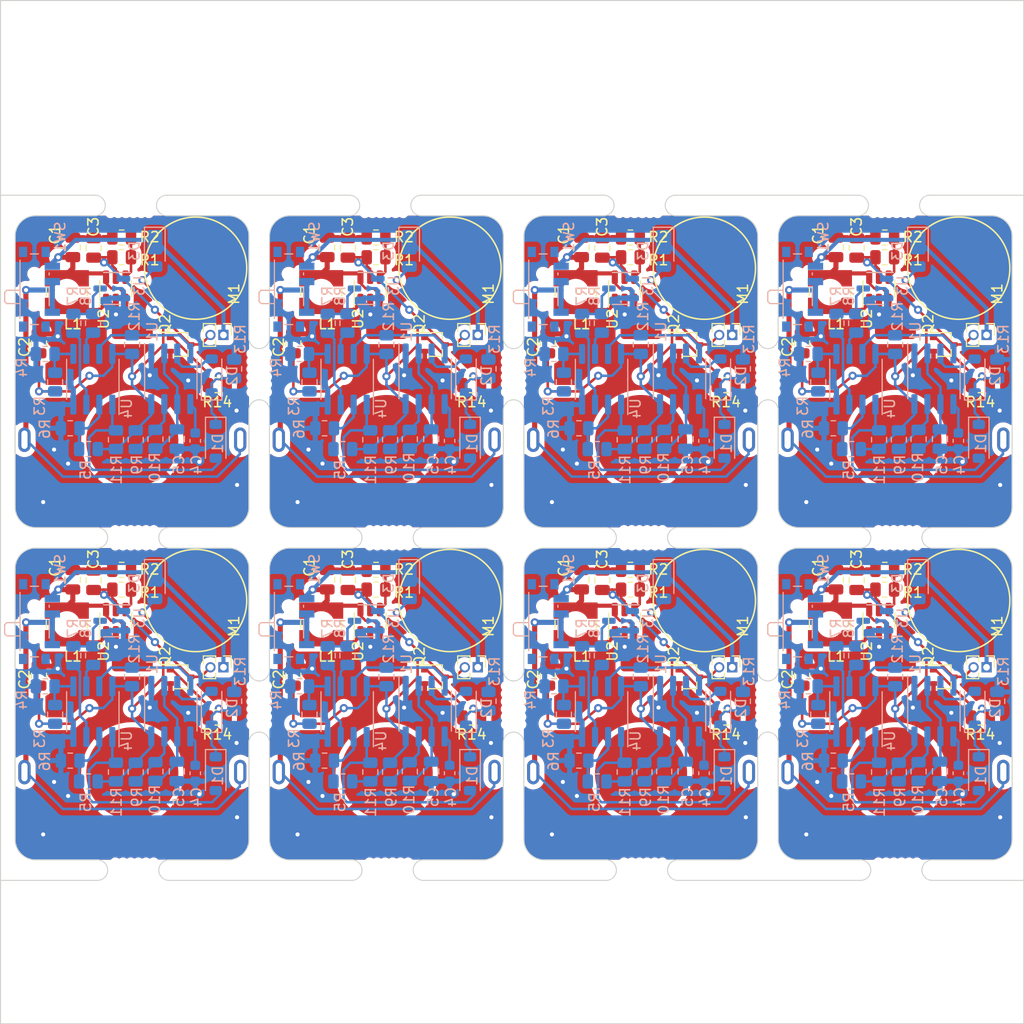
<source format=kicad_pcb>
(kicad_pcb (version 20221018) (generator pcbnew)
  (layers (0 "F.Cu" signal) (31 "B.Cu" signal) (34 "B.Paste" user) (35 "F.Paste" user) (36 "B.SilkS" user "B.Silkscreen") (37 "F.SilkS" user "F.Silkscreen") (38 "B.Mask" user) (39 "F.Mask" user) (44 "Edge.Cuts" user))
  (net 0 "")
  (net 1 "/+5V")
  (net 2 "Net-(U2-FB)")
  (net 3 "GND")
  (net 4 "Net-(U4B-+)")
  (net 5 "Net-(U4A--)")
  (net 6 "Net-(U4A-+)")
  (net 7 "Net-(U3-OUT)")
  (net 8 "Net-(U4B--)")
  (net 9 "Net-(U1-DIS)")
  (net 10 "Net-(U1-THR)")
  (net 11 "Net-(D1-A)")
  (net 12 "Net-(U1-R)")
  (net 13 "Net-(D1-K)")
  (net 14 "Net-(Q2-G)")
  (net 15 "Net-(D3-A)")
  (net 16 "Net-(U2-SW)")
  (net 17 "/BAT")
  (net 18 "Net-(D2-A)")
  (net 19 "Net-(U1-CV)")
  (net 20 "/3V")
  (footprint "" (layer "F.Cu") (at 168.3228 45.79 180)
    (fp_text reference "")
    (fp_text value "")
  )
  (footprint "" (layer "F.Cu") (at 94.2208 112.25)
    (fp_text reference "")
    (fp_text value "")
  )
  (footprint "Capacitor_SMD:C_0805_2012Metric" (layer "F.Cu") (at 138.8176 50.6896 90)
    (fp_text reference "C3")
    (fp_text value "4u7")
  )
  (footprint "" (layer "F.Cu") (at 140.9408 112.25)
    (fp_text reference "")
    (fp_text value "")
  )
  (footprint "" (layer "F.Cu") (at 117.5808 112.25)
    (fp_text reference "")
    (fp_text value "")
  )
  (footprint "" (layer "F.Cu") (at 93.7428 45.79 180)
    (fp_text reference "")
    (fp_text value "")
  )
  (footprint "" (layer "F.Cu") (at 106.03 95.7608 90)
    (fp_text reference "")
    (fp_text value "")
  )
  (footprint "" (layer "F.Cu") (at 166.5508 112.25)
    (fp_text reference "")
    (fp_text value "")
  )
  (footprint "" (layer "F.Cu") (at 168.8008 78.27)
    (fp_text reference "")
    (fp_text value "")
  )
  (footprint "" (layer "F.Cu") (at 92.7208 79.77)
    (fp_text reference "")
    (fp_text value "")
  )
  (footprint "" (layer "F.Cu") (at 144.6908 112.25)
    (fp_text reference "")
    (fp_text value "")
  )
  (footprint "Resistor_SMD:R_0805_2012Metric" (layer "F.Cu") (at 141.5608 82.1536 180)
    (fp_text reference "R2")
    (fp_text value "100k")
  )
  (footprint "Package_TO_SOT_SMD:SOT-23-6" (layer "F.Cu") (at 91.2668 87.17 90)
    (fp_text reference "U2")
    (fp_text value "TPS61070" hide)
  )
  (footprint "" (layer "F.Cu") (at 106.03 62.5308 90)
    (fp_text reference "")
    (fp_text value "")
  )
  (footprint "" (layer "F.Cu") (at 119.3528 45.79 180)
    (fp_text reference "")
    (fp_text value "")
  )
  (footprint "Resistor_SMD:R_0805_2012Metric" (layer "F.Cu") (at 150.9061 96.5808 180)
    (fp_text reference "R14")
    (fp_text value "10")
  )
  (footprint "Connector_PinHeader_1.27mm:PinHeader_1x02_P1.27mm_Vertical" (layer "F.Cu") (at 176.3672 91.6757 -90)
    (fp_text reference "M1")
    (fp_text value "Motor_DC 3V")
  )
  (footprint "" (layer "F.Cu") (at 91.4928 47.29 180)
    (fp_text reference "")
    (fp_text value "")
  )
  (footprint "" (layer "F.Cu") (at 106.03 97.2608 90)
    (fp_text reference "")
    (fp_text value "")
  )
  (footprint "Connector_PinHeader_1.27mm:PinHeader_1x02_P1.27mm_Vertical" (layer "F.Cu") (at 151.5072 91.6757 -90)
    (fp_text reference "M1")
    (fp_text value "Motor_DC 3V")
  )
  (footprint "" (layer "F.Cu") (at 168.0508 110.75)
    (fp_text reference "")
    (fp_text value "")
  )
  (footprint "Capacitor_SMD:C_0805_2012Metric" (layer "F.Cu") (at 89.0976 50.6896 90)
    (fp_text reference "C3")
    (fp_text value "4u7")
  )
  (footprint "" (layer "F.Cu") (at 155.75 94.2608 90)
    (fp_text reference "")
    (fp_text value "")
  )
  (footprint "" (layer "F.Cu") (at 119.0808 79.77)
    (fp_text reference "")
    (fp_text value "")
  )
  (footprint "" (layer "F.Cu") (at 166.5508 110.75)
    (fp_text reference "")
    (fp_text value "")
  )
  (footprint "" (layer "F.Cu") (at 93.4708 110.75)
    (fp_text reference "")
    (fp_text value "")
  )
  (footprint "Package_TO_SOT_SMD:SOT-23-6" (layer "F.Cu") (at 91.2668 54.69 90)
    (fp_text reference "U2")
    (fp_text value "TPS61070" hide)
  )
  (footprint "" (layer "F.Cu") (at 130.89 95.0108 90)
    (fp_text reference "")
    (fp_text value "")
  )
  (footprint "Capacitor_SMD:C_0805_2012Metric" (layer "F.Cu") (at 161.6456 50.6388 90)
    (fp_text reference "C1")
    (fp_text value "4u7")
  )
  (footprint "" (layer "F.Cu") (at 129.39 97.2608 90)
    (fp_text reference "")
    (fp_text value "")
  )
  (footprint "" (layer "F.Cu") (at 118.3308 78.27)
    (fp_text reference "")
    (fp_text value "")
  )
  (footprint "" (layer "F.Cu") (at 167.3008 78.27)
    (fp_text reference "")
    (fp_text value "")
  )
  (footprint "Batery Holder:cr1616" (layer "F.Cu") (at 92.8817 102.0418 180)
    (fp_text reference "BT1" hide)
    (fp_text value "3Volts" hide)
  )
  (footprint "" (layer "F.Cu") (at 141.6908 79.77)
    (fp_text reference "")
    (fp_text value "")
  )
  (footprint "" (layer "F.Cu") (at 116.8308 110.75)
    (fp_text reference "")
    (fp_text value "")
  )
  (footprint "" (layer "F.Cu") (at 140.9408 110.75)
    (fp_text reference "")
    (fp_text value "")
  )
  (footprint "" (layer "F.Cu") (at 154.25 96.5108 90)
    (fp_text reference "")
    (fp_text value "")
  )
  (footprint "" (layer "F.Cu") (at 155.75 95.0108 90)
    (fp_text reference "")
    (fp_text value "")
  )
  (footprint "" (layer "F.Cu") (at 154.25 93.5108 90)
    (fp_text reference "")
    (fp_text value "")
  )
  (footprint "" (layer "F.Cu") (at 94.9708 110.75)
    (fp_text reference "")
    (fp_text value "")
  )
  (footprint "" (layer "F.Cu") (at 93.4708 112.25)
    (fp_text reference "")
    (fp_text value "")
  )
  (footprint "Inductor_SMD:L_Wuerth_WE-TPC-3816" (layer "F.Cu") (at 111.344 87.4876)
    (fp_text reference "L1")
    (fp_text value "4.7uH")
  )
  (footprint "Capacitor_SMD:C_0805_2012Metric" (layer "F.Cu") (at 83.7636 60.0368 90)
    (fp_text reference "C2")
    (fp_text value "4u7")
  )
  (footprint "" (layer "F.Cu") (at 169.5508 78.27)
    (fp_text reference "")
    (fp_text value "")
  )
  (footprint "Capacitor_SMD:C_0805_2012Metric" (layer "F.Cu") (at 136.7856 50.6388 90)
    (fp_text reference "C1")
    (fp_text value "4u7")
  )
  (footprint "Package_TO_SOT_SMD:SOT-23-6" (layer "F.Cu") (at 165.8468 87.17 90)
    (fp_text reference "U2")
    (fp_text value "TPS61070" hide)
  )
  (footprint "" (layer "F.Cu") (at 143.1908 112.25)
    (fp_text reference "")
    (fp_text value "")
  )
  (footprint "Batery Holder:cr1616" (layer "F.Cu") (at 117.7417 102.0418 180)
    (fp_text reference "BT1" hide)
    (fp_text value "3Volts" hide)
  )
  (footprint "Batery Holder:cr1616" (layer "F.Cu") (at 167.4617 102.0418 180)
    (fp_text reference "BT1" hide)
    (fp_text value "3Volts" hide)
  )
  (footprint "Resistor_SMD:R_0805_2012Metric" (layer "F.Cu") (at 101.1861 64.1008 180)
    (fp_text reference "R14")
    (fp_text value "10")
  )
  (footprint "" (layer "F.Cu") (at 104.53 64.0308 90)
    (fp_text reference "")
    (fp_text value "")
  )
  (footprint "Package_TO_SOT_SMD:SOT-23-6" (layer "F.Cu") (at 165.8468 54.69 90)
    (fp_text reference "U2")
    (fp_text value "TPS61070" hide)
  )
  (footprint "" (layer "F.Cu") (at 154.25 64.7808 90)
    (fp_text reference "")
    (fp_text value "")
  )
  (footprint "" (layer "F.Cu") (at 115.6028 47.29 180)
    (fp_text reference "")
    (fp_text value "")
  )
  (footprint "" (layer "F.Cu") (at 116.3528 47.29 180)
    (fp_text reference "")
    (fp_text value "")
  )
  (footprint "Inductor_SMD:L_Wuerth_WE-TPC-3816" (layer "F.Cu") (at 86.484 55.0076)
    (fp_text reference "L1")
    (fp_text value "4.7uH")
  )
  (footprint "Resistor_SMD:R_0805_2012Metric" (layer "F.Cu") (at 166.4208 82.1536 180)
    (fp_text reference "R2")
    (fp_text value "100k")
  )
  (footprint "" (layer "F.Cu") (at 142.4408 79.77)
    (fp_text reference "")
    (fp_text value "")
  )
  (footprint "" (layer "F.Cu") (at 140.9408 78.27)
    (fp_text reference "")
    (fp_text value "")
  )
  (footprint "" (layer "F.Cu") (at 117.8528 45.79 180)
    (fp_text reference "")
    (fp_text value "")
  )
  (footprint "Batery Holder:cr1616" (layer "F.Cu") (at 117.7417 69.5618 180)
    (fp_text reference "BT1" hide)
    (fp_text value "3Volts" hide)
  )
  (footprint "" (layer "F.Cu") (at 91.2208 79.77)
    (fp_text reference "")
    (fp_text value "")
  )
  (footprint "Resistor_SMD:R_0805_2012Metric" (layer "F.Cu") (at 166.4208 49.6736 180)
    (fp_text reference "R2")
    (fp_text value "100k")
  )
  (footprint "Capacitor_SMD:C_0805_2012Metric" (layer "F.Cu") (at 87.0656 83.1188 90)
    (fp_text reference "C1")
    (fp_text value "4u7")
  )
  (footprint "" (layer "F.Cu") (at 118.3308 79.77)
    (fp_text reference "")
    (fp_text value "")
  )
  (footprint "" (layer "F.Cu") (at 104.53 61.7808 90)
    (fp_text reference "")
    (fp_text value "")
  )
  (footprint "Capacitor_SMD:C_0805_2012Metric" (layer "F.Cu") (at 87.0656 50.6388 90)
    (fp_text reference "C1")
    (fp_text value "4u7")
  )
  (footprint "" (layer "F.Cu") (at 104.53 97.2608 90)
    (fp_text reference "")
    (fp_text value "")
  )
  (footprint "" (layer "F.Cu") (at 91.4928 45.79 180)
    (fp_text reference "")
    (fp_text value "")
  )
  (footprint "" (layer "F.Cu") (at 130.89 95.7608 90)
    (fp_text reference "")
    (fp_text value "")
  )
  (footprint "" (layer "F.Cu") (at 155.75 97.2608 90)
    (fp_text reference "")
    (fp_text value "")
  )
  (footprint "" (layer "F.Cu") (at 169.5508 79.77)
    (fp_text reference "")
    (fp_text value "")
  )
  (footprint "Connector_PinHeader_1.27mm:PinHeader_1x02_P1.27mm_Vertical" (layer "F.Cu") (at 101.7872 59.1957 -90)
    (fp_text reference "M1")
    (fp_text value "Motor_DC 3V")
  )
  (footprint "" (layer "F.Cu") (at 130.89 93.5108 90)
    (fp_text reference "")
    (fp_text value "")
  )
  (footprint "Capacitor_SMD:C_0805_2012Metric" (layer "F.Cu") (at 133.4836 92.5168 90)
    (fp_text reference "C2")
    (fp_text value "4u7")
  )
  (footprint "" (layer "F.Cu") (at 106.03 61.0308 90)
    (fp_text reference "")
    (fp_text value "")
  )
  (footprint "" (layer "F.Cu") (at 106.03 94.2608 90)
    (fp_text reference "")
    (fp_text value "")
  )
  (footprint "" (layer "F.Cu") (at 166.8228 47.29 180)
    (fp_text reference "")
    (fp_text value "")
  )
  (footprint "" (layer "F.Cu") (at 92.9928 47.29 180)
    (fp_text reference "")
    (fp_text value "")
  )
  (footprint "Package_TO_SOT_SMD:SOT-323_SC-70" (layer "F.Cu") (at 97.5972 92.608)
    (fp_text reference "Q2")
    (fp_text value "BSS214NW")
  )
  (footprint "" (layer "F.Cu") (at 142.7128 45.79 180)
    (fp_text reference "")
    (fp_text value "")
  )
  (footprint "" (layer "F.Cu") (at 104.53 95.7608 90)
    (fp_text reference "")
    (fp_text value "")
  )
  (footprint "" (layer "F.Cu") (at 93.7428 47.29 180)
    (fp_text reference "")
    (fp_text value "")
  )
  (footprint "" (layer "F.Cu") (at 144.6908 110.75)
    (fp_text reference "")
    (fp_text value "")
  )
  (footprint "" (layer "F.Cu") (at 117.1028 45.79 180)
    (fp_text reference "")
    (fp_text value "")
  )
  (footprint "" (layer "F.Cu") (at 155.75 63.2808 90)
    (fp_text reference "")
    (fp_text value "")
  )
  (footprint "" (layer "F.Cu") (at 130.89 64.7808 90)
    (fp_text reference "")
    (fp_text value "")
  )
  (footprint "" (layer "F.Cu") (at 169.5508 112.25)
    (fp_text reference "")
    (fp_text value "")
  )
  (footprint "Capacitor_SMD:C_0805_2012Metric" (layer "F.Cu") (at 138.8176 83.1696 90)
    (fp_text reference "C3")
    (fp_text value "4u7")
  )
  (footprint "" (layer "F.Cu") (at 94.2208 79.77)
    (fp_text reference "")
    (fp_text value "")
  )
  (footprint "" (layer "F.Cu") (at 168.8008 110.75)
    (fp_text reference "")
    (fp_text value "")
  )
  (footprint "" (layer "F.Cu") (at 92.2428 47.29 180)
    (fp_text reference "")
    (fp_text value "")
  )
  (footprint "Package_TO_SOT_SMD:SOT-323_SC-70" (layer "F.Cu") (at 97.5972 60.128)
    (fp_text reference "Q2")
    (fp_text value "BSS214NW")
  )
  (footprint "" (layer "F.Cu") (at 117.1028 47.29 180)
    (fp_text reference "")
    (fp_text value "")
  )
  (footprint "Capacitor_SMD:C_0805_2012Metric" (layer "F.Cu") (at 163.6776 50.6896 90)
    (fp_text reference "C3")
    (fp_text value "4u7")
  )
  (footprint "" (layer "F.Cu") (at 144.2128 47.29 180)
    (fp_text reference "")
    (fp_text value "")
  )
  (footprint "" (layer "F.Cu") (at 94.2208 78.27)
    (fp_text reference "")
    (fp_text value "")
  )
  (footprint "" (layer "F.Cu") (at 94.9708 79.77)
    (fp_text reference "")
    (fp_text value "")
  )
  (footprint "" (layer "F.Cu") (at 155.75 95.7608 90)
    (fp_text reference "")
    (fp_text value "")
  )
  (footprint "" (layer "F.Cu") (at 130.89 97.2608 90)
    (fp_text reference "")
    (fp_text value "")
  )
  (footprint "" (layer "F.Cu") (at 167.3008 112.25)
    (fp_text reference "")
    (fp_text value "")
  )
  (footprint "" (layer "F.Cu") (at 117.5808 78.27)
    (fp_text reference "")
    (fp_text value "")
  )
  (footprint "Capacitor_SMD:C_0805_2012Metric" (layer "F.Cu") (at 83.7636 92.5168 90)
    (fp_text reference "C2")
    (fp_text value "4u7")
  )
  (footprint "" (layer "F.Cu") (at 119.8308 110.75)
    (fp_text reference "")
    (fp_text value "")
  )
  (footprint "" (layer "F.Cu") (at 143.9408 110.75)
    (fp_text reference "")
    (fp_text value "")
  )
  (footprint "" (layer "F.Cu") (at 90.7428 47.29 180)
    (fp_text reference "")
    (fp_text value "")
  )
  (footprint "" (layer "F.Cu") (at 106.03 95.0108 90)
    (fp_text reference "")
    (fp_text value "")
  )
  (footprint "" (layer "F.Cu") (at 165.3228 47.29 180)
    (fp_text reference "")
    (fp_text value "")
  )
  (footprint "Batery Holder:cr1616" (layer "F.Cu") (at 142.6017 69.5618 180)
    (fp_text reference "BT1" hide)
    (fp_text value "3Volts" hide)
  )
  (footprint "" (layer "F.Cu") (at 91.9708 79.77)
    (fp_text reference "")
    (fp_text value "")
  )
  (footprint "Resistor_SMD:R_0805_2012Metric" (layer "F.Cu") (at 126.0461 96.5808 180)
    (fp_text reference "R14")
    (fp_text value "10")
  )
  (footprint "" (layer "F.Cu") (at 118.3308 110.75)
    (fp_text reference "")
    (fp_text value "")
  )
  (footprint "" (layer "F.Cu") (at 166.5508 79.77)
    (fp_text reference "")
    (fp_text value "")
  )
  (footprint "" (layer "F.Cu") (at 119.8308 112.25)
    (fp_text reference "")
    (fp_text value "")
  )
  (footprint "" (layer "F.Cu") (at 155.75 93.5108 90)
    (fp_text reference "")
    (fp_text value "")
  )
  (footprint "" (layer "F.Cu") (at 165.8008 79.77)
    (fp_text reference "")
    (fp_text value "")
  )
  (footprint "" (layer "F.Cu") (at 129.39 63.2808 90)
    (fp_text reference "")
    (fp_text value "")
  )
  (footprint "Resistor_SMD:R_0805_2012Metric" (layer "F.Cu") (at 141.5608 84.084)
    (fp_text reference "R1")
    (fp_text value "910k")
  )
  (footprint "Capacitor_SMD:C_0805_2012Metric" (layer "F.Cu") (at 89.0976 83.1696 90)
    (fp_text reference "C3")
    (fp_text value "4u7")
  )
  (footprint "Resistor_SMD:R_0805_2012Metric" (layer "F.Cu") (at 91.8408 82.1536 180)
    (fp_text reference "R2")
    (fp_text value "100k")
  )
  (footprint "" (layer "F.Cu") (at 104.53 63.2808 90)
    (fp_text reference "")
    (fp_text value "")
  )
  (footprint "Package_TO_SOT_SMD:SOT-23-6" (layer "F.Cu") (at 140.9868 87.17 90)
    (fp_text reference "U2")
    (fp_text value "TPS61070" hide)
  )
  (footprint "" (layer "F.Cu") (at 106.03 61.7808 90)
    (fp_text reference "")
    (fp_text value "")
  )
  (footprint "" (layer "F.Cu") (at 116.8308 79.77)
    (fp_text reference "")
    (fp_text value "")
  )
  (footprint "Package_TO_SOT_SMD:SOT-323_SC-70" (layer "F.Cu") (at 122.4572 60.128)
    (fp_text reference "Q2")
    (fp_text value "BSS214NW")
  )
  (footprint "" (layer "F.Cu") (at 116.0808 78.27)
    (fp_text reference "")
    (fp_text value "")
  )
  (footprint "" (layer "F.Cu") (at 141.9628 45.79 180)
    (fp_text reference "")
    (fp_text value "")
  )
  (footprint "" (layer "F.Cu") (at 91.2208 78.27)
    (fp_text reference "")
    (fp_text value "")
  )
  (footprint "" (layer "F.Cu") (at 129.39 94.2608 90)
    (fp_text reference "")
    (fp_text value "")
  )
  (footprint "" (layer "F.Cu") (at 91.2208 110.75)
    (fp_text reference "")
    (fp_text value "")
  )
  (footprint "" (layer "F.Cu") (at 93.4708 78.27)
    (fp_text reference "")
    (fp_text value "")
  )
  (footprint "" (layer "F.Cu") (at 130.89 61.0308 90)
    (fp_text reference "")
    (fp_text value "")
  )
  (footprint "" (layer "F.Cu") (at 155.75 64.7808 90)
    (fp_text reference "")
    (fp_text value "")
  )
  (footprint "" (layer "F.Cu") (at 144.2128 45.79 180)
    (fp_text reference "")
    (fp_text value "")
  )
  (footprint "" (layer "F.Cu") (at 94.9708 78.27)
    (fp_text reference "")
    (fp_text value "")
  )
  (footprint "Capacitor_SMD:C_0805_2012Metric" (layer "F.Cu") (at 161.6456 83.1188 90)
    (fp_text reference "C1")
    (fp_text value "4u7")
  )
  (footprint "" (layer "F.Cu") (at 155.75 61.0308 90)
    (fp_text reference "")
    (fp_text value "")
  )
  (footprint "Resistor_SMD:R_0805_2012Metric" (layer "F.Cu") (at 175.7661 64.1008 180)
    (fp_text reference "R14")
    (fp_text value "10")
  )
  (footprint "" (layer "F.Cu") (at 116.8308 78.27)
    (fp_text reference "")
    (fp_text value "")
  )
  (footprint "" (layer "F.Cu") (at 116.0808 79.77)
    (fp_text reference "")
    (fp_text value "")
  )
  (footprint "" (layer "F.Cu") (at 92.9928 45.79 180)
    (fp_text reference "")
    (fp_text value "")
  )
  (footprint "Resistor_SMD:R_0805_2012Metric" (layer "F.Cu") (at 175.7661 96.5808 180)
    (fp_text reference "R14")
    (fp_text value "10")
  )
  (footprint "" (layer "F.Cu") (at 129.39 95.0108 90)
    (fp_text reference "")
    (fp_text value "")
  )
  (footprint "" (layer "F.Cu") (at 143.1908 78.27)
    (fp_text reference "")
    (fp_text value "")
  )
  (footprint "" (layer "F.Cu") (at 154.25 97.2608 90)
    (fp_text reference "")
    (fp_text value "")
  )
  (footprint "" (layer "F.Cu") (at 129.39 64.0308 90)
    (fp_text reference "")
    (fp_text value "")
  )
  (footprint "" (layer "F.Cu") (at 140.9408 79.77)
    (fp_text reference "")
    (fp_text value "")
  )
  (footprint "" (layer "F.Cu") (at 92.7208 112.25)
    (fp_text reference "")
    (fp_text value "")
  )
  (footprint "Resistor_SMD:R_0805_2012Metric" (layer "F.Cu") (at 166.4208 84.084)
    (fp_text reference "R1")
    (fp_text value "910k")
  )
  (footprint "" (layer "F.Cu") (at 130.89 63.2808 90)
    (fp_text reference "")
    (fp_text value "")
  )
  (footprint "Capacitor_SMD:C_0805_2012Metric" (layer "F.Cu") (at 133.4836 60.0368 90)
    (fp_text reference "C2")
    (fp_text value "4u7")
  )
  (footprint "Capacitor_SMD:C_0805_2012Metric" (layer "F.Cu") (at 158.3436 92.5168 90)
    (fp_text reference "C2")
    (fp_text value "4u7")
  )
  (footprint "" (layer "F.Cu") (at 155.75 61.7808 90)
    (fp_text reference "")
    (fp_text value "")
  )
  (footprint "Resistor_SMD:R_0805_2012Metric" (layer "F.Cu") (at 91.8408 49.6736 180)
    (fp_text reference "R2")
    (fp_text value "100k")
  )
  (footprint "" (layer "F.Cu") (at 140.4628 45.79 180)
    (fp_text reference "")
    (fp_text value "")
  )
  (footprint "Inductor_SMD:L_Wuerth_WE-TPC-3816" (layer "F.Cu") (at 161.064 55.0076)
    (fp_text reference "L1")
    (fp_text value "4.7uH")
  )
  (footprint "" (layer "F.Cu") (at 144.6908 78.27)
    (fp_text reference "")
    (fp_text value "")
  )
  (footprint "" (layer "F.Cu") (at 144.6908 79.77)
    (fp_text reference "")
    (fp_text value "")
  )
  (footprint "" (layer "F.Cu") (at 130.89 62.5308 90)
    (fp_text reference "")
    (fp_text value "")
  )
  (footprint "" (layer "F.Cu") (at 167.3008 79.77)
    (fp_text reference "")
    (fp_text value "")
  )
  (footprint "Connector_PinHeader_1.27mm:PinHeader_1x02_P1.27mm_Vertical" (layer "F.Cu") (at 101.7872 91.6757 -90)
    (fp_text reference "M1")
    (fp_text value "Motor_DC 3V")
  )
  (footprint "Resistor_SMD:R_0805_2012Metric" (layer "F.Cu") (at 116.7008 82.1536 180)
    (fp_text reference "R2")
    (fp_text value "100k")
  )
  (footprint "" (layer "F.Cu") (at 129.39 95.7608 90)
    (fp_text reference "")
    (fp_text value "")
  )
  (footprint "" (layer "F.Cu") (at 168.8008 112.25)
    (fp_text reference "")
    (fp_text value "")
  )
  (footprint "" (layer "F.Cu") (at 143.1908 110.75)
    (fp_text reference "")
    (fp_text value "")
  )
  (footprint "" (layer "F.Cu") (at 91.9708 112.25)
    (fp_text reference "")
    (fp_text value "")
  )
  (footprint "" (layer "F.Cu") (at 142.4408 78.27)
    (fp_text reference "")
    (fp_text value "")
  )
  (footprint "" (layer "F.Cu") (at 168.3228 47.29 180)
    (fp_text reference "")
    (fp_text value "")
  )
  (footprint "Inductor_SMD:L_Wuerth_WE-TPC-3816" (layer "F.Cu") (at 86.484 87.4876)
    (fp_text reference "L1")
    (fp_text value "4.7uH")
  )
  (footprint "" (layer "F.Cu") (at 106.03 64.0308 90)
    (fp_text reference "")
    (fp_text value "")
  )
  (footprint "Resistor_SMD:R_0805_2012Metric" (layer "F.Cu") (at 141.5608 49.6736 180)
    (fp_text reference "R2")
    (fp_text value "100k")
  )
  (footprint "" (layer "F.Cu") (at 91.9708 110.75)
    (fp_text reference "")
    (fp_text value "")
  )
  (footprint "" (layer "F.Cu") (at 143.9408 79.77)
    (fp_text reference "")
    (fp_text value "")
  )
  (footprint "" (layer "F.Cu") (at 104.53 64.7808 90)
    (fp_text reference "")
    (fp_text value "")
  )
  (footprint "Capacitor_SMD:C_0805_2012Metric" (layer "F.Cu") (at 111.9256 83.1188 90)
    (fp_text reference "C1")
    (fp_text value "4u7")
  )
  (footprint "" (layer "F.Cu") (at 141.6908 78.27)
    (fp_text reference "")
    (fp_text value "")
  )
  (footprint "" (layer "F.Cu") (at 118.6028 45.79 180)
    (fp_text reference "")
    (fp_text value "")
  )
  (footprint "" (layer "F.Cu") (at 104.53 61.0308 90)
    (fp_text reference "")
    (fp_text value "")
  )
  (footprint "" (layer "F.Cu") (at 115.6028 45.79 180)
    (fp_text reference "")
    (fp_text value "")
  )
  (footprint "" (layer "F.Cu") (at 168.0508 112.25)
    (fp_text reference "")
    (fp_text value "")
  )
  (footprint "Batery Holder:cr1616" (layer "F.Cu") (at 92.8817 69.5618 180)
    (fp_text reference "BT1" hide)
    (fp_text value "3Volts" hide)
  )
  (footprint "" (layer "F.Cu") (at 104.53 93.5108 90)
    (fp_text reference "")
    (fp_text value "")
  )
  (footprint "" (layer "F.Cu") (at 92.2428 45.79 180)
    (fp_text reference "")
    (fp_text value "")
  )
  (footprint "" (layer "F.Cu") (at 94.9708 112.25)
    (fp_text reference "")
    (fp_text value "")
  )
  (footprint "" (layer "F.Cu") (at 119.0808 112.25)
    (fp_text reference "")
    (fp_text value "")
  )
  (footprint "Inductor_SMD:L_Wuerth_WE-TPC-3816" (layer "F.Cu") (at 161.064 87.4876)
    (fp_text reference "L1")
    (fp_text value "4.7uH")
  )
  (footprint "" (layer "F.Cu") (at 106.03 64.7808 90)
    (fp_text reference "")
    (fp_text value "")
  )
  (footprint "Resistor_SMD:R_0805_2012Metric" (layer "F.Cu") (at 150.9061 64.1008 180)
    (fp_text reference "R14")
    (fp_text value "10")
  )
  (footprint "Inductor_SMD:L_Wuerth_WE-TPC-3816" (layer "F.Cu") (at 136.204 87.4876)
    (fp_text reference "L1")
    (fp_text value "4.7uH")
  )
  (footprint "" (layer "F.Cu") (at 155.75 64.0308 90)
    (fp_text reference "")
    (fp_text value "")
  )
  (footprint "" (layer "F.Cu") (at 165.8008 110.75)
    (fp_text reference "")
    (fp_text value "")
  )
  (footprint "" (layer "F.Cu") (at 116.0808 110.75)
    (fp_text reference "")
    (fp_text value "")
  )
  (footprint "" (layer "F.Cu") (at 129.39 61.7808 90)
    (fp_text reference "")
    (fp_text value "")
  )
  (footprint "" (layer "F.Cu") (at 154.25 63.2808 90)
    (fp_text reference "")
    (fp_text value "")
  )
  (footprint "Resistor_SMD:R_0805_2012Metric" (layer "F.Cu") (at 116.7008 84.084)
    (fp_text reference "R1")
    (fp_text value "910k")
  )
  (footprint "Package_TO_SOT_SMD:SOT-323_SC-70" (layer "F.Cu") (at 122.4572 92.608)
    (fp_text reference "Q2")
    (fp_text value "BSS214NW")
  )
  (footprint "" (layer "F.Cu") (at 165.8008 78.27)
    (fp_text reference "")
    (fp_text value "")
  )
  (footprint "Capacitor_SMD:C_0805_2012Metric" (layer "F.Cu") (at 136.7856 83.1188 90)
    (fp_text reference "C1")
    (fp_text value "4u7")
  )
  (footprint "" (layer "F.Cu") (at 94.4928 47.29 180)
    (fp_text reference "")
    (fp_text value "")
  )
  (footprint "Capacitor_SMD:C_0805_2012Metric" (layer "F.Cu") (at 108.6236 92.5168 90)
    (fp_text reference "C2")
    (fp_text value "4u7")
  )
  (footprint "" (layer "F.Cu") (at 119.3528 47.29 180)
    (fp_text reference "")
    (fp_text value "")
  )
  (footprint "" (layer "F.Cu") (at 155.75 96.5108 90)
    (fp_text reference "")
    (fp_text value "")
  )
  (footprint "" (layer "F.Cu") (at 94.2208 110.75)
    (fp_text reference "")
    (fp_text value "")
  )
  (footprint "" (layer "F.Cu") (at 167.5728 45.79 180)
    (fp_text reference "")
    (fp_text value "")
  )
  (footprint "Package_TO_SOT_SMD:SOT-323_SC-70" (layer "F.Cu") (at 147.3172 92.608)
    (fp_text reference "Q2")
    (fp_text value "BSS214NW")
  )
  (footprint "Package_TO_SOT_SMD:SOT-323_SC-70" (layer "F.Cu") (at 147.3172 60.128)
    (fp_text reference "Q2")
    (fp_text value "BSS214NW")
  )
  (footprint "Connector_PinHeader_1.27mm:PinHeader_1x02_P1.27mm_Vertical" (layer "F.Cu") (at 126.6472 91.6757 -90)
    (fp_text reference "M1")
    (fp_text value "Motor_DC 3V")
  )
  (footprint "" (layer "F.Cu") (at 166.0728 47.29 180)
    (fp_text reference "")
    (fp_text value "")
  )
  (footprint "" (layer "F.Cu") (at 130.89 64.0308 90)
    (fp_text reference "")
    (fp_text value "")
  )
  (footprint "Resistor_SMD:R_0805_2012Metric" (layer "F.Cu") (at 141.5608 51.604)
    (fp_text reference "R1")
    (fp_text value "910k")
  )
  (footprint "Inductor_SMD:L_Wuerth_WE-TPC-3816" (layer "F.Cu") (at 136.204 55.0076)
    (fp_text reference "L1")
    (fp_text value "4.7uH")
  )
  (footprint "" (layer "F.Cu") (at 169.0728 45.79 180)
    (fp_text reference "")
    (fp_text value "")
  )
  (footprint "" (layer "F.Cu") (at 154.25 62.5308 90)
    (fp_text reference "")
    (fp_text value "")
  )
  (footprint "Capacitor_SMD:C_0805_2012Metric" (layer "F.Cu") (at 113.9576 50.6896 90)
    (fp_text reference "C3")
    (fp_text value "4u7")
  )
  (footprint "" (layer "F.Cu") (at 143.1908 79.77)
    (fp_text reference "")
    (fp_text value "")
  )
  (footprint "" (layer "F.Cu") (at 119.8308 79.77)
    (fp_text reference "")
    (fp_text value "")
  )
  (footprint "" (layer "F.Cu") (at 154.25 61.7808 90)
    (fp_text reference "")
    (fp_text value "")
  )
  (footprint "Package_TO_SOT_SMD:SOT-323_SC-70" (layer "F.Cu") (at 172.1772 92.608)
    (fp_text reference "Q2")
    (fp_text value "BSS214NW")
  )
  (footprint "Batery Holder:cr1616" (layer "F.Cu") (at 167.4617 69.5618 180)
    (fp_text reference "BT1" hide)
    (fp_text value "3Volts" hide)
  )
  (footprint "Batery Holder:cr1616" (layer "F.Cu") (at 142.6017 102.0418 180)
    (fp_text reference "BT1" hide)
    (fp_text value "3Volts" hide)
  )
  (footprint "" (layer "F.Cu") (at 106.03 63.2808 90)
    (fp_text reference "")
    (fp_text value "")
  )
  (footprint "Resistor_SMD:R_0805_2012Metric" (layer "F.Cu") (at 116.7008 51.604)
    (fp_text reference "R1")
    (fp_text value "910k")
  )
  (footprint "" (layer "F.Cu") (at 142.4408 110.75)
    (fp_text reference "")
    (fp_text value "")
  )
  (footprint "" (layer "F.Cu") (at 142.4408 112.25)
    (fp_text reference "")
    (fp_text value "")
  )
  (footprint "" (layer "F.Cu") (at 141.6908 110.75)
    (fp_text reference "")
    (fp_text value "")
  )
  (footprint "" (layer "F.Cu") (at 141.9628 47.29 180)
    (fp_text reference "")
    (fp_text value "")
  )
  (footprint "" (layer "F.Cu") (at 168.8008 79.77)
    (fp_text reference "")
    (fp_text value "")
  )
  (footprint "" (layer "F.Cu") (at 154.25 64.0308 90)
    (fp_text reference "")
    (fp_text value "")
  )
  (footprint "" (layer "F.Cu") (at 154.25 94.2608 90)
    (fp_text reference "")
    (fp_text value "")
  )
  (footprint "" (layer "F.Cu") (at 104.53 96.5108 90)
    (fp_text reference "")
    (fp_text value "")
  )
  (footprint "Capacitor_SMD:C_0805_2012Metric" (layer "F.Cu") (at 111.9256 50.6388 90)
    (fp_text reference "C1")
    (fp_text value "4u7")
  )
  (footprint "" (layer "F.Cu") (at 166.8228 45.79 180)
    (fp_text reference "")
    (fp_text value "")
  )
  (footprint "" (layer "F.Cu") (at 154.25 95.0108 90)
    (fp_text reference "")
    (fp_text value "")
  )
  (footprint "Capacitor_SMD:C_0805_2012Metric" (layer "F.Cu") (at 158.3436 60.0368 90)
    (fp_text reference "C2")
    (fp_text value "4u7")
  )
  (footprint "Package_TO_SOT_SMD:SOT-23-6" (layer "F.Cu") (at 140.9868 54.69 90)
    (fp_text reference "U2")
    (fp_text value "TPS61070" hide)
  )
  (footprint "" (layer "F.Cu") (at 130.89 61.7808 90)
    (fp_text reference "")
    (fp_text value "")
  )
  (footprint "" (layer "F.Cu") (at 119.8308 78.27)
    (fp_text reference "")
    (fp_text value "")
  )
  (footprint "Resistor_SMD:R_0805_2012Metric" (layer "F.Cu") (at 91.8408 84.084)
    (fp_text reference "R1")
    (fp_text value "910k")
  )
  (footprint "Resistor_SMD:R_0805_2012Metric" (layer "F.Cu") (at 126.0461 64.1008 180)
    (fp_text reference "R14")
    (fp_text value "10")
  )
  (footprint "" (layer "F.Cu") (at 116.0808 112.25)
    (fp_text reference "")
    (fp_text value "")
  )
  (footprint "Inductor_SMD:L_Wuerth_WE-TPC-3816" (layer "F.Cu") (at 111.344 55.0076)
    (fp_text reference "L1")
    (fp_text value "4.7uH")
  )
  (footprint "" (layer "F.Cu") (at 169.5508 110.75)
    (fp_text reference "")
    (fp_text value "")
  )
  (footprint "" (layer "F.Cu") (at 119.0808 78.27)
    (fp_text reference "")
    (fp_text value "")
  )
  (footprint "Capacitor_SMD:C_0805_2012Metric" (layer "F.Cu") (at 108.6236 60.0368 90)
    (fp_text reference "C2")
    (fp_text value "4u7")
  )
  (footprint "" (layer "F.Cu") (at 165.3228 45.79 180)
    (fp_text reference "")
    (fp_text value "")
  )
  (footprint "Package_TO_SOT_SMD:SOT-23-6" (layer "F.Cu") (at 116.1268 54.69 90)
    (fp_text reference "U2")
    (fp_text value "TPS61070" hide)
  )
  (footprint "" (layer "F.Cu") (at 91.9708 78.27)
    (fp_text reference "")
    (fp_text value "")
  )
  (footprint "" (layer "F.Cu") (at 91.2208 112.25)
    (fp_text reference "")
    (fp_text value "")
  )
  (footprint "" (layer "F.Cu") (at 167.3008 110.75)
    (fp_text reference "")
    (fp_text value "")
  )
  (footprint "Resistor_SMD:R_0805_2012Metric" (layer "F.Cu") (at 91.8408 51.604)
    (fp_text reference "R1")
    (fp_text value "910k")
  )
  (footprint "" (layer "F.Cu") (at 167.5728 47.29 180)
    (fp_text reference "")
    (fp_text value "")
  )
  (footprint "Capacitor_SMD:C_0805_2012Metric" (layer "F.Cu") (at 113.9576 83.1696 90)
    (fp_text reference "C3")
    (fp_text value "4u7")
  )
  (footprint "" (layer "F.Cu") (at 92.7208 110.75)
    (fp_text reference "")
    (fp_text value "")
  )
  (footprint "" (layer "F.Cu") (at 118.6028 47.29 180)
    (fp_text reference "")
    (fp_text value "")
  )
  (footprint "" (layer "F.Cu") (at 90.7428 45.79 180)
    (fp_text reference "")
    (fp_text value "")
  )
  (footprint "" (layer "F.Cu") (at 129.39 61.0308 90)
    (fp_text reference "")
    (fp_text value "")
  )
  (footprint "" (layer "F.Cu") (at 143.4628 45.79 180)
    (fp_text reference "")
    (fp_text value "")
  )
  (footprint "" (layer "F.Cu") (at 142.7128 47.29 180)
    (fp_text reference "")
    (fp_text value "")
  )
  (footprint "" (layer "F.Cu") (at 169.0728 47.29 180)
    (fp_text reference "")
    (fp_text value "")
  )
  (footprint "Resistor_SMD:R_0805_2012Metric" (layer "F.Cu") (at 101.1861 96.5808 180)
    (fp_text reference "R14")
    (fp_text value "10")
  )
  (footprint "" (layer "F.Cu") (at 118.3308 112.25)
    (fp_text reference "")
    (fp_text value "")
  )
  (footprint "" (layer "F.Cu") (at 130.89 94.2608 90)
    (fp_text reference "")
    (fp_text value "")
  )
  (footprint "" (layer "F.Cu") (at 166.0728 45.79 180)
    (fp_text reference "")
    (fp_text value "")
  )
  (footprint "" (layer "F.Cu") (at 129.39 93.5108 90)
    (fp_text reference "")
    (fp_text value "")
  )
  (footprint "" (layer "F.Cu") (at 166.5508 78.27)
    (fp_text reference "")
    (fp_text value "")
  )
  (footprint "" (layer "F.Cu") (at 104.53 95.0108 90)
    (fp_text reference "")
    (fp_text value "")
  )
  (footprint "" (layer "F.Cu") (at 143.9408 78.27)
    (fp_text reference "")
    (fp_text value "")
  )
  (footprint "" (layer "F.Cu") (at 117.5808 79.77)
    (fp_text reference "")
    (fp_text value "")
  )
  (footprint "" (layer "F.Cu") (at 106.03 93.5108 90)
    (fp_text reference "")
    (fp_text value "")
  )
  (footprint "" (layer "F.Cu") (at 106.03 96.5108 90)
    (fp_text reference "")
    (fp_text value "")
  )
  (footprint "Package_TO_SOT_SMD:SOT-323_SC-70" (layer "F.Cu") (at 172.1772 60.128)
    (fp_text reference "Q2")
    (fp_text value "BSS214NW")
  )
  (footprint "Resistor_SMD:R_0805_2012Metric" (layer "F.Cu") (at 166.4208 51.604)
    (fp_text reference "R1")
    (fp_text value "910k")
  )
  (footprint "" (layer "F.Cu") (at 154.25 95.7608 90)
    (fp_text reference "")
    (fp_text value "")
  )
  (footprint "Connector_PinHeader_1.27mm:PinHeader_1x02_P1.27mm_Vertical" (layer "F.Cu") (at 176.3672 59.1957 -90)
    (fp_text reference "M1")
    (fp_text value "Motor_DC 3V")
  )
  (footprint "" (layer "F.Cu") (at 92.7208 78.27)
    (fp_text reference "")
    (fp_text value "")
  )
  (footprint "" (layer "F.Cu") (at 93.4708 79.77)
    (fp_text reference "")
    (fp_text value "")
  )
  (footprint "" (layer "F.Cu") (at 116.8308 112.25)
    (fp_text reference "")
    (fp_text value "")
  )
  (footprint "" (layer "F.Cu") (at 117.8528 47.29 180)
    (fp_text reference "")
    (fp_text value "")
  )
  (footprint "" (layer "F.Cu") (at 104.53 62.5308 90)
    (fp_text reference "")
    (fp_text value "")
  )
  (footprint "" (layer "F.Cu") (at 143.4628 47.29 180)
    (fp_text reference "")
    (fp_text value "")
  )
  (footprint "" (layer "F.Cu") (at 165.8008 112.25)
    (fp_text reference "")
    (fp_text value "")
  )
  (footprint "" (layer "F.Cu") (at 119.0808 110.75)
    (fp_text reference "")
    (fp_text value "")
  )
  (footprint "" (layer "F.Cu") (at 141.2128 47.29 180)
    (fp_text reference "")
    (fp_text value "")
  )
  (footprint "Connector_PinHeader_1.27mm:PinHeader_1x02_P1.27mm_Vertical" (layer "F.Cu") (at 151.5072 59.1957 -90)
    (fp_text reference "M1")
    (fp_text value "Motor_DC 3V")
  )
  (footprint "" (layer "F.Cu") (at 104.53 94.2608 90)
    (fp_text reference "")
    (fp_text value "")
  )
  (footprint "" (layer "F.Cu") (at 129.39 62.5308 90)
    (fp_text reference "")
    (fp_text value "")
  )
  (footprint "" (layer "F.Cu") (at 129.39 96.5108 90)
    (fp_text reference "")
    (fp_text value "")
  )
  (footprint "" (layer "F.Cu") (at 155.75 62.5308 90)
    (fp_text reference "")
    (fp_text value "")
  )
  (footprint "" (layer "F.Cu") (at 141.6908 112.25)
    (fp_text reference "")
    (fp_text value "")
  )
  (footprint "Package_TO_SOT_SMD:SOT-23-6" (layer "F.Cu") (at 116.1268 87.17 90)
    (fp_text reference "U2")
    (fp_text value "TPS61070" hide)
  )
  (footprint "" (layer "F.Cu") (at 141.2128 45.79 180)
    (fp_text reference "")
    (fp_text value "")
  )
  (footprint "" (layer "F.Cu") (at 94.4928 45.79 180)
    (fp_text reference "")
    (fp_text value "")
  )
  (footprint "" (layer "F.Cu") (at 168.0508 78.27)
    (fp_text reference "")
    (fp_text value "")
  )
  (footprint "" (layer "F.Cu") (at 117.5808 110.75)
    (fp_text reference "")
    (fp_text value "")
  )
  (footprint "" (layer "F.Cu") (at 143.9408 112.25)
    (fp_text reference "")
    (fp_text value "")
  )
  (footprint "Connector_PinHeader_1.27mm:PinHeader_1x02_P1.27mm_Vertical" (layer "F.Cu") (at 126.6472 59.1957 -90)
    (fp_text reference "M1")
    (fp_text value "Motor_DC 3V")
  )
  (footprint "Resistor_SMD:R_0805_2012Metric" (layer "F.Cu") (at 116.7008 49.6736 180)
    (fp_text reference "R2")
    (fp_text value "100k")
  )
  (footprint "" (layer "F.Cu") (at 168.0508 79.77)
    (fp_text reference "")
    (fp_text value "")
  )
  (footprint "Capacitor_SMD:C_0805_2012Metric" (layer "F.Cu") (at 163.6776 83.1696 90)
    (fp_text reference "C3")
    (fp_text value "4u7")
  )
  (footprint "" (layer "F.Cu") (at 154.25 61.0308 90)
    (fp_text reference "")
    (fp_text value "")
  )
  (footprint "" (layer "F.Cu") (at 116.3528 45.79 180)
    (fp_text reference "")
    (fp_text value "")
  )
  (footprint "" (layer "F.Cu") (at 129.39 64.7808 90)
    (fp_text reference "")
    (fp_text value "")
  )
  (footprint "" (layer "F.Cu") (at 140.4628 47.29 180)
    (fp_text reference "")
    (fp_text value "")
  )
  (footprint "" (layer "F.Cu") (at 130.89 96.5108 90)
    (fp_text reference "")
    (fp_text value "")
  )
  (footprint "Diode_SMD:D_SOD-123" (layer "B.Cu") (at 150.3517 63.1957 90)
    (fp_text reference "D2")
    (fp_text value "1N4148")
  )
  (footprint "Resistor_SMD:R_0805_2012Metric" (layer "B.Cu") (at 163.6268 90.5337 -90)
    (fp_text reference "R8")
    (fp_text value "10k")
  )
  (footprint "Diode_SMD:D_PowerDI-123" (layer "B.Cu") (at 119.9368 83.46 -90)
    (fp_text reference "D3")
    (fp_text value "SS14HE")
  )
  (footprint "Resistor_SMD:R_0805_2012Metric" (layer "B.Cu") (at 136.8364 58.0556 90)
    (fp_text reference "R7")
    (fp_text value "10k")
  )
  (footprint "Resistor_SMD:R_0805_2012Metric" (layer "B.Cu") (at 136.8364 90.5356 90)
    (fp_text reference "R7")
    (fp_text value "10k")
  )
  (footprint "Capacitor_SMD:C_0603_1608Metric" (layer "B.Cu") (at 99.0317 69.5494 -90)
    (fp_text reference "C4")
    (fp_text value "100n")
  )
  (footprint "Resistor_SMD:R_0805_2012Metric" (layer "B.Cu") (at 141.002 69.4329 90)
    (fp_text reference "R11")
    (fp_text value "10k")
  )
  (footprint "Resistor_SMD:R_0805_2012Metric" (layer "B.Cu") (at 134.0951 61.0528 180)
    (fp_text reference "R4")
    (fp_text value "100k")
  )
  (footprint "Resistor_SMD:R_0805_2012Metric" (layer "B.Cu") (at 161.3916 100.7972)
    (fp_text reference "R6")
    (fp_text value "120k")
  )
  (footprint "Package_SO:SOIC-8_3.9x4.9mm_P1.27mm" (layer "B.Cu") (at 121.5014 95.957 -90)
    (fp_text reference "U1")
    (fp_text value "SE555D")
  )
  (footprint "Resistor_SMD:R_0805_2012Metric" (layer "B.Cu") (at 113.4496 102.8292 180)
    (fp_text reference "R5")
    (fp_text value "100k")
  )
  (footprint "Diode_SMD:D_SOD-123" (layer "B.Cu") (at 150.7517 102.0757 -90)
    (fp_text reference "D1")
    (fp_text value "1N4148")
  )
  (footprint "Capacitor_SMD:C_0805_2012Metric" (layer "B.Cu") (at 171.8117 69.3688 -90)
    (fp_text reference "C5")
    (fp_text value "4u7")
  )
  (footprint "Capacitor_SMD:C_0603_1608Metric" (layer "B.Cu") (at 173.6117 69.5494 -90)
    (fp_text reference "C4")
    (fp_text value "100n")
  )
  (footprint "Capacitor_SMD:C_0603_1608Metric" (layer "B.Cu") (at 123.8917 102.0294 -90)
    (fp_text reference "C4")
    (fp_text value "100n")
  )
  (footprint "Resistor_SMD:R_0805_2012Metric" (layer "B.Cu") (at 93.2124 69.4329 -90)
    (fp_text reference "R9")
    (fp_text value "1k")
  )
  (footprint "Resistor_SMD:R_0805_2012Metric" (layer "B.Cu") (at 167.7924 69.4329 -90)
    (fp_text reference "R9")
    (fp_text value "1k")
  )
  (footprint "Resistor_SMD:R_0805_2012Metric" (layer "B.Cu") (at 84.3751 93.5328 180)
    (fp_text reference "R4")
    (fp_text value "100k")
  )
  (footprint "Resistor_SMD:R_0805_2012Metric" (layer "B.Cu") (at 109.2351 93.5328 180)
    (fp_text reference "R4")
    (fp_text value "100k")
  )
  (footprint "Button_Switch_SMD:SW_SPDT_PCM12" (layer "B.Cu") (at 108.4964 87.2096 90)
    (fp_text reference "SW1")
    (fp_text value "On")
  )
  (footprint "Resistor_SMD:R_0805_2012Metric" (layer "B.Cu") (at 110.1984 96.276 90)
    (fp_text reference "R3")
    (fp_text value "120k")
  )
  (footprint "Package_SO:SOIC-8_3.9x4.9mm_P1.27mm" (layer "B.Cu") (at 89.0214 96.0078 90)
    (fp_text reference "U4")
    (fp_text value "LM393")
  )
  (footprint "Resistor_SMD:R_0805_2012Metric" (layer "B.Cu") (at 152.5517 62.5082 90)
    (fp_text reference "R13")
    (fp_text value "910k")
  )
  (footprint "Package_SO:SOIC-8_3.9x4.9mm_P1.27mm" (layer "B.Cu") (at 96.6414 63.477 -90)
    (fp_text reference "U1")
    (fp_text value "SE555D")
  )
  (footprint "Resistor_SMD:R_0805_2012Metric" (layer "B.Cu") (at 169.7228 101.8621 -90)
    (fp_text reference "R10")
    (fp_text value "22k")
  )
  (footprint "Package_SO:SOIC-8_3.9x4.9mm_P1.27mm" (layer "B.Cu") (at 113.8814 63.5278 90)
    (fp_text reference "U4")
    (fp_text value "LM393")
  )
  (footprint "Resistor_SMD:R_0805_2012Metric" (layer "B.Cu") (at 127.6917 62.5082 90)
    (fp_text reference "R13")
    (fp_text value "910k")
  )
  (footprint "Capacitor_SMD:C_0805_2012Metric" (layer "B.Cu") (at 97.2317 101.8488 -90)
    (fp_text reference "C5")
    (fp_text value "4u7")
  )
  (footprint "Package_SO:SOIC-8_3.9x4.9mm_P1.27mm" (layer "B.Cu") (at 96.6414 95.957 -90)
    (fp_text reference "U1")
    (fp_text value "SE555D")
  )
  (footprint "Resistor_SMD:R_0805_2012Metric" (layer "B.Cu") (at 138.3096 102.8292 180)
    (fp_text reference "R5")
    (fp_text value "100k")
  )
  (footprint "Button_Switch_SMD:SW_SPDT_PCM12" (layer "B.Cu") (at 108.4964 54.7296 90)
    (fp_text reference "SW1")
    (fp_text value "On")
  )
  (footprint "Button_Switch_SMD:SW_SPDT_PCM12" (layer "B.Cu") (at 158.2164 87.2096 90)
    (fp_text reference "SW1")
    (fp_text value "On")
  )
  (footprint "Diode_SMD:D_PowerDI-123" (layer "B.Cu") (at 95.0768 50.98 -90)
    (fp_text reference "D3")
    (fp_text value "SS14HE")
  )
  (footprint "Resistor_SMD:R_0805_2012Metric" (layer "B.Cu") (at 163.1696 102.8292 180)
    (fp_text reference "R5")
    (fp_text value "100k")
  )
  (footprint "Diode_SMD:D_SOD-123" (layer "B.Cu") (at 175.2117 63.1957 90)
    (fp_text reference "D2")
    (fp_text value "1N4148")
  )
  (footprint "Resistor_SMD:R_0805_2012Metric" (layer "B.Cu") (at 120.0028 101.8621 -90)
    (fp_text reference "R10")
    (fp_text value "22k")
  )
  (footprint "Resistor_SMD:R_0805_2012Metric" (layer "B.Cu") (at 167.4368 92.6165 90)
    (fp_text reference "R12")
    (fp_text value "10k")
  )
  (footprint "Resistor_SMD:R_0805_2012Metric" (layer "B.Cu") (at 159.9184 63.796 90)
    (fp_text reference "R3")
    (fp_text value "120k")
  )
  (footprint "Resistor_SMD:R_0805_2012Metric" (layer "B.Cu") (at 138.3096 70.3492 180)
    (fp_text reference "R5")
    (fp_text value "100k")
  )
  (footprint "Resistor_SMD:R_0805_2012Metric" (layer "B.Cu") (at 135.0584 96.276 90)
    (fp_text reference "R3")
    (fp_text value "120k")
  )
  (footprint "Capacitor_SMD:C_0603_1608Metric" (layer "B.Cu") (at 99.0317 102.0294 -90)
    (fp_text reference "C4")
    (fp_text value "100n")
  )
  (footprint "Resistor_SMD:R_0805_2012Metric" (layer "B.Cu") (at 88.5896 70.3492 180)
    (fp_text reference "R5")
    (fp_text value "100k")
  )
  (footprint "Resistor_SMD:R_0805_2012Metric" (layer "B.Cu") (at 87.1164 90.5356 90)
    (fp_text reference "R7")
    (fp_text value "10k")
  )
  (footprint "Package_TO_SOT_SMD:SOT-23-3" (layer "B.Cu") (at 90.8756 54.652 180)
    (fp_text reference "U3")
    (fp_text value "49E Hall")
  )
  (footprint "Resistor_SMD:R_0805_2012Metric" (layer "B.Cu") (at 177.4117 62.5082 90)
    (fp_text reference "R13")
    (fp_text value "910k")
  )
  (footprint "Resistor_SMD:R_0805_2012Metric" (layer "B.Cu") (at 113.9068 58.0537 -90)
    (fp_text reference "R8")
    (fp_text value "10k")
  )
  (footprint "Resistor_SMD:R_0805_2012Metric" (layer "B.Cu") (at 109.2351 61.0528 180)
    (fp_text reference "R4")
    (fp_text value "100k")
  )
  (footprint "Capacitor_SMD:C_0603_1608Metric" (layer "B.Cu") (at 123.8917 69.5494 -90)
    (fp_text reference "C4")
    (fp_text value "100n")
  )
  (footprint "Diode_SMD:D_SOD-123" (layer "B.Cu") (at 150.3517 95.6757 90)
    (fp_text reference "D2")
    (fp_text value "1N4148")
  )
  (footprint "Diode_SMD:D_SOD-123" (layer "B.Cu") (at 175.2117 95.6757 90)
    (fp_text reference "D2")
    (fp_text value "1N4148")
  )
  (footprint "Package_SO:SOIC-8_3.9x4.9mm_P1.27mm" (layer "B.Cu") (at 171.2214 95.957 -90)
    (fp_text reference "U1")
    (fp_text value "SE555D")
  )
  (footprint "Resistor_SMD:R_0805_2012Metric" (layer "B.Cu") (at 111.9764 58.0556 90)
    (fp_text reference "R7")
    (fp_text value "10k")
  )
  (footprint "Resistor_SMD:R_0805_2012Metric" (layer "B.Cu") (at 110.1984 63.796 90)
    (fp_text reference "R3")
    (fp_text value "120k")
  )
  (footprint "Diode_SMD:D_SOD-123" (layer "B.Cu") (at 125.4917 95.6757 90)
    (fp_text reference "D2")
    (fp_text value "1N4148")
  )
  (footprint "Resistor_SMD:R_0805_2012Metric" (layer "B.Cu") (at 111.9764 90.5356 90)
    (fp_text reference "R7")
    (fp_text value "10k")
  )
  (footprint "Resistor_SMD:R_0805_2012Metric" (layer "B.Cu") (at 84.3751 61.0528 180)
    (fp_text reference "R4")
    (fp_text value "100k")
  )
  (footprint "Diode_SMD:D_SOD-123" (layer "B.Cu") (at 150.7517 69.5957 -90)
    (fp_text reference "D1")
    (fp_text value "1N4148")
  )
  (footprint "Resistor_SMD:R_0805_2012Metric" (layer "B.Cu") (at 161.6964 58.0556 90)
    (fp_text reference "R7")
    (fp_text value "10k")
  )
  (footprint "Package_TO_SOT_SMD:SOT-23-3" (layer "B.Cu") (at 115.7356 87.132 180)
    (fp_text reference "U3")
    (fp_text value "49E Hall")
  )
  (footprint "Button_Switch_SMD:SW_SPDT_PCM12" (layer "B.Cu") (at 158.2164 54.7296 90)
    (fp_text reference "SW1")
    (fp_text value "On")
  )
  (footprint "Resistor_SMD:R_0805_2012Metric" (layer "B.Cu") (at 88.5896 102.8292 180)
    (fp_text reference "R5")
    (fp_text value "100k")
  )
  (footprint "Resistor_SMD:R_0805_2012Metric" (layer "B.Cu") (at 167.7924 101.9129 -90)
    (fp_text reference "R9")
    (fp_text value "1k")
  )
  (footprint "Resistor_SMD:R_0805_2012Metric" (layer "B.Cu") (at 158.9551 61.0528 180)
    (fp_text reference "R4")
    (fp_text value "100k")
  )
  (footprint "Package_SO:SOIC-8_3.9x4.9mm_P1.27mm" (layer "B.Cu") (at 138.7414 96.0078 90)
    (fp_text reference "U4")
    (fp_text value "LM393")
  )
  (footprint "Resistor_SMD:R_0805_2012Metric" (layer "B.Cu") (at 127.6917 94.9882 90)
    (fp_text reference "R13")
    (fp_text value "910k")
  )
  (footprint "Resistor_SMD:R_0805_2012Metric" (layer "B.Cu") (at 95.1428 69.3821 -90)
    (fp_text reference "R10")
    (fp_text value "22k")
  )
  (footprint "Package_TO_SOT_SMD:SOT-23-3" (layer "B.Cu") (at 140.5956 54.652 180)
    (fp_text reference "U3")
    (fp_text value "49E Hall")
  )
  (footprint "Button_Switch_SMD:SW_SPDT_PCM12" (layer "B.Cu") (at 133.3564 54.7296 90)
    (fp_text reference "SW1")
    (fp_text value "On")
  )
  (footprint "Resistor_SMD:R_0805_2012Metric" (layer "B.Cu") (at 92.8568 92.6165 90)
    (fp_text reference "R12")
    (fp_text value "10k")
  )
  (footprint "Resistor_SMD:R_0805_2012Metric" (layer "B.Cu") (at 177.4117 94.9882 90)
    (fp_text reference "R13")
    (fp_text value "910k")
  )
  (footprint "Resistor_SMD:R_0805_2012Metric" (layer "B.Cu") (at 169.7228 69.3821 -90)
    (fp_text reference "R10")
    (fp_text value "22k")
  )
  (footprint "Resistor_SMD:R_0805_2012Metric" (layer "B.Cu") (at 89.0468 58.0537 -90)
    (fp_text reference "R8")
    (fp_text value "10k")
  )
  (footprint "Resistor_SMD:R_0805_2012Metric" (layer "B.Cu") (at 91.282 69.4329 90)
    (fp_text reference "R11")
    (fp_text value "10k")
  )
  (footprint "Package_TO_SOT_SMD:SOT-23-3" (layer "B.Cu") (at 165.4556 54.652 180)
    (fp_text reference "U3")
    (fp_text value "49E Hall")
  )
  (footprint "Capacitor_SMD:C_0805_2012Metric" (layer "B.Cu") (at 171.8117 101.8488 -90)
    (fp_text reference "C5")
    (fp_text value "4u7")
  )
  (footprint "Package_TO_SOT_SMD:SOT-23-3" (layer "B.Cu") (at 165.4556 87.132 180)
    (fp_text reference "U3")
    (fp_text value "49E Hall")
  )
  (footprint "Package_SO:SOIC-8_3.9x4.9mm_P1.27mm" (layer "B.Cu") (at 146.3614 63.477 -90)
    (fp_text reference "U1")
    (fp_text value "SE555D")
  )
  (footprint "Capacitor_SMD:C_0603_1608Metric" (layer "B.Cu") (at 148.7517 69.5494 -90)
    (fp_text reference "C4")
    (fp_text value "100n")
  )
  (footprint "Resistor_SMD:R_0805_2012Metric" (layer "B.Cu") (at 161.3916 68.3172)
    (fp_text reference "R6")
    (fp_text value "120k")
  )
  (footprint "Diode_SMD:D_SOD-123" (layer "B.Cu") (at 100.6317 63.1957 90)
    (fp_text reference "D2")
    (fp_text value "1N4148")
  )
  (footprint "Resistor_SMD:R_0805_2012Metric" (layer "B.Cu") (at 136.5316 68.3172)
    (fp_text reference "R6")
    (fp_text value "120k")
  )
  (footprint "Package_SO:SOIC-8_3.9x4.9mm_P1.27mm" (layer "B.Cu") (at 121.5014 63.477 -90)
    (fp_text reference "U1")
    (fp_text value "SE555D")
  )
  (footprint "Resistor_SMD:R_0805_2012Metric" (layer "B.Cu") (at 120.0028 69.3821 -90)
    (fp_text reference "R10")
    (fp_text value "22k")
  )
  (footprint "Capacitor_SMD:C_0603_1608Metric" (layer "B.Cu") (at 173.6117 102.0294 -90)
    (fp_text reference "C4")
    (fp_text value "100n")
  )
  (footprint "Capacitor_SMD:C_0603_1608Metric" (layer "B.Cu") (at 148.7517 102.0294 -90)
    (fp_text reference "C4")
    (fp_text value "100n")
  )
  (footprint "Resistor_SMD:R_0805_2012Metric" (layer "B.Cu") (at 85.3384 63.796 90)
    (fp_text reference "R3")
    (fp_text value "120k")
  )
  (footprint "Resistor_SMD:R_0805_2012Metric" (layer "B.Cu") (at 116.142 101.9129 90)
    (fp_text reference "R11")
    (fp_text value "10k")
  )
  (footprint "Capacitor_SMD:C_0805_2012Metric" (layer "B.Cu") (at 97.2317 69.3688 -90)
    (fp_text reference "C5")
    (fp_text value "4u7")
  )
  (footprint "Button_Switch_SMD:SW_SPDT_PCM12" (layer "B.Cu") (at 83.6364 54.7296 90)
    (fp_text reference "SW1")
    (fp_text value "On")
  )
  (footprint "Capacitor_SMD:C_0805_2012Metric" (layer "B.Cu") (at 122.0917 101.8488 -90)
    (fp_text reference "C5")
    (fp_text value "4u7")
  )
  (footprint "Resistor_SMD:R_0805_2012Metric" (layer "B.Cu") (at 111.6716 100.7972)
    (fp_text reference "R6")
    (fp_text value "120k")
  )
  (footprint "Diode_SMD:D_SOD-123" (layer "B.Cu") (at 175.6117 69.5957 -90)
    (fp_text reference "D1")
    (fp_text value "1N4148")
  )
  (footprint "Diode_SMD:D_SOD-123" (layer "B.Cu") (at 101.0317 69.5957 -90)
    (fp_text reference "D1")
    (fp_text value "1N4148")
  )
  (footprint "Diode_SMD:D_SOD-123" (layer "B.Cu") (at 125.8917 69.5957 -90)
    (fp_text reference "D1")
    (fp_text value "1N4148")
  )
  (footprint "Resistor_SMD:R_0805_2012Metric" (layer "B.Cu") (at 118.0724 69.4329 -90)
    (fp_text reference "R9")
    (fp_text value "1k")
  )
  (footprint "Package_SO:SOIC-8_3.9x4.9mm_P1.27mm" (layer "B.Cu") (at 171.2214 63.477 -90)
    (fp_text reference "U1")
    (fp_text value "SE555D")
  )
  (footprint "Resistor_SMD:R_0805_2012Metric" (layer "B.Cu") (at 135.0584 63.796 90)
    (fp_text reference "R3")
    (fp_text value "120k")
  )
  (footprint "Resistor_SMD:R_0805_2012Metric" (layer "B.Cu") (at 93.2124 101.9129 -90)
    (fp_text reference "R9")
    (fp_text value "1k")
  )
  (footprint "Resistor_SMD:R_0805_2012Metric" (layer "B.Cu") (at 85.3384 96.276 90)
    (fp_text reference "R3")
    (fp_text value "120k")
  )
  (footprint "Resistor_SMD:R_0805_2012Metric" (layer "B.Cu") (at 152.5517 94.9882 90)
    (fp_text reference "R13")
    (fp_text value "910k")
  )
  (footprint "Resistor_SMD:R_0805_2012Metric" (layer "B.Cu") (at 142.5768 92.6165 90)
    (fp_text reference "R12")
    (fp_text value "10k")
  )
  (footprint "Resistor_SMD:R_0805_2012Metric" (layer "B.Cu") (at 144.8628 101.8621 -90)
    (fp_text reference "R10")
    (fp_text value "22k")
  )
  (footprint "Diode_SMD:D_SOD-123" (layer "B.Cu") (at 101.0317 102.0757 -90)
    (fp_text reference "D1")
    (fp_text value "1N4148")
  )
  (footprint "Resistor_SMD:R_0805_2012Metric" (layer "B.Cu") (at 86.8116 100.7972)
    (fp_text reference "R6")
    (fp_text value "120k")
  )
  (footprint "Resistor_SMD:R_0805_2012Metric" (layer "B.Cu") (at 163.1696 70.3492 180)
    (fp_text reference "R5")
    (fp_text value "100k")
  )
  (footprint "Resistor_SMD:R_0805_2012Metric" (layer "B.Cu") (at 89.0468 90.5337 -90)
    (fp_text reference "R8")
    (fp_text value "10k")
  )
  (footprint "Capacitor_SMD:C_0805_2012Metric" (layer "B.Cu") (at 146.9517 101.8488 -90)
    (fp_text reference "C5")
    (fp_text value "4u7")
  )
  (footprint "Resistor_SMD:R_0805_2012Metric" (layer "B.Cu") (at 163.6268 58.0537 -90)
    (fp_text reference "R8")
    (fp_text value "10k")
  )
  (footprint "Package_TO_SOT_SMD:SOT-23-3" (layer "B.Cu") (at 115.7356 54.652 180)
    (fp_text reference "U3")
    (fp_text value "49E Hall")
  )
  (footprint "Package_SO:SOIC-8_3.9x4.9mm_P1.27mm" (layer "B.Cu") (at 89.0214 63.5278 90)
    (fp_text reference "U4")
    (fp_text value "LM393")
  )
  (footprint "Diode_SMD:D_PowerDI-123" (layer "B.Cu") (at 95.0768 83.46 -90)
    (fp_text reference "D3")
    (fp_text value "SS14HE")
  )
  (footprint "Resistor_SMD:R_0805_2012Metric" (layer "B.Cu") (at 161.6964 90.5356 90)
    (fp_text reference "R7")
    (fp_text value "10k")
  )
  (footprint "Resistor_SMD:R_0805_2012Metric" (layer "B.Cu") (at 138.7668 58.0537 -90)
    (fp_text reference "R8")
    (fp_text value "10k")
  )
  (footprint "Diode_SMD:D_PowerDI-123" (layer "B.Cu") (at 169.6568 83.46 -90)
    (fp_text reference "D3")
    (fp_text value "SS14HE")
  )
  (footprint "Diode_SMD:D_PowerDI-123" (layer "B.Cu") (at 144.7968 83.46 -90)
    (fp_text reference "D3")
    (fp_text value "SS14HE")
  )
  (footprint "Package_SO:SOIC-8_3.9x4.9mm_P1.27mm" (layer "B.Cu") (at 163.6014 63.5278 90)
    (fp_text reference "U4")
    (fp_text value "LM393")
  )
  (footprint "Resistor_SMD:R_0805_2012Metric" (layer "B.Cu") (at 102.8317 94.9882 90)
    (fp_text reference "R13")
    (fp_text value "910k")
  )
  (footprint "Resistor_SMD:R_0805_2012Metric" (layer "B.Cu") (at 102.8317 62.5082 90)
    (fp_text reference "R13")
    (fp_text value "910k")
  )
  (footprint "Resistor_SMD:R_0805_2012Metric" (layer "B.Cu") (at 117.7168 92.6165 90)
    (fp_text reference "R12")
    (fp_text value "10k")
  )
  (footprint "Resistor_SMD:R_0805_2012Metric" (layer "B.Cu") (at 111.6716 68.3172)
    (fp_text reference "R6")
    (fp_text value "120k")
  )
  (footprint "Package_SO:SOIC-8_3.9x4.9mm_P1.27mm" (layer "B.Cu") (at 113.8814 96.0078 90)
    (fp_text reference "U4")
    (fp_text value "LM393")
  )
  (footprint "Resistor_SMD:R_0805_2012Metric" (layer "B.Cu") (at 142.9324 69.4329 -90)
    (fp_text reference "R9")
    (fp_text value "1k")
  )
  (footprint "Diode_SMD:D_PowerDI-123" (layer "B.Cu") (at 144.7968 50.98 -90)
    (fp_text reference "D3")
    (fp_text value "SS14HE")
  )
  (footprint "Package_TO_SOT_SMD:SOT-23-3" (layer "B.Cu") (at 90.8756 87.132 180)
    (fp_text reference "U3")
    (fp_text value "49E Hall")
  )
  (footprint "Diode_SMD:D_PowerDI-123" (layer "B.Cu") (at 119.9368 50.98 -90)
    (fp_text reference "D3")
    (fp_text value "SS14HE")
  )
  (footprint "Resistor_SMD:R_0805_2012Metric" (layer "B.Cu") (at 141.002 101.9129 90)
    (fp_text reference "R11")
    (fp_text value "10k")
  )
  (footprint "Resistor_SMD:R_0805_2012Metric" (layer "B.Cu") (at 118.0724 101.9129 -90)
    (fp_text reference "R9")
    (fp_text value "1k")
  )
  (footprint "Resistor_SMD:R_0805_2012Metric" (layer "B.Cu") (at 142.5768 60.1365 90)
    (fp_text reference "R12")
    (fp_text value "10k")
  )
  (footprint "Resistor_SMD:R_0805_2012Metric" (layer "B.Cu") (at 142.9324 101.9129 -90)
    (fp_text reference "R9")
    (fp_text value "1k")
  )
  (footprint "Resistor_SMD:R_0805_2012Metric" (layer "B.Cu") (at 86.8116 68.3172)
    (fp_text reference "R6")
    (fp_text value "120k")
  )
  (footprint "Resistor_SMD:R_0805_2012Metric" (layer "B.Cu") (at 95.1428 101.8621 -90)
    (fp_text reference "R10")
    (fp_text value "22k")
  )
  (footprint "Resistor_SMD:R_0805_2012Metric" (layer "B.Cu") (at 113.4496 70.3492 180)
    (fp_text reference "R5")
    (fp_text value "100k")
  )
  (footprint "Resistor_SMD:R_0805_2012Metric" (layer "B.Cu") (at 92.8568 60.1365 90)
    (fp_text reference "R12")
    (fp_text value "10k")
  )
  (footprint "Resistor_SMD:R_0805_2012Metric" (layer "B.Cu") (at 158.9551 93.5328 180)
    (fp_text reference "R4")
    (fp_text value "100k")
  )
  (footprint "Resistor_SMD:R_0805_2012Metric" (layer "B.Cu") (at 113.9068 90.5337 -90)
    (fp_text reference "R8")
    (fp_text value "10k")
  )
  (footprint "Capacitor_SMD:C_0805_2012Metric" (layer "B.Cu") (at 146.9517 69.3688 -90)
    (fp_text reference "C5")
    (fp_text value "4u7")
  )
  (footprint "Package_SO:SOIC-8_3.9x4.9mm_P1.27mm" (layer "B.Cu") (at 146.3614 95.957 -90)
    (fp_text reference "U1")
    (fp_text value "SE555D")
  )
  (footprint "Resistor_SMD:R_0805_2012Metric" (layer "B.Cu") (at 165.862 69.4329 90)
    (fp_text reference "R11")
    (fp_text value "10k")
  )
  (footprint "Diode_SMD:D_SOD-123" (layer "B.Cu") (at 175.6117 102.0757 -90)
    (fp_text reference "D1")
    (fp_text value "1N4148")
  )
  (footprint "Diode_SMD:D_SOD-123" (layer "B.Cu") (at 100.6317 95.6757 90)
    (fp_text reference "D2")
    (fp_text value "1N4148")
  )
  (footprint "Resistor_SMD:R_0805_2012Metric" (layer "B.Cu") (at 87.1164 58.0556 90)
    (fp_text reference "R7")
    (fp_text value "10k")
  )
  (footprint "Diode_SMD:D_PowerDI-123" (layer "B.Cu") (at 169.6568 50.98 -90)
    (fp_text reference "D3")
    (fp_text value "SS14HE")
  )
  (footprint "Package_TO_SOT_SMD:SOT-23-3" (layer "B.Cu") (at 140.5956 87.132 180)
    (fp_text reference "U3")
    (fp_text value "49E Hall")
  )
  (footprint "Package_SO:SOIC-8_3.9x4.9mm_P1.27mm" (layer "B.Cu") (at 138.7414 63.5278 90)
    (fp_text reference "U4")
    (fp_text value "LM393")
  )
  (footprint "Button_Switch_SMD:SW_SPDT_PCM12" (layer "B.Cu") (at 83.6364 87.2096 90)
    (fp_text reference "SW1")
    (fp_text value "On")
  )
  (footprint "Diode_SMD:D_SOD-123" (layer "B.Cu") (at 125.8917 102.0757 -90)
    (fp_text reference "D1")
    (fp_text value "1N4148")
  )
  (footprint "Resistor_SMD:R_0805_2012Metric" (layer "B.Cu") (at 136.5316 100.7972)
    (fp_text reference "R6")
    (fp_text value "120k")
  )
  (footprint "Resistor_SMD:R_0805_2012Metric" (layer "B.Cu") (at 165.862 101.9129 90)
    (fp_text reference "R11")
    (fp_text value "10k")
  )
  (footprint "Resistor_SMD:R_0805_2012Metric" (layer "B.Cu") (at 167.4368 60.1365 90)
    (fp_text reference "R12")
    (fp_text value "10k")
  )
  (footprint "Resistor_SMD:R_0805_2012Metric" (layer "B.Cu") (at 138.7668 90.5337 -90)
    (fp_text reference "R8")
    (fp_text value "10k")
  )
  (footprint "Resistor_SMD:R_0805_2012Metric" (layer "B.Cu") (at 144.8628 69.3821 -90)
    (fp_text reference "R10")
    (fp_text value "22k")
  )
  (footprint "Resistor_SMD:R_0805_2012Metric" (layer "B.Cu") (at 116.142 69.4329 90)
    (fp_text reference "R11")
    (fp_text value "10k")
  )
  (footprint "Resistor_SMD:R_0805_2012Metric" (layer "B.Cu") (at 159.9184 96.276 90)
    (fp_text reference "R3")
    (fp_text value "120k")
  )
  (footprint "Resistor_SMD:R_0805_2012Metric" (layer "B.Cu") (at 134.0951 93.5328 180)
    (fp_text reference "R4")
    (fp_text value "100k")
  )
  (footprint "Capacitor_SMD:C_0805_2012Metric" (layer "B.Cu") (at 122.0917 69.3688 -90)
    (fp_text reference "C5")
    (fp_text value "4u7")
  )
  (footprint "Diode_SMD:D_SOD-123" (layer "B.Cu") (at 125.4917 63.1957 90)
    (fp_text reference "D2")
    (fp_text value "1N4148")
  )
  (footprint "Resistor_SMD:R_0805_2012Metric" (layer "B.Cu") (at 117.7168 60.1365 90)
    (fp_text reference "R12")
    (fp_text value "10k")
  )
  (footprint "Button_Switch_SMD:SW_SPDT_PCM12" (layer "B.Cu") (at 133.3564 87.2096 90)
    (fp_text reference "SW1")
    (fp_text value "On")
  )
  (footprint "Package_SO:SOIC-8_3.9x4.9mm_P1.27mm" (layer "B.Cu") (at 163.6014 96.0078 90)
    (fp_text reference "U4")
    (fp_text value "LM393")
  )
  (footprint "Resistor_SMD:R_0805_2012Metric" (layer "B.Cu") (at 91.282 101.9129 90)
    (fp_text reference "R11")
    (fp_text value "10k")
  )
  (gr_circle (center 148.79096 85.1508) (end 149.19736 80.1724) (stroke (width 0.15)) (fill none) (layer "F.SilkS"))
  (gr_circle (center 123.93096 85.1508) (end 124.33736 80.1724) (stroke (width 0.15)) (fill none) (layer "F.SilkS"))
  (gr_circle (center 173.65096 85.1508) (end 174.05736 80.1724) (stroke (width 0.15)) (fill none) (layer "F.SilkS"))
  (gr_circle (center 148.79096 52.6708) (end 149.19736 47.6924) (stroke (width 0.15)) (fill none) (layer "F.SilkS"))
  (gr_circle (center 99.07096 52.6708) (end 99.47736 47.6924) (stroke (width 0.15)) (fill none) (layer "F.SilkS"))
  (gr_circle (center 123.93096 52.6708) (end 124.33736 47.6924) (stroke (width 0.15)) (fill none) (layer "F.SilkS"))
  (gr_circle (center 173.65096 52.6708) (end 174.05736 47.6924) (stroke (width 0.15)) (fill none) (layer "F.SilkS"))
  (gr_circle (center 99.07096 85.1508) (end 99.47736 80.1724) (stroke (width 0.15)) (fill none) (layer "F.SilkS"))
  (gr_line (start 176.8668 78.02) (end 171.0508 78.02) (stroke (width 0.1)) (layer "Edge.Cuts"))
  (gr_arc (start 156.0068 49.54) (mid 156.592586 48.125786) (end 158.0068 47.54) (stroke (width 0.1)) (layer "Edge.Cuts"))
  (gr_line (start 152.0068 78.02) (end 146.1908 78.02) (stroke (width 0.1)) (layer "Edge.Cuts"))
  (gr_arc (start 164.0508 78.02) (mid 165.0508 79.02) (end 164.0508 80.02) (stroke (width 0.1)) (layer "Edge.Cuts"))
  (gr_line (start 104.28 92.0108) (end 104.2868 82.02) (stroke (width 0.1)) (layer "Edge.Cuts"))
  (gr_line (start 89.4708 112.5) (end 80 112.5) (stroke (width 0.1)) (layer "Edge.Cuts"))
  (gr_line (start 145.9628 45.54) (end 163.8228 45.54) (stroke (width 0.1)) (layer "Edge.Cuts"))
  (gr_arc (start 83.4268 78.02) (mid 82.012586 77.434214) (end 81.4268 76.02) (stroke (width 0.1)) (layer "Edge.Cuts"))
  (gr_line (start 176.8668 110.5) (end 171.0508 110.5) (stroke (width 0.1)) (layer "Edge.Cuts"))
  (gr_arc (start 89.2428 45.54) (mid 90.2428 46.54) (end 89.2428 47.54) (stroke (width 0.1)) (layer "Edge.Cuts"))
  (gr_line (start 127.1468 47.54) (end 121.1028 47.54) (stroke (width 0.1)) (layer "Edge.Cuts"))
  (gr_line (start 81.4268 108.5) (end 81.42 99.0108) (stroke (width 0.1)) (layer "Edge.Cuts"))
  (gr_line (start 108.2868 80.02) (end 114.3308 80.02) (stroke (width 0.1)) (layer "Edge.Cuts"))
  (gr_arc (start 146.1908 112.5) (mid 145.1908 111.5) (end 146.1908 110.5) (stroke (width 0.1)) (layer "Edge.Cuts"))
  (gr_arc (start 131.14 92.0108) (mid 130.14 93.0108) (end 129.14 92.0108) (stroke (width 0.1)) (layer "Edge.Cuts"))
  (gr_arc (start 106.2868 49.54) (mid 106.872586 48.125786) (end 108.2868 47.54) (stroke (width 0.1)) (layer "Edge.Cuts"))
  (gr_arc (start 170.8228 47.54) (mid 169.8228 46.54) (end 170.8228 45.54) (stroke (width 0.1)) (layer "Edge.Cuts"))
  (gr_line (start 131.1468 76.02) (end 131.14 66.5308) (stroke (width 0.1)) (layer "Edge.Cuts"))
  (gr_line (start 176.8668 80.02) (end 171.0508 80.02) (stroke (width 0.1)) (layer "Edge.Cuts"))
  (gr_line (start 152.0068 80.02) (end 146.1908 80.02) (stroke (width 0.1)) (layer "Edge.Cuts"))
  (gr_arc (start 152.0068 47.54) (mid 153.421014 48.125786) (end 154.0068 49.54) (stroke (width 0.1)) (layer "Edge.Cuts"))
  (gr_arc (start 108.2868 110.5) (mid 106.872586 109.914214) (end 106.2868 108.5) (stroke (width 0.1)) (layer "Edge.Cuts"))
  (gr_arc (start 154.0068 76.02) (mid 153.421014 77.434214) (end 152.0068 78.02) (stroke (width 0.1)) (layer "Edge.Cuts"))
  (gr_line (start 154 59.5308) (end 154.0068 49.54) (stroke (width 0.1)) (layer "Edge.Cuts"))
  (gr_line (start 133.1468 47.54) (end 138.9628 47.54) (stroke (width 0.1)) (layer "Edge.Cuts"))
  (gr_arc (start 104.2868 76.02) (mid 103.701014 77.434214) (end 102.2868 78.02) (stroke (width 0.1)) (layer "Edge.Cuts"))
  (gr_line (start 106.28 59.5308) (end 106.2868 49.54) (stroke (width 0.1)) (layer "Edge.Cuts"))
  (gr_line (start 164.0508 112.5) (end 146.1908 112.5) (stroke (width 0.1)) (layer "Edge.Cuts"))
  (gr_line (start 127.1468 110.5) (end 121.3308 110.5) (stroke (width 0.1)) (layer "Edge.Cuts"))
  (gr_rect (start 80 26.5108) (end 180 126.5108) (stroke (width 0.1)) (fill none) (layer "Edge.Cuts"))
  (gr_arc (start 102.2868 80.02) (mid 103.701014 80.605786) (end 104.2868 82.02) (stroke (width 0.1)) (layer "Edge.Cuts"))
  (gr_line (start 106.2868 108.5) (end 106.28 99.0108) (stroke (width 0.1)) (layer "Edge.Cuts"))
  (gr_arc (start 81.4268 49.54) (mid 82.012586 48.125786) (end 83.4268 47.54) (stroke (width 0.1)) (layer "Edge.Cuts"))
  (gr_line (start 127.1468 78.02) (end 121.3308 78.02) (stroke (width 0.1)) (layer "Edge.Cuts"))
  (gr_line (start 171.0508 112.5) (end 180 112.5) (stroke (width 0.1)) (layer "Edge.Cuts"))
  (gr_line (start 83.4268 110.5) (end 89.4708 110.5) (stroke (width 0.1)) (layer "Edge.Cuts"))
  (gr_arc (start 164.0508 110.5) (mid 165.0508 111.5) (end 164.0508 112.5) (stroke (width 0.1)) (layer "Edge.Cuts"))
  (gr_line (start 170.8228 45.54) (end 180 45.54) (stroke (width 0.1)) (layer "Edge.Cuts"))
  (gr_line (start 83.4268 80.02) (end 89.4708 80.02) (stroke (width 0.1)) (layer "Edge.Cuts"))
  (gr_line (start 178.8668 76.02) (end 178.8668 49.54) (stroke (width 0.1)) (layer "Edge.Cuts"))
  (gr_line (start 81.4268 76.02) (end 81.42 66.5308) (stroke (width 0.1)) (layer "Edge.Cuts"))
  (gr_arc (start 114.3308 110.5) (mid 115.3308 111.5) (end 114.3308 112.5) (stroke (width 0.1)) (layer "Edge.Cuts"))
  (gr_arc (start 146.1908 80.02) (mid 145.1908 79.02) (end 146.1908 78.02) (stroke (width 0.1)) (layer "Edge.Cuts"))
  (gr_line (start 106.28 92.0108) (end 106.2868 82.02) (stroke (width 0.1)) (layer "Edge.Cuts"))
  (gr_line (start 96.2428 45.54) (end 114.1028 45.54) (stroke (width 0.1)) (layer "Edge.Cuts"))
  (gr_arc (start 176.8668 80.02) (mid 178.281014 80.605786) (end 178.8668 82.02) (stroke (width 0.1)) (layer "Edge.Cuts"))
  (gr_arc (start 156.0068 82.02) (mid 156.592586 80.605786) (end 158.0068 80.02) (stroke (width 0.1)) (layer "Edge.Cuts"))
  (gr_line (start 176.8668 47.54) (end 170.8228 47.54) (stroke (width 0.1)) (layer "Edge.Cuts"))
  (gr_line (start 102.2868 110.5) (end 96.4708 110.5) (stroke (width 0.1)) (layer "Edge.Cuts"))
  (gr_line (start 83.4268 78.02) (end 89.4708 78.02) (stroke (width 0.1)) (layer "Edge.Cuts"))
  (gr_line (start 158.0068 78.02) (end 164.0508 78.02) (stroke (width 0.1)) (layer "Edge.Cuts"))
  (gr_arc (start 145.9628 47.54) (mid 144.9628 46.54) (end 145.9628 45.54) (stroke (width 0.1)) (layer "Edge.Cuts"))
  (gr_arc (start 133.1468 110.5) (mid 131.732586 109.914214) (end 131.1468 108.5) (stroke (width 0.1)) (layer "Edge.Cuts"))
  (gr_arc (start 114.3308 78.02) (mid 115.3308 79.02) (end 114.3308 80.02) (stroke (width 0.1)) (layer "Edge.Cuts"))
  (gr_line (start 156.0068 108.5) (end 156 99.0108) (stroke (width 0.1)) (layer "Edge.Cuts"))
  (gr_arc (start 89.4708 110.5) (mid 90.4708 111.5) (end 89.4708 112.5) (stroke (width 0.1)) (layer "Edge.Cuts"))
  (gr_line (start 102.2868 78.02) (end 96.4708 78.02) (stroke (width 0.1)) (layer "Edge.Cuts"))
  (gr_line (start 133.1468 110.5) (end 139.1908 110.5) (stroke (width 0.1)) (layer "Edge.Cuts"))
  (gr_line (start 108.2868 110.5) (end 114.3308 110.5) (stroke (width 0.1)) (layer "Edge.Cuts"))
  (gr_arc (start 156 59.5308) (mid 155 60.5308) (end 154 59.5308) (stroke (width 0.1)) (layer "Edge.Cuts"))
  (gr_arc (start 178.8668 108.5) (mid 178.281014 109.914214) (end 176.8668 110.5) (stroke (width 0.1)) (layer "Edge.Cuts"))
  (gr_arc (start 104.28 99.0108) (mid 105.28 98.0108) (end 106.28 99.0108) (stroke (width 0.1)) (layer "Edge.Cuts"))
  (gr_line (start 106.2868 76.02) (end 106.28 66.5308) (stroke (width 0.1)) (layer "Edge.Cuts"))
  (gr_line (start 102.2868 80.02) (end 96.4708 80.02) (stroke (width 0.1)) (layer "Edge.Cuts"))
  (gr_line (start 154.0068 108.5) (end 154 99.0108) (stroke (width 0.1)) (layer "Edge.Cuts"))
  (gr_arc (start 154.0068 108.5) (mid 153.421014 109.914214) (end 152.0068 110.5) (stroke (width 0.1)) (layer "Edge.Cuts"))
  (gr_line (start 102.2868 47.54) (end 96.2428 47.54) (stroke (width 0.1)) (layer "Edge.Cuts"))
  (gr_line (start 129.14 92.0108) (end 129.1468 82.02) (stroke (width 0.1)) (layer "Edge.Cuts"))
  (gr_arc (start 96.4708 112.5) (mid 95.4708 111.5) (end 96.4708 110.5) (stroke (width 0.1)) (layer "Edge.Cuts"))
  (gr_line (start 152.0068 110.5) (end 146.1908 110.5) (stroke (width 0.1)) (layer "Edge.Cuts"))
  (gr_line (start 131.1468 108.5) (end 131.14 99.0108) (stroke (width 0.1)) (layer "Edge.Cuts"))
  (gr_arc (start 81.4268 82.02) (mid 82.012586 80.605786) (end 83.4268 80.02) (stroke (width 0.1)) (layer "Edge.Cuts"))
  (gr_line (start 154.0068 76.02) (end 154 66.5308) (stroke (width 0.1)) (layer "Edge.Cuts"))
  (gr_arc (start 96.2428 47.54) (mid 95.2428 46.54) (end 96.2428 45.54) (stroke (width 0.1)) (layer "Edge.Cuts"))
  (gr_line (start 81.42 99.0108) (end 81.4268 82.02) (stroke (width 0.1)) (layer "Edge.Cuts"))
  (gr_line (start 129.14 59.5308) (end 129.1468 49.54) (stroke (width 0.1)) (layer "Edge.Cuts"))
  (gr_arc (start 129.1468 76.02) (mid 128.561014 77.434214) (end 127.1468 78.02) (stroke (width 0.1)) (layer "Edge.Cuts"))
  (gr_arc (start 104.2868 108.5) (mid 103.701014 109.914214) (end 102.2868 110.5) (stroke (width 0.1)) (layer "Edge.Cuts"))
  (gr_arc (start 176.8668 47.54) (mid 178.281014 48.125786) (end 178.8668 49.54) (stroke (width 0.1)) (layer "Edge.Cuts"))
  (gr_arc (start 129.1468 108.5) (mid 128.561014 109.914214) (end 127.1468 110.5) (stroke (width 0.1)) (layer "Edge.Cuts"))
  (gr_arc (start 152.0068 80.02) (mid 153.421014 80.605786) (end 154.0068 82.02) (stroke (width 0.1)) (layer "Edge.Cuts"))
  (gr_arc (start 171.0508 80.02) (mid 170.0508 79.02) (end 171.0508 78.02) (stroke (width 0.1)) (layer "Edge.Cuts"))
  (gr_arc (start 138.9628 45.54) (mid 139.9628 46.54) (end 138.9628 47.54) (stroke (width 0.1)) (layer "Edge.Cuts"))
  (gr_arc (start 129.14 66.5308) (mid 130.14 65.5308) (end 131.14 66.5308) (stroke (width 0.1)) (layer "Edge.Cuts"))
  (gr_line (start 139.1908 112.5) (end 121.3308 112.5) (stroke (width 0.1)) (layer "Edge.Cuts"))
  (gr_line (start 178.8668 108.5) (end 178.8668 82.02) (stroke (width 0.1)) (layer "Edge.Cuts"))
  (gr_line (start 156 59.5308) (end 156.0068 49.54) (stroke (width 0.1)) (layer "Edge.Cuts"))
  (gr_line (start 131.14 59.5308) (end 131.1468 49.54) (stroke (width 0.1)) (layer "Edge.Cuts"))
  (gr_line (start 89.2428 45.54) (end 80 45.54) (stroke (width 0.1)) (layer "Edge.Cuts"))
  (gr_arc (start 106.2868 82.02) (mid 106.872586 80.605786) (end 108.2868 80.02) (stroke (width 0.1)) (layer "Edge.Cuts"))
  (gr_line (start 138.9628 45.54) (end 121.1028 45.54) (stroke (width 0.1)) (layer "Edge.Cuts"))
  (gr_arc (start 83.4268 110.5) (mid 82.012586 109.914214) (end 81.4268 108.5) (stroke (width 0.1)) (layer "Edge.Cuts"))
  (gr_line (start 104.2868 76.02) (end 104.28 66.5308) (stroke (width 0.1)) (layer "Edge.Cuts"))
  (gr_arc (start 178.8668 76.02) (mid 178.281014 77.434214) (end 176.8668 78.02) (stroke (width 0.1)) (layer "Edge.Cuts"))
  (gr_arc (start 114.1028 45.54) (mid 115.1028 46.54) (end 114.1028 47.54) (stroke (width 0.1)) (layer "Edge.Cuts"))
  (gr_arc (start 131.1468 49.54) (mid 131.732586 48.125786) (end 133.1468 47.54) (stroke (width 0.1)) (layer "Edge.Cuts"))
  (gr_arc (start 127.1468 80.02) (mid 128.561014 80.605786) (end 129.1468 82.02) (stroke (width 0.1)) (layer "Edge.Cuts"))
  (gr_arc (start 89.4708 78.02) (mid 90.4708 79.02) (end 89.4708 80.02) (stroke (width 0.1)) (layer "Edge.Cuts"))
  (gr_line (start 108.2868 47.54) (end 114.1028 47.54) (stroke (width 0.1)) (layer "Edge.Cuts"))
  (gr_arc (start 96.4708 80.02) (mid 95.4708 79.02) (end 96.4708 78.02) (stroke (width 0.1)) (layer "Edge.Cuts"))
  (gr_arc (start 131.14 59.5308) (mid 130.14 60.5308) (end 129.14 59.5308) (stroke (width 0.1)) (layer "Edge.Cuts"))
  (gr_line (start 81.42 66.5308) (end 81.4268 49.54) (stroke (width 0.1)) (layer "Edge.Cuts"))
  (gr_line (start 129.1468 76.02) (end 129.14 66.5308) (stroke (width 0.1)) (layer "Edge.Cuts"))
  (gr_arc (start 121.3308 80.02) (mid 120.3308 79.02) (end 121.3308 78.02) (stroke (width 0.1)) (layer "Edge.Cuts"))
  (gr_line (start 158.0068 80.02) (end 164.0508 80.02) (stroke (width 0.1)) (layer "Edge.Cuts"))
  (gr_arc (start 108.2868 78.02) (mid 106.872586 77.434214) (end 106.2868 76.02) (stroke (width 0.1)) (layer "Edge.Cuts"))
  (gr_arc (start 158.0068 78.02) (mid 156.592586 77.434214) (end 156.0068 76.02) (stroke (width 0.1)) (layer "Edge.Cuts"))
  (gr_arc (start 154 66.5308) (mid 155 65.5308) (end 156 66.5308) (stroke (width 0.1)) (layer "Edge.Cuts"))
  (gr_arc (start 121.1028 47.54) (mid 120.1028 46.54) (end 121.1028 45.54) (stroke (width 0.1)) (layer "Edge.Cuts"))
  (gr_arc (start 154 99.0108) (mid 155 98.0108) (end 156 99.0108) (stroke (width 0.1)) (layer "Edge.Cuts"))
  (gr_arc (start 102.2868 47.54) (mid 103.701014 48.125786) (end 104.2868 49.54) (stroke (width 0.1)) (layer "Edge.Cuts"))
  (gr_line (start 158.0068 47.54) (end 163.8228 47.54) (stroke (width 0.1)) (layer "Edge.Cuts"))
  (gr_arc (start 133.1468 78.02) (mid 131.732586 77.434214) (end 131.1468 76.02) (stroke (width 0.1)) (layer "Edge.Cuts"))
  (gr_arc (start 131.1468 82.02) (mid 131.732586 80.605786) (end 133.1468 80.02) (stroke (width 0.1)) (layer "Edge.Cuts"))
  (gr_line (start 104.28 59.5308) (end 104.2868 49.54) (stroke (width 0.1)) (layer "Edge.Cuts"))
  (gr_arc (start 139.1908 110.5) (mid 140.1908 111.5) (end 139.1908 112.5) (stroke (width 0.1)) (layer "Edge.Cuts"))
  (gr_line (start 108.2868 78.02) (end 114.3308 78.02) (stroke (width 0.1)) (layer "Edge.Cuts"))
  (gr_line (start 83.4268 47.54) (end 89.2428 47.54) (stroke (width 0.1)) (layer "Edge.Cuts"))
  (gr_line (start 152.0068 47.54) (end 145.9628 47.54) (stroke (width 0.1)) (layer "Edge.Cuts"))
  (gr_arc (start 163.8228 45.54) (mid 164.8228 46.54) (end 163.8228 47.54) (stroke (width 0.1)) (layer "Edge.Cuts"))
  (gr_line (start 133.1468 78.02) (end 139.1908 78.02) (stroke (width 0.1)) (layer "Edge.Cuts"))
  (gr_line (start 131.14 92.0108) (end 131.1468 82.02) (stroke (width 0.1)) (layer "Edge.Cuts"))
  (gr_line (start 133.1468 80.02) (end 139.1908 80.02) (stroke (width 0.1)) (layer "Edge.Cuts"))
  (gr_arc (start 171.0508 112.5) (mid 170.0508 111.5) (end 171.0508 110.5) (stroke (width 0.1)) (layer "Edge.Cuts"))
  (gr_line (start 127.1468 80.02) (end 121.3308 80.02) (stroke (width 0.1)) (layer "Edge.Cuts"))
  (gr_line (start 104.2868 108.5) (end 104.28 99.0108) (stroke (width 0.1)) (layer "Edge.Cuts"))
  (gr_arc (start 127.1468 47.54) (mid 128.561014 48.125786) (end 129.1468 49.54) (stroke (width 0.1)) (layer "Edge.Cuts"))
  (gr_arc (start 106.28 59.5308) (mid 105.28 60.5308) (end 104.28 59.5308) (stroke (width 0.1)) (layer "Edge.Cuts"))
  (gr_arc (start 104.28 66.5308) (mid 105.28 65.5308) (end 106.28 66.5308) (stroke (width 0.1)) (layer "Edge.Cuts"))
  (gr_arc (start 121.3308 112.5) (mid 120.3308 111.5) (end 121.3308 110.5) (stroke (width 0.1)) (layer "Edge.Cuts"))
  (gr_line (start 129.1468 108.5) (end 129.14 99.0108) (stroke (width 0.1)) (layer "Edge.Cuts"))
  (gr_line (start 156.0068 76.02) (end 156 66.5308) (stroke (width 0.1)) (layer "Edge.Cuts"))
  (gr_line (start 156 92.0108) (end 156.0068 82.02) (stroke (width 0.1)) (layer "Edge.Cuts"))
  (gr_line (start 154 92.0108) (end 154.0068 82.02) (stroke (width 0.1)) (layer "Edge.Cuts"))
  (gr_arc (start 156 92.0108) (mid 155 93.0108) (end 154 92.0108) (stroke (width 0.1)) (layer "Edge.Cuts"))
  (gr_arc (start 139.1908 78.02) (mid 140.1908 79.02) (end 139.1908 80.02) (stroke (width 0.1)) (layer "Edge.Cuts"))
  (gr_line (start 114.3308 112.5) (end 96.4708 112.5) (stroke (width 0.1)) (layer "Edge.Cuts"))
  (gr_arc (start 129.14 99.0108) (mid 130.14 98.0108) (end 131.14 99.0108) (stroke (width 0.1)) (layer "Edge.Cuts"))
  (gr_arc (start 106.28 92.0108) (mid 105.28 93.0108) (end 104.28 92.0108) (stroke (width 0.1)) (layer "Edge.Cuts"))
  (gr_line (start 158.0068 110.5) (end 164.0508 110.5) (stroke (width 0.1)) (layer "Edge.Cuts"))
  (gr_arc (start 158.0068 110.5) (mid 156.592586 109.914214) (end 156.0068 108.5) (stroke (width 0.1)) (layer "Edge.Cuts"))
  (segment (start 120.7648 60.1892) (end 117.7168 63.2372) (width 0.25) (layer "F.Cu") (net 1))
  (segment (start 144.812 56.7348) (end 145.6248 57.5476) (width 0.25) (layer "F.Cu") (net 1))
  (segment (start 108.6236 97.1904) (end 108.6236 93.4668) (width 0.25) (layer "F.Cu") (net 1))
  (segment (start 138.8532 84.084) (end 138.8176 84.1196) (width 0.25) (layer "F.Cu") (net 1))
  (segment (start 141.0528 53.4865) (end 140.9868 53.5525) (width 0.25) (layer "F.Cu") (net 1))
  (segment (start 140.9868 85.2372) (end 140.6464 84.8968) (width 0.25) (layer "F.Cu") (net 1))
  (segment (start 113.9932 84.084) (end 113.9576 84.1196) (width 0.25) (layer "F.Cu") (net 1))
  (segment (start 139.7828 84.084) (end 138.8532 84.084) (width 0.25) (layer "F.Cu") (net 1))
  (segment (start 108.6236 64.7104) (end 108.6236 60.9868) (width 0.25) (layer "F.Cu") (net 1))
  (segment (start 108.6236 97.1904) (end 111.7224 97.1904) (width 0.25) (layer "F.Cu") (net 1))
  (segment (start 90.0628 51.604) (end 89.1332 51.604) (width 0.25) (layer "F.Cu") (net 1))
  (segment (start 165.5064 84.0859) (end 165.5083 84.084) (width 0.25) (layer "F.Cu") (net 1))
  (segment (start 164.6428 84.084) (end 164.6936 84.1348) (width 0.25) (layer "F.Cu") (net 1))
  (segment (start 116.1268 86.0325) (end 116.1268 85.2372) (width 0.25) (layer "F.Cu") (net 1))
  (segment (start 114.9736 84.1348) (end 114.9736 84.592) (width 0.25) (layer "F.Cu") (net 1))
  (segment (start 90.1136 51.6548) (end 90.1136 52.112) (width 0.25) (layer "F.Cu") (net 1))
  (segment (start 144.812 89.2148) (end 145.6248 90.0276) (width 0.25) (layer "F.Cu") (net 1))
  (segment (start 158.3436 97.1904) (end 161.4424 97.1904) (width 0.25) (layer "F.Cu") (net 1))
  (segment (start 95.092 56.7348) (end 95.9048 57.5476) (width 0.25) (layer "F.Cu") (net 1))
  (segment (start 142.5412 95.6816) (end 142.5768 95.7172) (width 0.25) (layer "F.Cu") (net 1))
  (segment (start 113.9576 51.5888) (end 113.9576 51.6396) (width 0.25) (layer "F.Cu") (net 1))
  (segment (start 91.2668 52.7572) (end 90.9264 52.4168) (width 0.25) (layer "F.Cu") (net 1))
  (segment (start 140.6464 84.0859) (end 140.6483 84.084) (width 0.25) (layer "F.Cu") (net 1))
  (segment (start 95.9048 60.1892) (end 92.8568 63.2372) (width 0.25) (layer "F.Cu") (net 1))
  (segment (start 136.5824 97.1904) (end 138.4112 95.6664) (width 0.25) (layer "F.Cu") (net 1))
  (segment (start 95.9048 92.6692) (end 92.8568 95.7172) (width 0.25) (layer "F.Cu") (net 1))
  (segment (start 158.3436 64.7104) (end 158.3436 60.9868) (width 0.25) (layer "F.Cu") (net 1))
  (segment (start 114.9228 84.084) (end 113.9932 84.084) (width 0.25) (layer "F.Cu") (net 1))
  (segment (start 169.672 89.2148) (end 170.4848 90.0276) (width 0.25) (layer "F.Cu") (net 1))
  (segment (start 91.2668 85.2372) (end 90.9264 84.8968) (width 0.25) (layer "F.Cu") (net 1))
  (segment (start 117.6812 95.6816) (end 117.7168 95.7172) (width 0.25) (layer "F.Cu") (net 1))
  (segment (start 90.9264 84.8968) (end 90.9264 84.0859) (width 0.25) (layer "F.Cu") (net 1))
  (segment (start 115.7864 84.8968) (end 115.7864 84.0859) (width 0.25) (layer "F.Cu") (net 1))
  (segment (start 164.6428 84.084) (end 163.7132 84.084) (width 0.25) (layer "F.Cu") (net 1))
  (segment (start 133.4836 64.7104) (end 136.5824 64.7104) (width 0.25) (layer "F.Cu") (net 1))
  (segment (start 91.2668 53.5525) (end 91.2668 52.7572) (width 0.25) (layer "F.Cu") (net 1))
  (segment (start 164.6428 51.604) (end 163.7132 51.604) (width 0.25) (layer "F.Cu") (net 1))
  (segment (start 169.672 56.7348) (end 170.4848 57.5476) (width 0.25) (layer "F.Cu") (net 1))
  (segment (start 140.6464 84.8968) (end 140.6464 84.0859) (width 0.25) (layer "F.Cu") (net 1))
  (segment (start 167.4012 63.2016) (end 167.4368 63.2372) (width 0.25) (layer "F.Cu") (net 1))
  (segment (start 170.4848 92.6692) (end 167.4368 95.7172) (width 0.25) (layer "F.Cu") (net 1))
  (segment (start 120.7648 57.5476) (end 120.7648 60.1892) (width 0.25) (layer "F.Cu") (net 1))
  (segment (start 140.9868 86.0325) (end 140.9868 85.2372) (width 0.25) (layer "F.Cu") (net 1))
  (segment (start 170.4848 90.0276) (end 170.4848 92.6692) (width 0.25) (layer "F.Cu") (net 1))
  (segment (start 92.8212 63.2016) (end 92.8568 63.2372) (width 0.25) (layer "F.Cu") (net 1))
  (segment (start 91.3328 53.4865) (end 91.2668 53.5525) (width 0.25) (layer "F.Cu") (net 1))
  (segment (start 165.9128 53.4865) (end 165.8468 53.5525) (width 0.25) (layer "F.Cu") (net 1))
  (segment (start 120.7648 90.0276) (end 120.7648 92.6692) (width 0.25) (layer "F.Cu") (net 1))
  (segment (start 138.8176 51.5888) (end 138.8176 51.6396) (width 0.25) (layer "F.Cu") (net 1))
  (segment (start 163.7132 84.084) (end 163.6776 84.1196) (width 0.25) (layer "F.Cu") (net 1))
  (segment (start 158.3436 97.1904) (end 158.3436 93.4668) (width 0.25) (layer "F.Cu") (net 1))
  (segment (start 116.1268 53.5525) (end 116.1268 52.7572) (width 0.25) (layer "F.Cu") (net 1))
  (segment (start 86.8624 64.7104) (end 88.6912 63.1864) (width 0.25) (layer "F.Cu") (net 1))
  (segment (start 139.7828 84.084) (end 139.8336 84.1348) (width 0.25) (layer "F.Cu") (net 1))
  (segment (start 114.9228 51.604) (end 113.9932 51.604) (width 0.25) (layer "F.Cu") (net 1))
  (segment (start 145.6248 90.0276) (end 145.6248 92.6692) (width 0.25) (layer "F.Cu") (net 1))
  (segment (start 92.8212 95.6816) (end 92.8568 95.7172) (width 0.25) (layer "F.Cu") (net 1))
  (segment (start 142.5412 63.2016) (end 142.5768 63.2372) (width 0.25) (layer "F.Cu") (net 1))
  (segment (start 136.5824 64.7104) (end 138.4112 63.1864) (width 0.25) (layer "F.Cu") (net 1))
  (segment (start 89.0976 84.0688) (end 89.0976 84.1196) (width 0.25) (layer "F.Cu") (net 1))
  (segment (start 119.952 89.2148) (end 120.7648 90.0276) (width 0.25) (layer "F.Cu") (net 1))
  (segment (start 90.9283 51.604) (end 90.0628 51.604) (width 0.25) (layer "F.Cu") (net 1))
  (segment (start 90.0628 51.604) (end 90.1136 51.6548) (width 0.25) (layer "F.Cu") (net 1))
  (segment (start 140.6483 51.604) (end 139.7828 51.604) (width 0.25) (layer "F.Cu") (net 1))
  (segment (start 165.5064 51.6059) (end 165.5083 51.604) (width 0.25) (layer "F.Cu") (net 1))
  (segment (start 161.4424 64.7104) (end 163.2712 63.1864) (width 0.25) (layer "F.Cu") (net 1))
  (segment (start 167.4012 95.6816) (end 167.4368 95.7172) (width 0.25) (layer "F.Cu") (net 1))
  (segment (start 165.5064 52.4168) (end 165.5064 51.6059) (width 0.25) (layer "F.Cu") (net 1))
  (segment (start 161.4424 97.1904) (end 163.2712 95.6664) (width 0.25) (layer "F.Cu") (net 1))
  (segment (start 133.4836 97.1904) (end 133.4836 93.4668) (width 0.25) (layer "F.Cu") (net 1))
  (segment (start 90.0628 84.084) (end 89.1332 84.084) (width 0.25) (layer "F.Cu") (net 1))
  (segment (start 139.8336 84.1348) (end 139.8336 84.592) (width 0.25) (layer "F.Cu") (net 1))
  (segment (start 140.6464 52.4168) (end 140.6464 51.6059) (width 0.25) (layer "F.Cu") (net 1))
  (segment (start 170.4848 57.5476) (end 170.4848 60.1892) (width 0.25) (layer "F.Cu") (net 1))
  (segment (start 165.8468 52.7572) (end 165.5064 52.4168) (width 0.25) (layer "F.Cu") (net 1))
  (segment (start 119.952 56.7348) (end 120.7648 57.5476) (width 0.25) (layer "F.Cu") (net 1))
  (segment (start 133.4836 97.1904) (end 136.5824 97.1904) (width 0.25) (layer "F.Cu") (net 1))
  (segment (start 139.7828 51.604) (end 138.8532 51.604) (width 0.25) (layer "F.Cu") (net 1))
  (segment (start 115.7864 52.4168) (end 115.7864 51.6059) (width 0.25) (layer "F.Cu") (net 1))
  (segment (start 83.7636 64.7104) (end 83.7636 60.9868) (width 0.25) (layer "F.Cu") (net 1))
  (segment (start 115.7864 51.6059) (end 115.7883 51.604) (width 0.25) (layer "F.Cu") (net 1))
  (segment (start 139.8336 51.6548) (end 139.8336 52.112) (width 0.25) (layer "F.Cu") (net 1))
  (segment (start 158.3436 64.7104) (end 161.4424 64.7104) (width 0.25) (layer "F.Cu") (net 1))
  (segment (start 95.9048 57.5476) (end 95.9048 60.1892) (width 0.25) (layer "F.Cu") (net 1))
  (segment (start 111.7224 64.7104) (end 113.5512 63.1864) (width 0.25) (layer "F.Cu") (net 1))
  (segment (start 90.9283 84.084) (end 90.0628 84.084) (width 0.25) (layer "F.Cu") (net 1))
  (segment (start 165.5083 51.604) (end 164.6428 51.604) (width 0.25) (layer "F.Cu") (net 1))
  (segment (start 140.9868 53.5525) (end 140.9868 52.7572) (width 0.25) (layer "F.Cu") (net 1))
  (segment (start 164.6936 51.6548) (end 164.6936 52.112) (width 0.25) (layer "F.Cu") (net 1))
  (segment (start 116.1268 85.2372) (end 115.7864 84.8968) (width 0.25) (layer "F.Cu") (net 1))
  (segment (start 145.6248 57.5476) (end 145.6248 60.1892) (width 0.25) (layer "F.Cu") (net 1))
  (segment (start 95.9048 90.0276) (end 95.9048 92.6692) (width 0.25) (layer "F.Cu") (net 1))
  (segment (start 114.9228 51.604) (end 114.9736 51.6548) (width 0.25) (layer "F.Cu") (net 1))
  (segment (start 90.9264 84.0859) (end 90.9283 84.084) (width 0.25) (layer "F.Cu") (net 1))
  (segment (start 108.6236 64.7104) (end 111.7224 64.7104) (width 0.25) (layer "F.Cu") (net 1))
  (segment (start 139.7828 51.604) (end 139.8336 51.6548) (width 0.25) (layer "F.Cu") (net 1))
  (segment (start 116.1928 85.9665) (end 116.1268 86.0325) (width 0.25) (layer "F.Cu") (net 1))
  (segment (start 113.9932 51.604) (end 113.9576 51.6396) (width 0.25) (layer "F.Cu") (net 1))
  (segment (start 165.9128 85.9665) (end 165.8468 86.0325) (width 0.25) (layer "F.Cu") (net 1))
  (segment (start 165.8468 86.0325) (end 165.8468 85.2372) (width 0.25) (layer "F.Cu") (net 1))
  (segment (start 115.7864 84.0859) (end 115.7883 84.084) (width 0.25) (layer "F.Cu") (net 1))
  (segment (start 170.4848 60.1892) (end 167.4368 63.2372) (width 0.25) (layer "F.Cu") (net 1))
  (segment (start 89.0976 51.5888) (end 89.0976 51.6396) (width 0.25) (layer "F.Cu") (net 1))
  (segment (start 114.9228 84.084) (end 114.9736 84.1348) (width 0.25) (layer "F.Cu") (net 1))
  (segment (start 113.9576 84.0688) (end 113.9576 84.1196) (width 0.25) (layer "F.Cu") (net 1))
  (segment (start 90.9264 51.6059) (end 90.9283 51.604) (width 0.25) (layer "F.Cu") (net 1))
  (segment (start 89.1332 51.604) (end 89.0976 51.6396) (width 0.25) (layer "F.Cu") (net 1))
  (segment (start 164.6428 51.604) (end 164.6936 51.6548) (width 0.25) (layer "F.Cu") (net 1))
  (segment (start 163.7132 51.604) (end 163.6776 51.6396) (width 0.25) (layer "F.Cu") (net 1))
  (segment (start 165.8468 53.5525) (end 165.8468 52.7572) (width 0.25) (layer "F.Cu") (net 1))
  (segment (start 114.9736 51.6548) (end 114.9736 52.112) (width 0.25) (layer "F.Cu") (net 1))
  (segment (start 140.9868 52.7572) (end 140.6464 52.4168) (width 0.25) (layer "F.Cu") (net 1))
  (segment (start 83.7636 97.1904) (end 83.7636 93.4668) (width 0.25) (layer "F.Cu") (net 1))
  (segment (start 89.1332 84.084) (end 89.0976 84.1196) (width 0.25) (layer "F.Cu") (net 1))
  (segment (start 83.7636 64.7104) (end 86.8624 64.7104) (width 0.25) (layer "F.Cu") (net 1))
  (segment (start 138.8176 84.0688) (end 138.8176 84.1196) (width 0.25) (layer "F.Cu") (net 1))
  (segment (start 91.3328 85.9665) (end 91.2668 86.0325) (width 0.25) (layer "F.Cu") (net 1))
  (segment (start 83.7636 97.1904) (end 86.8624 97.1904) (width 0.25) (layer "F.Cu") (net 1))
  (segment (start 86.8624 97.1904) (end 88.6912 95.6664) (width 0.25) (layer "F.Cu") (net 1))
  (segment (start 133.4836 64.7104) (end 133.4836 60.9868) (width 0.25) (layer "F.Cu") (net 1))
  (segment (start 95.092 89.2148) (end 95.9048 90.0276) (width 0.25) (layer "F.Cu") (net 1))
  (segment (start 91.2668 86.0325) (end 91.2668 85.2372) (width 0.25) (layer "F.Cu") (net 1))
  (segment (start 164.6936 84.1348) (end 164.6936 84.592) (width 0.25) (layer "F.Cu") (net 1))
  (segment (start 90.9264 52.4168) (end 90.9264 51.6059) (width 0.25) (layer "F.Cu") (net 1))
  (segment (start 165.8468 85.2372) (end 165.5064 84.8968) (width 0.25) (layer "F.Cu") (net 1))
  (segment (start 115.7883 84.084) (end 114.9228 84.084) (width 0.25) (layer "F.Cu") (net 1))
  (segment (start 163.6776 51.5888) (end 163.6776 51.6396) (width 0.25) (layer "F.Cu") (net 1))
  (segment (start 90.0628 84.084) (end 90.1136 84.1348) (width 0.25) (layer "F.Cu") (net 1))
  (segment (start 140.6483 84.084) (end 139.7828 84.084) (width 0.25) (layer "F.Cu") (net 1))
  (segment (start 165.5064 84.8968) (end 165.5064 84.0859) (width 0.25) (layer "F.Cu") (net 1))
  (segment (start 116.1928 53.4865) (end 116.1268 53.5525) (width 0.25) (layer "F.Cu") (net 1))
  (segment (start 116.1268 52.7572) (end 115.7864 52.4168) (width 0.25) (layer "F.Cu") (net 1))
  (segment (start 140.6464 51.6059) (end 140.6483 51.604) (width 0.25) (layer "F.Cu") (net 1))
  (segment (start 163.6776 84.0688) (end 163.6776 84.1196) (width 0.25) (layer "F.Cu") (net 1))
  (segment (start 145.6248 60.1892) (end 142.5768 63.2372) (width 0.25) (layer "F.Cu") (net 1))
  (segment (start 120.7648 92.6692) (end 117.7168 95.7172) (width 0.25) (layer "F.Cu") (net 1))
  (segment (start 138.8532 51.604) (end 138.8176 51.6396) (width 0.25) (layer "F.Cu") (net 1))
  (segment (start 111.7224 97.1904) (end 113.5512 95.6664) (width 0.25) (layer "F.Cu") (net 1))
  (segment (start 115.7883 51.604) (end 114.9228 51.604) (width 0.25) (layer "F.Cu") (net 1))
  (segment (start 165.5083 84.084) (end 164.6428 84.084) (width 0.25) (layer "F.Cu") (net 1))
  (segment (start 141.0528 85.9665) (end 140.9868 86.0325) (width 0.25) (layer "F.Cu") (net 1))
  (segment (start 117.6812 63.2016) (end 117.7168 63.2372) (width 0.25) (layer "F.Cu") (net 1))
  (segment (start 145.6248 92.6692) (end 142.5768 95.7172) (width 0.25) (layer "F.Cu") (net 1))
  (segment (start 90.1136 84.1348) (end 90.1136 84.592) (width 0.25) (layer "F.Cu") (net 1))
  (via (at 167.4368 95.7172) (size 0.8) (drill 0.4) (layers "F.Cu" "B.Cu") (net 1))
  (via (at 90.1136 84.592) (size 0.8) (drill 0.4) (layers "F.Cu" "B.Cu") (net 1))
  (via (at 133.4836 64.7104) (size 0.8) (drill 0.4) (layers "F.Cu" "B.Cu") (net 1))
  (via (at 138.4112 63.1864) (size 0.8) (drill 0.4) (layers "F.Cu" "B.Cu") (net 1))
  (via (at 142.5768 63.2372) (size 0.8) (drill 0.4) (layers "F.Cu" "B.Cu") (net 1))
  (via (at 158.3436 97.1904) (size 0.8) (drill 0.4) (layers "F.Cu" "B.Cu") (net 1))
  (via (at 95.092 56.7348) (size 0.8) (drill 0.4) (layers "F.Cu" "B.Cu") (net 1))
  (via (at 92.8568 95.7172) (size 0.8) (drill 0.4) (layers "F.Cu" "B.Cu") (net 1))
  (via (at 92.8568 63.2372) (size 0.8) (drill 0.4) (layers "F.Cu" "B.Cu") (net 1))
  (via (at 88.6912 63.1864) (size 0.8) (drill 0.4) (layers "F.Cu" "B.Cu") (net 1))
  (via (at 83.7636 97.1904) (size 0.8) (drill 0.4) (layers "F.Cu" "B.Cu") (net 1))
  (via (at 144.812 56.7348) (size 0.8) (drill 0.4) (layers "F.Cu" "B.Cu") (net 1))
  (via (at 138.4112 95.6664) (size 0.8) (drill 0.4) (layers "F.Cu" "B.Cu") (net 1))
  (via (at 90.1136 52.112) (size 0.8) (drill 0.4) (layers "F.Cu" "B.Cu") (net 1))
  (via (at 119.952 56.7348) (size 0.8) (drill 0.4) (layers "F.Cu" "B.Cu") (net 1))
  (via (at 163.2712 63.1864) (size 0.8) (drill 0.4) (layers "F.Cu" "B.Cu") (net 1))
  (via (at 144.812 89.2148) (size 0.8) (drill 0.4) (layers "F.Cu" "B.Cu") (net 1))
  (via (at 169.672 56.7348) (size 0.8) (drill 0.4) (layers "F.Cu" "B.Cu") (net 1))
  (via (at 164.6936 84.592) (size 0.8) (drill 0.4) (layers "F.Cu" "B.Cu") (net 1))
  (via (at 88.6912 95.6664) (size 0.8) (drill 0.4) (layers "F.Cu" "B.Cu") (net 1))
  (via (at 113.5512 95.6664) (size 0.8) (drill 0.4) (layers "F.Cu" "B.Cu") (net 1))
  (via (at 108.6236 64.7104) (size 0.8) (drill 0.4) (layers "F.Cu" "B.Cu") (net 1))
  (via (at 169.672 89.2148) (size 0.8) (drill 0.4) (layers "F.Cu" "B.Cu") (net 1))
  (via (at 114.9736 84.592) (size 0.8) (drill 0.4) (layers "F.Cu" "B.Cu") (net 1))
  (via (at 163.2712 95.6664) (size 0.8) (drill 0.4) (layers "F.Cu" "B.Cu") (net 1))
  (via (at 142.5768 95.7172) (size 0.8) (drill 0.4) (layers "F.Cu" "B.Cu") (net 1))
  (via (at 139.8336 84.592) (size 0.8) (drill 0.4) (layers "F.Cu" "B.Cu") (net 1))
  (via (at 139.8336 52.112) (size 0.8) (drill 0.4) (layers "F.Cu" "B.Cu") (net 1))
  (via (at 83.7636 64.7104) (size 0.8) (drill 0.4) (layers "F.Cu" "B.Cu") (net 1))
  (via (at 108.6236 97.1904) (size 0.8) (drill 0.4) (layers "F.Cu" "B.Cu") (net 1))
  (via (at 117.7168 95.7172) (size 0.8) (drill 0.4) (layers "F.Cu" "B.Cu") (net 1))
  (via (at 119.952 89.2148) (size 0.8) (drill 0.4) (layers "F.Cu" "B.Cu") (net 1))
  (via (at 133.4836 97.1904) (size 0.8) (drill 0.4) (layers "F.Cu" "B.Cu") (net 1))
  (via (at 164.6936 52.112) (size 0.8) (drill 0.4) (layers "F.Cu" "B.Cu") (net 1))
  (via (at 158.3436 64.7104) (size 0.8) (drill 0.4) (layers "F.Cu" "B.Cu") (net 1))
  (via (at 113.5512 63.1864) (size 0.8) (drill 0.4) (layers "F.Cu" "B.Cu") (net 1))
  (via (at 114.9736 52.112) (size 0.8) (drill 0.4) (layers "F.Cu" "B.Cu") (net 1))
  (via (at 167.4368 63.2372) (size 0.8) (drill 0.4) (layers "F.Cu" "B.Cu") (net 1))
  (via (at 95.092 89.2148) (size 0.8) (drill 0.4) (layers "F.Cu" "B.Cu") (net 1))
  (via (at 117.7168 63.2372) (size 0.8) (drill 0.4) (layers "F.Cu" "B.Cu") (net 1))
  (segment (start 169.3164 66.9964) (end 167.7924 68.5204) (width 0.25) (layer "B.Cu") (net 1))
  (segment (start 135.0584 64.7085) (end 135.0565 64.7104) (width 0.25) (layer "B.Cu") (net 1))
  (segment (start 115.1506 52.112) (end 116.893 53.8544) (width 0.25) (layer "B.Cu") (net 1))
  (segment (start 91.282 70.3454) (end 91.3874 70.3454) (width 0.25) (layer "B.Cu") (net 1))
  (segment (start 93.2124 68.5204) (end 92.8022 68.5204) (width 0.25) (layer "B.Cu") (net 1))
  (segment (start 92.0131 86.182) (end 95.0459 89.2148) (width 0.25) (layer "B.Cu") (net 1))
  (segment (start 119.5964 98.432) (end 119.5964 99.4764) (width 0.25) (layer "B.Cu") (net 1))
  (segment (start 142.9324 101.0004) (end 142.5222 101.0004) (width 0.25) (layer "B.Cu") (net 1))
  (segment (start 116.1382 70.3492) (end 116.142 70.3454) (width 0.25) (layer "B.Cu") (net 1))
  (segment (start 142.5768 64.0724) (end 144.4564 65.952) (width 0.25) (layer "B.Cu") (net 1))
  (segment (start 114.9228 95.6664) (end 115.7864 94.8028) (width 0.25) (layer "B.Cu") (net 1))
  (segment (start 90.1136 84.592) (end 90.2906 84.592) (width 0.25) (layer "B.Cu") (net 1))
  (segment (start 116.8731 86.182) (end 119.9059 89.2148) (width 0.25) (layer "B.Cu") (net 1))
  (segment (start 165.5064 62.3228) (end 165.5064 61.0528) (width 0.25) (layer "B.Cu") (net 1))
  (segment (start 90.9264 61.0528) (end 92.853 61.0528) (width 0.25) (layer "B.Cu") (net 1))
  (segment (start 142.573 61.0528) (end 142.5768 61.049) (width 0.25) (layer "B.Cu") (net 1))
  (segment (start 142.5768 61.049) (end 142.5768 64.0724) (width 0.25) (layer "B.Cu") (net 1))
  (segment (start 90.9264 93.5328) (end 92.853 93.5328) (width 0.25) (layer "B.Cu") (net 1))
  (segment (start 135.0565 97.1904) (end 133.4836 97.1904) (width 0.25) (layer "B.Cu") (net 1))
  (segment (start 115.7864 62.3228) (end 115.7864 61.0528) (width 0.25) (layer "B.Cu") (net 1))
  (segment (start 115.8353 70.3473) (end 115.8372 70.3454) (width 0.25) (layer "B.Cu") (net 1))
  (segment (start 110.1965 97.1904) (end 108.6236 97.1904) (width 0.25) (layer "B.Cu") (net 1))
  (segment (start 91.3874 102.8254) (end 93.2124 101.0004) (width 0.25) (layer "B.Cu") (net 1))
  (segment (start 94.7364 99.4764) (end 93.2124 101.0004) (width 0.25) (layer "B.Cu") (net 1))
  (segment (start 88.6912 63.1864) (end 90.0628 63.1864) (width 0.25) (layer "B.Cu") (net 1))
  (segment (start 90.9264 94.8028) (end 90.9264 93.5328) (width 0.25) (layer "B.Cu") (net 1))
  (segment (start 139.7828 95.6664) (end 140.6464 94.8028) (width 0.25) (layer "B.Cu") (net 1))
  (segment (start 167.4368 64.0724) (end 169.3164 65.952) (width 0.25) (layer "B.Cu") (net 1))
  (segment (start 164.0821 102.8292) (end 165.8582 102.8292) (width 0.25) (layer "B.Cu") (net 1))
  (segment (start 119.5964 66.9964) (end 118.0724 68.5204) (width 0.25) (layer "B.Cu") (net 1))
  (segment (start 163.2712 95.6664) (end 164.6428 95.6664) (width 0.25) (layer "B.Cu") (net 1))
  (segment (start 117.713 93.5328) (end 117.7168 93.529) (width 0.25) (layer "B.Cu") (net 1))
  (segment (start 94.7364 66.9964) (end 93.2124 68.5204) (width 0.25) (layer "B.Cu") (net 1))
  (segment (start 165.8582 70.3492) (end 165.862 70.3454) (width 0.25) (layer "B.Cu") (net 1))
  (segment (start 85.3384 64.7085) (end 85.3365 64.7104) (width 0.25) (layer "B.Cu") (net 1))
  (segment (start 90.2906 84.592) (end 92.033 86.3344) (width 0.25) (layer "B.Cu") (net 1))
  (segment (start 113.5512 63.1864) (end 114.9228 63.1864) (width 0.25) (layer "B.Cu") (net 1))
  (segment (start 166.5931 86.182) (end 169.6259 89.2148) (width 0.25) (layer "B.Cu") (net 1))
  (segment (start 164.8706 84.592) (end 166.613 86.3344) (width 0.25) (layer "B.Cu") (net 1))
  (segment (start 95.0459 56.7348) (end 95.092 56.7348) (width 0.25) (layer "B.Cu") (net 1))
  (segment (start 91.2782 70.3492) (end 91.282 70.3454) (width 0.25) (layer "B.Cu") (net 1))
  (segment (start 113.5512 95.6664) (end 114.9228 95.6664) (width 0.25) (layer "B.Cu") (net 1))
  (segment (start 114.3621 102.8292) (end 116.1382 102.8292) (width 0.25) (layer "B.Cu") (net 1))
  (segment (start 140.6953 102.8273) (end 140.6972 102.8254) (width 0.25) (layer "B.Cu") (net 1))
  (segment (start 141.002 102.8254) (end 141.1074 102.8254) (width 0.25) (layer "B.Cu") (net 1))
  (segment (start 141.1074 102.8254) (end 142.9324 101.0004) (width 0.25) (layer "B.Cu") (net 1))
  (segment (start 110.1984 64.7085) (end 110.1965 64.7104) (width 0.25) (layer "B.Cu") (net 1))
  (segment (start 167.4368 96.5524) (end 169.3164 98.432) (width 0.25) (layer "B.Cu") (net 1))
  (segment (start 167.4368 61.049) (end 167.4368 64.0724) (width 0.25) (layer "B.Cu") (net 1))
  (segment (start 159.9165 97.1904) (end 158.3436 97.1904) (width 0.25) (layer "B.Cu") (net 1))
  (segment (start 140.9982 70.3492) (end 141.002 70.3454) (width 0.25) (layer "B.Cu") (net 1))
  (segment (start 169.3164 65.952) (end 169.3164 66.9964) (width 0.25) (layer "B.Cu") (net 1))
  (segment (start 169.6259 89.2148) (end 169.672 89.2148) (width 0.25) (layer "B.Cu") (net 1))
  (segment (start 115.7864 94.8028) (end 115.7864 93.5328) (width 0.25) (layer "B.Cu") (net 1))
  (segment (start 119.5964 65.952) (end 119.5964 66.9964) (width 0.25) (layer "B.Cu") (net 1))
  (segment (start 144.4564 65.952) (end 144.4564 66.9964) (width 0.25) (layer "B.Cu") (net 1))
  (segment (start 169.3164 99.4764) (end 167.7924 101.0004) (width 0.25) (layer "B.Cu") (net 1))
  (segment (start 167.433 93.5328) (end 167.4368 93.529) (width 0.25) (layer "B.Cu") (net 1))
  (segment (start 167.4368 93.529) (end 167.4368 96.5524) (width 0.25) (layer "B.Cu") (net 1))
  (segment (start 119.9059 89.2148) (end 119.952 89.2148) (width 0.25) (layer "B.Cu") (net 1))
  (segment (start 164.0821 70.3492) (end 165.8582 70.3492) (width 0.25) (layer "B.Cu") (net 1))
  (segment (start 119.5964 99.4764) (end 118.0724 101.0004) (width 0.25) (layer "B.Cu") (net 1))
  (segment (start 91.3874 70.3454) (end 93.2124 68.5204) (width 0.25) (layer "B.Cu") (net 1))
  (segment (start 116.8731 53.702) (end 119.9059 56.7348) (width 0.25) (layer "B.Cu") (net 1))
  (segment (start 169.6259 56.7348) (end 169.672 56.7348) (width 0.25) (layer "B.Cu") (net 1))
  (segment (start 85.3384 97.1885) (end 85.3365 97.1904) (width 0.25) (layer "B.Cu") (net 1))
  (segment (start 92.8568 64.0724) (end 94.7364 65.952) (width 0.25) (layer "B.Cu") (net 1))
  (segment (start 142.5768 93.529) (end 142.5768 96.5524) (width 0.25) (layer "B.Cu") (net 1))
  (segment (start 165.9674 70.3454) (end 167.7924 68.5204) (width 0.25) (layer "B.Cu") (net 1))
  (segment (start 165.5553 102.8273) (end 165.5572 102.8254) (width 0.25) (layer "B.Cu") (net 1))
  (segment (start 164.6428 63.1864) (end 165.5064 62.3228) (width 0.25) (layer "B.Cu") (net 1))
  (segment (start 144.7659 56.7348) (end 144.812 56.7348) (width 0.25) (layer "B.Cu") (net 1))
  (segment (start 139.8336 52.112) (end 140.0106 52.112) (width 0.25) (layer "B.Cu") (net 1))
  (segment (start 142.573 93.5328) (end 142.5768 93.529) (width 0.25) (layer "B.Cu") (net 1))
  (segment (start 115.7864 93.5328) (end 117.713 93.5328) (width 0.25) (layer "B.Cu") (net 1))
  (segment (start 167.433 61.0528) (end 167.4368 61.049) (width 0.25) (layer "B.Cu") (net 1))
  (segment (start 90.9264 62.3228) (end 90.9264 61.0528) (width 0.25) (layer "B.Cu") (net 1))
  (segment (start 114.3621 70.3492) (end 116.1382 70.3492) (width 0.25) (layer "B.Cu") (net 1))
  (segment (start 114.9228 63.1864) (end 115.7864 62.3228) (width 0.25) (layer "B.Cu") (net 1))
  (segment (start 117.7168 93.529) (end 117.7168 96.5524) (width 0.25) (layer "B.Cu") (net 1))
  (segment (start 140.0106 52.112) (end 141.753 53.8544) (width 0.25) (layer "B.Cu") (net 1))
  (segment (start 90.9753 102.8273) (end 90.9772 102.8254) (width 0.25) (layer "B.Cu") (net 1))
  (segment (start 90.1136 52.112) (end 90.2906 52.112) (width 0.25) (layer "B.Cu") (net 1))
  (segment (start 139.8336 84.592) (end 140.0106 84.592) (width 0.25) (layer "B.Cu") (net 1))
  (segment (start 141.7331 86.182) (end 144.7659 89.2148) (width 0.25) (layer "B.Cu") (net 1))
  (segment (start 144.4564 98.432) (end 144.4564 99.4764) (width 0.25) (layer "B.Cu") (net 1))
  (segment (start 144.7659 89.2148) (end 144.812 89.2148) (width 0.25) (layer "B.Cu") (net 1))
  (segment (start 115.1506 84.592) (end 116.893 86.3344) (width 0.25) (layer "B.Cu") (net 1))
  (segment (start 92.8568 96.5524) (end 94.7364 98.432) (width 0.25) (layer "B.Cu") (net 1))
  (segment (start 92.853 93.5328) (end 92.8568 93.529) (width 0.25) (layer "B.Cu") (net 1))
  (segment (start 141.1074 70.3454) (end 142.9324 68.5204) (width 0.25) (layer "B.Cu") (net 1))
  (segment (start 90.0628 95.6664) (end 90.9264 94.8028) (width 0.25) (layer "B.Cu") (net 1))
  (segment (start 165.5553 70.3473) (end 165.5572 70.3454) (width 0.25) (layer "B.Cu") (net 1))
  (segment (start 116.2474 70.3454) (end 118.0724 68.5204) (width 0.25) (layer "B.Cu") (net 1))
  (segment (start 114.9736 52.112) (end 115.1506 52.112) (width 0.25) (layer "B.Cu") (net 1))
  (segment (start 159.9184 97.1885) (end 159.9165 97.1904) (width 0.25) (layer "B.Cu") (net 1))
  (segment (start 138.4112 95.6664) (end 139.7828 95.6664) (width 0.25) (layer "B.Cu") (net 1))
  (segment (start 164.6936 52.112) (end 164.8706 52.112) (width 0.25) (layer "B.Cu") (net 1))
  (segment (start 89.5021 70.3492) (end 91.2782 70.3492) (width 0.25) (layer "B.Cu") (net 1))
  (segment (start 118.0724 101.0004) (end 117.6622 101.0004) (width 0.25) (layer "B.Cu") (net 1))
  (segment (start 167.7924 101.0004) (end 167.3822 101.0004) (width 0.25) (layer "B.Cu") (net 1))
  (segment (start 91.282 102.8254) (end 91.3874 102.8254) (width 0.25) (layer "B.Cu") (net 1))
  (segment (start 140.6464 61.0528) (end 142.573 61.0528) (width 0.25) (layer "B.Cu") (net 1))
  (segment (start 144.4564 99.4764) (end 142.9324 101.0004) (width 0.25) (layer "B.Cu") (net 1))
  (segment (start 92.8568 93.529) (end 92.8568 96.5524) (width 0.25) (layer "B.Cu") (net 1))
  (segment (start 140.9982 102.8292) (end 141.002 102.8254) (width 0.25) (layer "B.Cu") (net 1))
  (segment (start 92.8568 61.049) (end 92.8568 64.0724) (width 0.25) (layer "B.Cu") (net 1))
  (segment (start 165.8582 102.8292) (end 165.862 102.8254) (width 0.25) (layer "B.Cu") (net 1))
  (segment (start 163.2712 63.1864) (end 164.6428 63.1864) (width 0.25) (layer "B.Cu") (net 1))
  (segment (start 88.6912 95.6664) (end 90.0628 95.6664) (width 0.25) (layer "B.Cu") (net 1))
  (segment (start 92.853 61.0528) (end 92.8568 61.049) (width 0.25) (layer "B.Cu") (net 1))
  (segment (start 85.3365 97.1904) (end 83.7636 97.1904) (width 0.25) (layer "B.Cu") (net 1))
  (segment (start 165.862 102.8254) (end 165.9674 102.8254) (width 0.25) (layer "B.Cu") (net 1))
  (segment (start 91.2782 102.8292) (end 91.282 102.8254) (width 0.25) (layer "B.Cu") (net 1))
  (segment (start 164.8706 52.112) (end 166.613 53.8544) (width 0.25) (layer "B.Cu") (net 1))
  (segment (start 140.0106 84.592) (end 141.753 86.3344) (width 0.25) (layer "B.Cu") (net 1))
  (segment (start 167.7924 68.5204) (end 167.3822 68.5204) (width 0.25) (layer "B.Cu") (net 1))
  (segment (start 139.2221 102.8292) (end 140.9982 102.8292) (width 0.25) (layer "B.Cu") (net 1))
  (segment (start 139.2221 70.3492) (end 140.9982 70.3492) (width 0.25) (layer "B.Cu") (net 1))
  (segment (start 165.5064 61.0528) (end 167.433 61.0528) (width 0.25) (layer "B.Cu") (net 1))
  (segment (start 115.8353 102.8273) (end 115.8372 102.8254) (width 0.25) (layer "B.Cu") (net 1))
  (segment (start 165.862 70.3454) (end 165.9674 70.3454) (width 0.25) (layer "B.Cu") (net 1))
  (segment (start 90.0628 63.1864) (end 90.9264 62.3228) (width 0.25) (layer "B.Cu") (net 1))
  (segment (start 165.5064 94.8028) (end 165.5064 93.5328) (width 0.25) (layer "B.Cu") (net 1))
  (segment (start 90.2906 52.112) (end 92.033 53.8544) (width 0.25) (layer "B.Cu") (net 1))
  (segment (start 110.1965 64.7104) (end 108.6236 64.7104) (width 0.25) (layer "B.Cu") (net 1))
  (segment (start 116.142 70.3454) (end 116.2474 70.3454) (width 0.25) (layer "B.Cu") (net 1))
  (segment (start 95.0459 89.2148) (end 95.092 89.2148) (width 0.25) (layer "B.Cu") (net 1))
  (segment (start 166.5931 53.702) (end 169.6259 56.7348) (width 0.25) (layer "B.Cu") (net 1))
  (segment (start 144.4564 66.9964) (end 142.9324 68.5204) (width 0.25) (layer "B.Cu") (net 1))
  (segment (start 117.713 61.0528) (end 117.7168 61.049) (width 0.25) (layer "B.Cu") (net 1))
  (segment (start 116.2474 102.8254) (end 118.0724 101.0004) (width 0.25) (layer "B.Cu") (net 1))
  (segment (start 119.9059 56.7348) (end 119.952 56.7348) (width 0.25) (layer "B.Cu") (net 1))
  (segment (start 85.3365 64.7104) (end 83.7636 64.7104) (width 0.25) (layer "B.Cu") (net 1))
  (segment (start 142.9324 68.5204) (end 142.5222 68.5204) (width 0.25) (layer "B.Cu") (net 1))
  (segment (start 92.0131 53.702) (end 95.0459 56.7348) (width 0.25) (layer "B.Cu") (net 1))
  (segment (start 141.002 70.3454) (end 141.1074 70.3454) (width 0.25) (layer "B.Cu") (net 1))
  (segment (start 117.7168 96.5524) (end 119.5964 98.432) (width 0.25) (layer "B.Cu") (net 1))
  (segment (start 159.9184 64.7085) (end 159.9165 64.7104) (width 0.25) (layer "B.Cu") (net 1))
  (segment (start 89.5021 102.8292) (end 91.2782 102.8292) (width 0.25) (layer "B.Cu") (net 1))
  (segment (start 140.6464 94.8028) (end 140.6464 93.5328) (width 0.25) (layer "B.Cu") (net 1))
  (segment (start 94.7364 65.952) (end 94.7364 66.9964) (width 0.25) (layer "B.Cu") (net 1))
  (segment (start 139.7828 63.1864) (end 140.6464 62.3228) (width 0.25) (layer "B.Cu") (net 1))
  (segment (start 90.9753 70.3473) (end 90.9772 70.3454) (width 0.25) (layer "B.Cu") (net 1))
  (segment (start 135.0565 64.7104) (end 133.4836 64.7104) (width 0.25) (layer "B.Cu") (net 1))
  (segment (start 135.0584 97.1885) (end 135.0565 97.1904) (width 0.25) (layer "B.Cu") (net 1))
  (segment (start 159.9165 64.7104) (end 158.3436 64.7104) (width 0.25) (layer "B.Cu") (net 1))
  (segment (start 93.2124 101.0004) (end 92.8022 101.0004) (width 0.25) (layer "B.Cu") (net 1))
  (segment (start 116.142 102.8254) (end 116.2474 102.8254) (width 0.25) (layer "B.Cu") (net 1))
  (segment (start 165.5064 93.5328) (end 167.433 93.5328) (width 0.25) (layer "B.Cu") (net 1))
  (segment (start 141.7331 53.702) (end 144.7659 56.7348) (width 0.25) (layer "B.Cu") (net 1))
  (segment (start 142.5768 96.5524) (end 144.4564 98.432) (width 0.25) (layer "B.Cu") (net 1))
  (segment (start 117.7168 61.049) (end 117.7168 64.0724) (width 0.25) (layer "B.Cu") (net 1))
  (segment (start 140.6464 93.5328) (end 142.573 93.5328) (width 0.25) (layer "B.Cu") (net 1))
  (segment (start 165.9674 102.8254) (end 167.7924 101.0004) (width 0.25) (layer "B.Cu") (net 1))
  (segment (start 140.6953 70.3473) (end 140.6972 70.3454) (width 0.25) (layer "B.Cu") (net 1))
  (segment (start 115.7864 61.0528) (end 117.713 61.0528) (width 0.25) (layer "B.Cu") (net 1))
  (segment (start 140.6464 62.3228) (end 140.6464 61.0528) (width 0.25) (layer "B.Cu") (net 1))
  (segment (start 164.6428 95.6664) (end 165.5064 94.8028) (width 0.25) (layer "B.Cu") (net 1))
  (segment (start 138.4112 63.1864) (end 139.7828 63.1864) (width 0.25) (layer "B.Cu") (net 1))
  (segment (start 110.1984 97.1885) (end 110.1965 97.1904) (width 0.25) (layer "B.Cu") (net 1))
  (segment (start 117.7168 64.0724) (end 119.5964 65.952) (width 0.25) (layer "B.Cu") (net 1))
  (segment (start 94.7364 98.432) (end 94.7364 99.4764) (width 0.25) (layer "B.Cu") (net 1))
  (segment (start 164.6936 84.592) (end 164.8706 84.592) (width 0.25) (layer "B.Cu") (net 1))
  (segment (start 116.1382 102.8292) (end 116.142 102.8254) (width 0.25) (layer "B.Cu") (net 1))
  (segment (start 114.9736 84.592) (end 115.1506 84.592) (width 0.25) (layer "B.Cu") (net 1))
  (segment (start 118.0724 68.5204) (end 117.6622 68.5204) (width 0.25) (layer "B.Cu") (net 1))
  (segment (start 169.3164 98.432) (end 169.3164 99.4764) (width 0.25) (layer "B.Cu") (net 1))
  (segment (start 142.4733 49.6736) (end 142.4733 51.604) (width 0.25) (layer "F.Cu") (net 2))
  (segment (start 117.6133 53.016) (end 117.0768 53.5525) (width 0.25) (layer "F.Cu") (net 2))
  (segment (start 167.3333 53.016) (end 166.7968 53.5525) (width 0.25) (layer "F.Cu") (net 2))
  (segment (start 167.3333 82.1536) (end 167.3333 84.084) (width 0.25) (layer "F.Cu") (net 2))
  (segment (start 92.7533 84.084) (end 92.7533 85.496) (width 0.25) (layer "F.Cu") (net 2))
  (segment (start 167.3333 84.084) (end 167.3333 85.496) (width 0.25) (layer "F.Cu") (net 2))
  (segment (start 117.6133 84.084) (end 117.6133 85.496) (width 0.25) (layer "F.Cu") (net 2))
  (segment (start 92.7533 82.1536) (end 92.7533 84.084) (width 0.25) (layer "F.Cu") (net 2))
  (segment (start 142.4733 82.1536) (end 142.4733 84.084) (width 0.25) (layer "F.Cu") (net 2))
  (segment (start 167.3333 51.604) (end 167.3333 53.016) (width 0.25) (layer "F.Cu") (net 2))
  (segment (start 117.6133 82.1536) (end 117.6133 84.084) (width 0.25) (layer "F.Cu") (net 2))
  (segment (start 142.4733 85.496) (end 141.9368 86.0325) (width 0.25) (layer "F.Cu") (net 2))
  (segment (start 142.4733 84.084) (end 142.4733 85.496) (width 0.25) (layer "F.Cu") (net 2))
  (segment (start 92.7533 53.016) (end 92.2168 53.5525) (width 0.25) (layer "F.Cu") (net 2))
  (segment (start 92.7533 85.496) (end 92.2168 86.0325) (width 0.25) (layer "F.Cu") (net 2))
  (segment (start 142.4733 51.604) (end 142.4733 53.016) (width 0.25) (layer "F.Cu") (net 2))
  (segment (start 117.6133 85.496) (end 117.0768 86.0325) (width 0.25) (layer "F.Cu") (net 2))
  (segment (start 117.6133 51.604) (end 117.6133 53.016) (width 0.25) (layer "F.Cu") (net 2))
  (segment (start 167.3333 85.496) (end 166.7968 86.0325) (width 0.25) (layer "F.Cu") (net 2))
  (segment (start 92.7533 49.6736) (end 92.7533 51.604) (width 0.25) (layer "F.Cu") (net 2))
  (segment (start 142.4733 53.016) (end 141.9368 53.5525) (width 0.25) (layer "F.Cu") (net 2))
  (segment (start 92.7533 51.604) (end 92.7533 53.016) (width 0.25) (layer "F.Cu") (net 2))
  (segment (start 167.3333 49.6736) (end 167.3333 51.604) (width 0.25) (layer "F.Cu") (net 2))
  (segment (start 117.6133 49.6736) (end 117.6133 51.604) (width 0.25) (layer "F.Cu") (net 2))
  (via (at 110.4524 91.8056) (size 0.8) (drill 0.4) (layers "F.Cu" "B.Cu") (net 3))
  (via (at 119.444 95.6156) (size 0.8) (drill 0.4) (layers "F.Cu" "B.Cu") (net 3))
  (via (at 177.6476 66.59) (size 0.8) (drill 0.4) (layers "F.Cu" "B.Cu") (net 3))
  (via (at 91.282 57.192) (size 0.8) (drill 0.4) (layers "F.Cu" "B.Cu") (net 3))
  (via (at 169.164 95.6156) (size 0.8) (drill 0.4) (layers "F.Cu" "B.Cu") (net 3))
  (via (at 94.584 95.6156) (size 0.8) (drill 0.4) (layers "F.Cu" "B.Cu") (net 3))
  (via (at 161.1884 71.7716) (size 0.8) (drill 0.4) (layers "F.Cu" "B.Cu") (net 3))
  (via (at 103.0676 99.07) (size 0.8) (drill 0.4) (layers "F.Cu" "B.Cu") (net 3))
  (via (at 94.584 63.1356) (size 0.8) (drill 0.4) (layers "F.Cu" "B.Cu") (net 3))
  (via (at 144.304 95.6156) (size 0.8) (drill 0.4) (layers "F.Cu" "B.Cu") (net 3))
  (via (at 127.9784 106.3344) (size 0.8) (drill 0.4) (layers "F.Cu" "B.Cu") (net 3))
  (via (at 169.164 63.1356) (size 0.8) (drill 0.4) (layers "F.Cu" "B.Cu") (net 3))
  (via (at 152.7876 99.07) (size 0.8) (drill 0.4) (layers "F.Cu" "B.Cu") (net 3))
  (via (at 148.0632 63.6436) (size 0.8) (drill 0.4) (layers "F.Cu" "B.Cu") (net 3))
  (via (at 103.1184 73.8544) (size 0.8) (drill 0.4) (layers "F.Cu" "B.Cu") (net 3))
  (via (at 127.9276 66.59) (size 0.8) (drill 0.4) (layers "F.Cu" "B.Cu") (net 3))
  (via (at 165.862 57.192) (size 0.8) (drill 0.4) (layers "F.Cu" "B.Cu") (net 3))
  (via (at 111.4684 71.7716) (size 0.8) (drill 0.4) (layers "F.Cu" "B.Cu") (net 3))
  (via (at 177.6984 106.3344) (size 0.8) (drill 0.4) (layers "F.Cu" "B.Cu") (net 3))
  (via (at 127.9276 99.07) (size 0.8) (drill 0.4) (layers "F.Cu" "B.Cu") (net 3))
  (via (at 85.2368 70.4) (size 0.8) (drill 0.4) (layers "F.Cu" "B.Cu") (net 3))
  (via (at 141.002 89.672) (size 0.8) (drill 0.4) (layers "F.Cu" "B.Cu") (net 3))
  (via (at 158.75 108.0108) (size 0.8) (drill 0.4) (layers "F.Cu" "B.Cu") (net 3))
  (via (at 144.304 63.1356) (size 0.8) (drill 0.4) (layers "F.Cu" "B.Cu") (net 3))
  (via (at 116.142 57.192) (size 0.8) (drill 0.4) (layers "F.Cu" "B.Cu") (net 3))
  (via (at 149.1517 104.0757) (size 0.8) (drill 0.4) (layers "F.Cu" "B.Cu") (net 3))
  (via (at 160.1724 91.8056) (size 0.8) (drill 0.4) (layers "F.Cu" "B.Cu") (net 3))
  (via (at 85.5924 59.3256) (size 0.8) (drill 0.4) (layers "F.Cu" "B.Cu") (net 3))
  (via (at 127.9784 73.8544) (size 0.8) (drill 0.4) (layers "F.Cu" "B.Cu") (net 3))
  (via (at 152.8384 73.8544) (size 0.8) (drill 0.4) (layers "F.Cu" "B.Cu") (net 3))
  (via (at 177.6984 73.8544) (size 0.8) (drill 0.4) (layers "F.Cu" "B.Cu") (net 3))
  (via (at 110.0968 102.88) (size 0.8) (drill 0.4) (layers "F.Cu" "B.Cu") (net 3))
  (via (at 99.4317 71.5957) (size 0.8) (drill 0.4) (layers "F.Cu" "B.Cu") (net 3))
  (via (at 148.0632 96.1236) (size 0.8) (drill 0.4) (layers "F.Cu" "B.Cu") (net 3))
  (via (at 134.9568 70.4) (size 0.8) (drill 0.4) (layers "F.Cu" "B.Cu") (net 3))
  (via (at 109.03 108.0108) (size 0.8) (drill 0.4) (layers "F.Cu" "B.Cu") (net 3))
  (via (at 134.9568 102.88) (size 0.8) (drill 0.4) (layers "F.Cu" "B.Cu") (net 3))
  (via (at 136.3284 104.2516) (size 0.8) (drill 0.4) (layers "F.Cu" "B.Cu") (net 3))
  (via (at 172.9232 63.6436) (size 0.8) (drill 0.4) (layers "F.Cu" "B.Cu") (net 3))
  (via (at 119.444 63.1356) (size 0.8) (drill 0.4) (layers "F.Cu" "B.Cu") (net 3))
  (via (at 99.4317 104.0757) (size 0.8) (drill 0.4) (layers "F.Cu" "B.Cu") (net 3))
  (via (at 141.002 57.192) (size 0.8) (drill 0.4) (layers "F.Cu" "B.Cu") (net 3))
  (via (at 110.0968 70.4) (size 0.8) (drill 0.4) (layers "F.Cu" "B.Cu") (net 3))
  (via (at 158.75 75.5308) (size 0.8) (drill 0.4) (layers "F.Cu" "B.Cu") (net 3))
  (via (at 135.3124 59.3256) (size 0.8) (drill 0.4) (layers "F.Cu" "B.Cu") (net 3))
  (via (at 91.282 89.672) (size 0.8) (drill 0.4) (layers "F.Cu" "B.Cu") (net 3))
  (via (at 86.6084 71.7716) (size 0.8) (drill 0.4) (layers "F.Cu" "B.Cu") (net 3))
  (via (at 174.0117 104.0757) (size 0.8) (drill 0.4) (layers "F.Cu" "B.Cu") (net 3))
  (via (at 152.8384 106.3344) (size 0.8) (drill 0.4) (layers "F.Cu" "B.Cu") (net 3))
  (via (at 174.0117 71.5957) (size 0.8) (drill 0.4) (layers "F.Cu" "B.Cu") (net 3))
  (via (at 85.5924 91.8056) (size 0.8) (drill 0.4) (layers "F.Cu" "B.Cu") (net 3))
  (via (at 161.1884 104.2516) (size 0.8) (drill 0.4) (layers "F.Cu" "B.Cu") (net 3))
  (via (at 123.2032 63.6436) (size 0.8) (drill 0.4) (layers "F.Cu" "B.Cu") (net 3))
  (via (at 98.3432 63.6436) (size 0.8) (drill 0.4) (layers "F.Cu" "B.Cu") (net 3))
  (via (at 103.1184 106.3344) (size 0.8) (drill 0.4) (layers "F.Cu" "B.Cu") (net 3))
  (via (at 172.9232 96.1236) (size 0.8) (drill 0.4) (layers "F.Cu" "B.Cu") (net 3))
  (via (at 103.0676 66.59) (size 0.8) (drill 0.4) (layers "F.Cu" "B.Cu") (net 3))
  (via (at 110.4524 59.3256) (size 0.8) (drill 0.4) (layers "F.Cu" "B.Cu") (net 3))
  (via (at 85.2368 102.88) (size 0.8) (drill 0.4) (layers "F.Cu" "B.Cu") (net 3))
  (via (at 165.862 89.672) (size 0.8) (drill 0.4) (layers "F.Cu" "B.Cu") (net 3))
  (via (at 149.1517 71.5957) (size 0.8) (drill 0.4) (layers "F.Cu" "B.Cu") (net 3))
  (via (at 116.142 89.672) (size 0.8) (drill 0.4) (layers "F.Cu" "B.Cu") (net 3))
  (via (at 160.1724 59.3256) (size 0.8) (drill 0.4) (layers "F.Cu" "B.Cu") (net 3))
  (via (at 152.7876 66.59) (size 0.8) (drill 0.4) (layers "F.Cu" "B.Cu") (net 3))
  (via (at 159.8168 70.4) (size 0.8) (drill 0.4) (layers "F.Cu" "B.Cu") (net 3))
  (via (at 136.3284 71.7716) (size 0.8) (drill 0.4) (layers "F.Cu" "B.Cu") (net 3))
  (via (at 133.89 108.0108) (size 0.8) (drill 0.4) (layers "F.Cu" "B.Cu") (net 3))
  (via (at 111.4684 104.2516) (size 0.8) (drill 0.4) (layers "F.Cu" "B.Cu") (net 3))
  (via (at 159.8168 102.88) (size 0.8) (drill 0.4) (layers "F.Cu" "B.Cu") (net 3))
  (via (at 86.6084 104.2516) (size 0.8) (drill 0.4) (layers "F.Cu" "B.Cu") (net 3))
  (via (at 84.17 108.0108) (size 0.8) (drill 0.4) (layers "F.Cu" "B.Cu") (net 3))
  (via (at 109.03 75.5308) (size 0.8) (drill 0.4) (layers "F.Cu" "B.Cu") (net 3))
  (via (at 84.17 75.5308) (size 0.8) (drill 0.4) (layers "F.Cu" "B.Cu") (net 3))
  (via (at 135.3124 91.8056) (size 0.8) (drill 0.4) (layers "F.Cu" "B.Cu") (net 3))
  (via (at 133.89 75.5308) (size 0.8) (drill 0.4) (layers "F.Cu" "B.Cu") (net 3))
  (via (at 124.2917 104.0757) (size 0.8) (drill 0.4) (layers "F.Cu" "B.Cu") (net 3))
  (via (at 124.2917 71.5957) (size 0.8) (drill 0.4) (layers "F.Cu" "B.Cu") (net 3))
  (via (at 98.3432 96.1236) (size 0.8) (drill 0.4) (layers "F.Cu" "B.Cu") (net 3))
  (via (at 177.6476 99.07) (size 0.8) (drill 0.4) (layers "F.Cu" "B.Cu") (net 3))
  (via (at 123.2032 96.1236) (size 0.8) (drill 0.4) (layers "F.Cu" "B.Cu") (net 3))
  (segment (start 110.1476 62.8327) (end 110.1984 62.8835) (width 0.25) (layer "B.Cu") (net 4))
  (segment (start 159.8676 95.3127) (end 159.9184 95.3635) (width 0.25) (layer "B.Cu") (net 4))
  (segment (start 161.6964 61.0528) (end 159.8676 61.0528) (width 0.25) (layer "B.Cu") (net 4))
  (segment (start 110.1476 93.5328) (end 110.1476 95.3127) (width 0.25) (layer "B.Cu") (net 4))
  (segment (start 87.1164 93.5328) (end 85.2876 93.5328) (width 0.25) (layer "B.Cu") (net 4))
  (segment (start 159.8676 93.5328) (end 159.8676 95.3127) (width 0.25) (layer "B.Cu") (net 4))
  (segment (start 85.2876 95.3127) (end 85.3384 95.3635) (width 0.25) (layer "B.Cu") (net 4))
  (segment (start 111.9764 61.0528) (end 110.1476 61.0528) (width 0.25) (layer "B.Cu") (net 4))
  (segment (start 136.8364 61.0528) (end 135.0076 61.0528) (width 0.25) (layer "B.Cu") (net 4))
  (segment (start 161.6964 93.5328) (end 159.8676 93.5328) (width 0.25) (layer "B.Cu") (net 4))
  (segment (start 135.0076 95.3127) (end 135.0584 95.3635) (width 0.25) (layer "B.Cu") (net 4))
  (segment (start 87.1164 61.0528) (end 85.2876 61.0528) (width 0.25) (layer "B.Cu") (net 4))
  (segment (start 111.9764 93.5328) (end 110.1476 93.5328) (width 0.25) (layer "B.Cu") (net 4))
  (segment (start 136.8364 93.5328) (end 135.0076 93.5328) (width 0.25) (layer "B.Cu") (net 4))
  (segment (start 135.0076 61.0528) (end 135.0076 62.8327) (width 0.25) (layer "B.Cu") (net 4))
  (segment (start 85.2876 93.5328) (end 85.2876 95.3127) (width 0.25) (layer "B.Cu") (net 4))
  (segment (start 85.2876 61.0528) (end 85.2876 62.8327) (width 0.25) (layer "B.Cu") (net 4))
  (segment (start 135.0076 93.5328) (end 135.0076 95.3127) (width 0.25) (layer "B.Cu") (net 4))
  (segment (start 159.8676 61.0528) (end 159.8676 62.8327) (width 0.25) (layer "B.Cu") (net 4))
  (segment (start 110.1476 95.3127) (end 110.1984 95.3635) (width 0.25) (layer "B.Cu") (net 4))
  (segment (start 110.1476 61.0528) (end 110.1476 62.8327) (width 0.25) (layer "B.Cu") (net 4))
  (segment (start 85.2876 62.8327) (end 85.3384 62.8835) (width 0.25) (layer "B.Cu") (net 4))
  (segment (start 159.8676 62.8327) (end 159.9184 62.8835) (width 0.25) (layer "B.Cu") (net 4))
  (segment (start 135.0076 62.8327) (end 135.0584 62.8835) (width 0.25) (layer "B.Cu") (net 4))
  (segment (start 162.2571 68.3642) (end 162.3041 68.3172) (width 0.25) (layer "B.Cu") (net 5))
  (segment (start 114.5164 98.4828) (end 114.5164 99.6796) (width 0.25) (layer "B.Cu") (net 5))
  (segment (start 114.5164 66.0028) (end 114.5164 67.1996) (width 0.25) (layer "B.Cu") (net 5))
  (segment (start 89.6564 66.0028) (end 89.6564 67.1996) (width 0.25) (layer "B.Cu") (net 5))
  (segment (start 139.3764 98.4828) (end 139.3764 99.6796) (width 0.25) (layer "B.Cu") (net 5))
  (segment (start 137.3971 68.3642) (end 137.4441 68.3172) (width 0.25) (layer "B.Cu") (net 5))
  (segment (start 137.3971 70.3492) (end 137.3971 68.3642) (width 0.25) (layer "B.Cu") (net 5))
  (segment (start 164.2364 99.6796) (end 163.1188 100.7972) (width 0.25) (layer "B.Cu") (net 5))
  (segment (start 163.1188 68.3172) (end 162.3041 68.3172) (width 0.25) (layer "B.Cu") (net 5))
  (segment (start 89.6564 98.4828) (end 89.6564 99.6796) (width 0.25) (layer "B.Cu") (net 5))
  (segment (start 113.3988 100.7972) (end 112.5841 100.7972) (width 0.25) (layer "B.Cu") (net 5))
  (segment (start 87.6771 70.3492) (end 87.6771 68.3642) (width 0.25) (layer "B.Cu") (net 5))
  (segment (start 138.2588 100.7972) (end 137.4441 100.7972) (width 0.25) (layer "B.Cu") (net 5))
  (segment (start 112.5371 70.3492) (end 112.5371 68.3642) (width 0.25) (layer "B.Cu") (net 5))
  (segment (start 113.3988 68.3172) (end 112.5841 68.3172) (width 0.25) (layer "B.Cu") (net 5))
  (segment (start 112.5371 102.8292) (end 112.5371 100.8442) (width 0.25) (layer "B.Cu") (net 5))
  (segment (start 112.5371 68.3642) (end 112.5841 68.3172) (width 0.25) (layer "B.Cu") (net 5))
  (segment (start 162.2571 102.8292) (end 162.2571 100.8442) (width 0.25) (layer "B.Cu") (net 5))
  (segment (start 138.2588 68.3172) (end 137.4441 68.3172) (width 0.25) (layer "B.Cu") (net 5))
  (segment (start 87.6771 68.3642) (end 87.7241 68.3172) (width 0.25) (layer "B.Cu") (net 5))
  (segment (start 164.2364 66.0028) (end 164.2364 67.1996) (width 0.25) (layer "B.Cu") (net 5))
  (segment (start 139.3764 99.6796) (end 138.2588 100.7972) (width 0.25) (layer "B.Cu") (net 5))
  (segment (start 114.5164 99.6796) (end 113.3988 100.7972) (width 0.25) (layer "B.Cu") (net 5))
  (segment (start 89.6564 67.1996) (end 88.5388 68.3172) (width 0.25) (layer "B.Cu") (net 5))
  (segment (start 114.5164 67.1996) (end 113.3988 68.3172) (width 0.25) (layer "B.Cu") (net 5))
  (segment (start 112.5371 100.8442) (end 112.5841 100.7972) (width 0.25) (layer "B.Cu") (net 5))
  (segment (start 164.2364 67.1996) (end 163.1188 68.3172) (width 0.25) (layer "B.Cu") (net 5))
  (segment (start 162.2571 70.3492) (end 162.2571 68.3642) (width 0.25) (layer "B.Cu") (net 5))
  (segment (start 89.6564 99.6796) (end 88.5388 100.7972) (width 0.25) (layer "B.Cu") (net 5))
  (segment (start 139.3764 66.0028) (end 139.3764 67.1996) (width 0.25) (layer "B.Cu") (net 5))
  (segment (start 88.5388 68.3172) (end 87.7241 68.3172) (width 0.25) (layer "B.Cu") (net 5))
  (segment (start 87.6771 100.8442) (end 87.7241 100.7972) (width 0.25) (layer "B.Cu") (net 5))
  (segment (start 162.2571 100.8442) (end 162.3041 100.7972) (width 0.25) (layer "B.Cu") (net 5))
  (segment (start 163.1188 100.7972) (end 162.3041 100.7972) (width 0.25) (layer "B.Cu") (net 5))
  (segment (start 137.3971 102.8292) (end 137.3971 100.8442) (width 0.25) (layer "B.Cu") (net 5))
  (segment (start 88.5388 100.7972) (end 87.7241 100.7972) (width 0.25) (layer "B.Cu") (net 5))
  (segment (start 139.3764 67.1996) (end 138.2588 68.3172) (width 0.25) (layer "B.Cu") (net 5))
  (segment (start 164.2364 98.4828) (end 164.2364 99.6796) (width 0.25) (layer "B.Cu") (net 5))
  (segment (start 137.3971 100.8442) (end 137.4441 100.7972) (width 0.25) (layer "B.Cu") (net 5))
  (segment (start 87.6771 102.8292) (end 87.6771 100.8442) (width 0.25) (layer "B.Cu") (net 5))
  (segment (start 162.9664 64.558) (end 162.3414 63.933) (width 0.25) (layer "B.Cu") (net 6))
  (segment (start 112.6214 63.933) (end 112.6214 59.6131) (width 0.25) (layer "B.Cu") (net 6))
  (segment (start 87.7614 92.0931) (end 87.1164 91.4481) (width 0.25) (layer "B.Cu") (net 6))
  (segment (start 87.7614 96.413) (end 87.7614 92.0931) (width 0.25) (layer "B.Cu") (net 6))
  (segment (start 87.7614 59.6131) (end 87.1164 58.9681) (width 0.25) (layer "B.Cu") (net 6))
  (segment (start 88.3864 66.0028) (end 88.3864 64.558) (width 0.25) (layer "B.Cu") (net 6))
  (segment (start 137.4814 92.0931) (end 136.8364 91.4481) (width 0.25) (layer "B.Cu") (net 6))
  (segment (start 138.1064 97.038) (end 137.4814 96.413) (width 0.25) (layer "B.Cu") (net 6))
  (segment (start 162.9664 66.0028) (end 162.9664 64.558) (width 0.25) (layer "B.Cu") (net 6))
  (segment (start 162.3414 96.413) (end 162.3414 92.0931) (width 0.25) (layer "B.Cu") (net 6))
  (segment (start 112.6214 96.413) (end 112.6214 92.0931) (width 0.25) (layer "B.Cu") (net 6))
  (segment (start 112.6214 92.0931) (end 111.9764 91.4481) (width 0.25) (layer "B.Cu") (net 6))
  (segment (start 113.2464 64.558) (end 112.6214 63.933) (width 0.25) (layer "B.Cu") (net 6))
  (segment (start 112.6214 59.6131) (end 111.9764 58.9681) (width 0.25) (layer "B.Cu") (net 6))
  (segment (start 87.7614 63.933) (end 87.7614 59.6131) (width 0.25) (layer "B.Cu") (net 6))
  (segment (start 138.1064 66.0028) (end 138.1064 64.558) (width 0.25) (layer "B.Cu") (net 6))
  (segment (start 138.1064 64.558) (end 137.4814 63.933) (width 0.25) (layer "B.Cu") (net 6))
  (segment (start 88.3864 98.4828) (end 88.3864 97.038) (width 0.25) (layer "B.Cu") (net 6))
  (segment (start 113.2464 98.4828) (end 113.2464 97.038) (width 0.25) (layer "B.Cu") (net 6))
  (segment (start 137.4814 96.413) (end 137.4814 92.0931) (width 0.25) (layer "B.Cu") (net 6))
  (segment (start 88.3864 64.558) (end 87.7614 63.933) (width 0.25) (layer "B.Cu") (net 6))
  (segment (start 113.2464 66.0028) (end 113.2464 64.558) (width 0.25) (layer "B.Cu") (net 6))
  (segment (start 162.9664 98.4828) (end 162.9664 97.038) (width 0.25) (layer "B.Cu") (net 6))
  (segment (start 162.9664 97.038) (end 162.3414 96.413) (width 0.25) (layer "B.Cu") (net 6))
  (segment (start 162.3414 92.0931) (end 161.6964 91.4481) (width 0.25) (layer "B.Cu") (net 6))
  (segment (start 137.4814 63.933) (end 137.4814 59.6131) (width 0.25) (layer "B.Cu") (net 6))
  (segment (start 162.3414 63.933) (end 162.3414 59.6131) (width 0.25) (layer "B.Cu") (net 6))
  (segment (start 137.4814 59.6131) (end 136.8364 58.9681) (width 0.25) (layer "B.Cu") (net 6))
  (segment (start 138.1064 98.4828) (end 138.1064 97.038) (width 0.25) (layer "B.Cu") (net 6))
  (segment (start 113.2464 97.038) (end 112.6214 96.413) (width 0.25) (layer "B.Cu") (net 6))
  (segment (start 162.3414 59.6131) (end 161.6964 58.9681) (width 0.25) (layer "B.Cu") (net 6))
  (segment (start 88.3864 97.038) (end 87.7614 96.413) (width 0.25) (layer "B.Cu") (net 6))
  (segment (start 139.4581 54.652) (end 139.4581 54.7227) (width 0.25) (layer "B.Cu") (net 7))
  (segment (start 113.9068 87.894) (end 113.9068 89.6212) (width 0.25) (layer "B.Cu") (net 7))
  (segment (start 111.9764 57.1431) (end 113.9049 57.1431) (width 0.25) (layer "B.Cu") (net 7))
  (segment (start 89.7381 87.132) (end 89.7381 87.2027) (width 0.25) (layer "B.Cu") (net 7))
  (segment (start 111.9764 89.6231) (end 113.9049 89.6231) (width 0.25) (layer "B.Cu") (net 7))
  (segment (start 89.7381 54.652) (end 89.7381 54.7227) (width 0.25) (layer "B.Cu") (net 7))
  (segment (start 139.4581 87.132) (end 139.4581 87.2027) (width 0.25) (layer "B.Cu") (net 7))
  (segment (start 113.9049 57.1431) (end 113.9068 57.1412) (width 0.25) (layer "B.Cu") (net 7))
  (segment (start 114.5981 87.132) (end 114.5981 87.2027) (width 0.25) (layer "B.Cu") (net 7))
  (segment (start 114.5981 54.652) (end 114.5981 54.7227) (width 0.25) (layer "B.Cu") (net 7))
  (segment (start 114.5981 54.7227) (end 113.9068 55.414) (width 0.25) (layer "B.Cu") (net 7))
  (segment (start 163.6249 57.1431) (end 163.6268 57.1412) (width 0.25) (layer "B.Cu") (net 7))
  (segment (start 163.6249 89.6231) (end 163.6268 89.6212) (width 0.25) (layer "B.Cu") (net 7))
  (segment (start 138.7649 57.1431) (end 138.7668 57.1412) (width 0.25) (layer "B.Cu") (net 7))
  (segment (start 113.9049 89.6231) (end 113.9068 89.6212) (width 0.25) (layer "B.Cu") (net 7))
  (segment (start 138.7668 55.414) (end 138.7668 57.1412) (width 0.25) (layer "B.Cu") (net 7))
  (segment (start 164.3181 87.132) (end 164.3181 87.2027) (width 0.25) (layer "B.Cu") (net 7))
  (segment (start 138.7668 87.894) (end 138.7668 89.6212) (width 0.25) (layer "B.Cu") (net 7))
  (segment (start 89.0468 55.414) (end 89.0468 57.1412) (width 0.25) (layer "B.Cu") (net 7))
  (segment (start 87.1164 57.1431) (end 89.0449 57.1431) (width 0.25) (layer "B.Cu") (net 7))
  (segment (start 87.1164 89.6231) (end 89.0449 89.6231) (width 0.25) (layer "B.Cu") (net 7))
  (segment (start 136.8364 57.1431) (end 138.7649 57.1431) (width 0.25) (layer "B.Cu") (net 7))
  (segment (start 89.0468 87.894) (end 89.0468 89.6212) (width 0.25) (layer "B.Cu") (net 7))
  (segment (start 113.9068 55.414) (end 113.9068 57.1412) (width 0.25) (layer "B.Cu") (net 7))
  (segment (start 89.7381 54.7227) (end 89.0468 55.414) (width 0.25) (layer "B.Cu") (net 7))
  (segment (start 164.3181 54.652) (end 164.3181 54.7227) (width 0.25) (layer "B.Cu") (net 7))
  (segment (start 161.6964 57.1431) (end 163.6249 57.1431) (width 0.25) (layer "B.Cu") (net 7))
  (segment (start 138.7649 89.6231) (end 138.7668 89.6212) (width 0.25) (layer "B.Cu") (net 7))
  (segment (start 164.3181 54.7227) (end 163.6268 55.414) (width 0.25) (layer "B.Cu") (net 7))
  (segment (start 139.4581 87.2027) (end 138.7668 87.894) (width 0.25) (layer "B.Cu") (net 7))
  (segment (start 161.6964 89.6231) (end 163.6249 89.6231) (width 0.25) (layer "B.Cu") (net 7))
  (segment (start 164.3181 87.2027) (end 163.6268 87.894) (width 0.25) (layer "B.Cu") (net 7))
  (segment (start 89.0449 57.1431) (end 89.0468 57.1412) (width 0.25) (layer "B.Cu") (net 7))
  (segment (start 139.4581 54.7227) (end 138.7668 55.414) (width 0.25) (layer "B.Cu") (net 7))
  (segment (start 163.6268 87.894) (end 163.6268 89.6212) (width 0.25) (layer "B.Cu") (net 7))
  (segment (start 114.5981 87.2027) (end 113.9068 87.894) (width 0.25) (layer "B.Cu") (net 7))
  (segment (start 163.6268 55.414) (end 163.6268 57.1412) (width 0.25) (layer "B.Cu") (net 7))
  (segment (start 136.8364 89.6231) (end 138.7649 89.6231) (width 0.25) (layer "B.Cu") (net 7))
  (segment (start 89.7381 87.2027) (end 89.0468 87.894) (width 0.25) (layer "B.Cu") (net 7))
  (segment (start 89.0449 89.6231) (end 89.0468 89.6212) (width 0.25) (layer "B.Cu") (net 7))
  (segment (start 138.0556 93.482) (end 138.1064 93.5328) (width 0.25) (layer "B.Cu") (net 8))
  (segment (start 138.1064 59.6266) (end 138.7668 58.9662) (width 0.25) (layer "B.Cu") (net 8))
  (segment (start 88.3356 93.482) (end 88.3864 93.5328) (width 0.25) (layer "B.Cu") (net 8))
  (segment (start 138.1064 92.1066) (end 138.7668 91.4462) (width 0.25) (layer "B.Cu") (net 8))
  (segment (start 113.2464 92.1066) (end 113.9068 91.4462) (width 0.25) (layer "B.Cu") (net 8))
  (segment (start 162.9664 61.0528) (end 162.9664 59.6266) (width 0.25) (layer "B.Cu") (net 8))
  (segment (start 162.9156 93.482) (end 162.9664 93.5328) (width 0.25) (layer "B.Cu") (net 8))
  (segment (start 88.3864 61.0528) (end 88.3864 59.6266) (width 0.25) (layer "B.Cu") (net 8))
  (segment (start 162.9664 93.5328) (end 162.9664 92.1066) (width 0.25) (layer "B.Cu") (net 8))
  (segment (start 138.1064 93.5328) (end 138.1064 92.1066) (width 0.25) (layer "B.Cu") (net 8))
  (segment (start 113.2464 61.0528) (end 113.2464 59.6266) (width 0.25) (layer "B.Cu") (net 8))
  (segment (start 162.9156 61.002) (end 162.9664 61.0528) (width 0.25) (layer "B.Cu") (net 8))
  (segment (start 88.3356 61.002) (end 88.3864 61.0528) (width 0.25) (layer "B.Cu") (net 8))
  (segment (start 162.9664 92.1066) (end 163.6268 91.4462) (width 0.25) (layer "B.Cu") (net 8))
  (segment (start 113.1956 61.002) (end 113.2464 61.0528) (width 0.25) (layer "B.Cu") (net 8))
  (segment (start 113.2464 93.5328) (end 113.2464 92.1066) (width 0.25) (layer "B.Cu") (net 8))
  (segment (start 113.1956 93.482) (end 113.2464 93.5328) (width 0.25) (layer "B.Cu") (net 8))
  (segment (start 88.3864 59.6266) (end 89.0468 58.9662) (width 0.25) (layer "B.Cu") (net 8))
  (segment (start 113.2464 59.6266) (end 113.9068 58.9662) (width 0.25) (layer "B.Cu") (net 8))
  (segment (start 88.3864 93.5328) (end 88.3864 92.1066) (width 0.25) (layer "B.Cu") (net 8))
  (segment (start 138.1064 61.0528) (end 138.1064 59.6266) (width 0.25) (layer "B.Cu") (net 8))
  (segment (start 88.3864 92.1066) (end 89.0468 91.4462) (width 0.25) (layer "B.Cu") (net 8))
  (segment (start 162.9664 59.6266) (end 163.6268 58.9662) (width 0.25) (layer "B.Cu") (net 8))
  (segment (start 138.0556 61.002) (end 138.1064 61.0528) (width 0.25) (layer "B.Cu") (net 8))
  (segment (start 142.9324 70.3454) (end 142.987 70.3454) (width 0.25) (layer "B.Cu") (net 9))
  (segment (start 142.987 70.3454) (end 144.8628 68.4696) (width 0.25) (layer "B.Cu") (net 9))
  (segment (start 170.5864 65.952) (end 170.5864 67.606) (width 0.25) (layer "B.Cu") (net 9))
  (segment (start 167.7924 70.3454) (end 167.847 70.3454) (width 0.25) (layer "B.Cu") (net 9))
  (segment (start 170.5864 98.432) (end 170.5864 100.086) (width 0.25) (layer "B.Cu") (net 9))
  (segment (start 167.847 102.8254) (end 169.7228 100.9496) (width 0.25) (layer "B.Cu") (net 9))
  (segment (start 145.7264 100.086) (end 144.8628 100.9496) (width 0.25) (layer "B.Cu") (net 9))
  (segment (start 170.5864 67.606) (end 169.7228 68.4696) (width 0.25) (layer "B.Cu") (net 9))
  (segment (start 120.8664 100.086) (end 120.0028 100.9496) (width 0.25) (layer "B.Cu") (net 9))
  (segment (start 145.7264 65.952) (end 145.7264 67.606) (width 0.25) (layer "B.Cu") (net 9))
  (segment (start 93.267 102.8254) (end 95.1428 100.9496) (width 0.25) (layer "B.Cu") (net 9))
  (segment (start 145.7264 67.606) (end 144.8628 68.4696) (width 0.25) (layer "B.Cu") (net 9))
  (segment (start 93.2124 70.3454) (end 93.267 70.3454) (width 0.25) (layer "B.Cu") (net 9))
  (segment (start 96.0064 100.086) (end 95.1428 100.9496) (width 0.25) (layer "B.Cu") (net 9))
  (segment (start 120.8664 67.606) (end 120.0028 68.4696) (width 0.25) (layer "B.Cu") (net 9))
  (segment (start 118.127 102.8254) (end 120.0028 100.9496) (width 0.25) (layer "B.Cu") (net 9))
  (segment (start 120.8664 65.952) (end 120.8664 67.606) (width 0.25) (layer "B.Cu") (net 9))
  (segment (start 142.987 102.8254) (end 144.8628 100.9496) (width 0.25) (layer "B.Cu") (net 9))
  (segment (start 118.0724 102.8254) (end 118.127 102.8254) (width 0.25) (layer "B.Cu") (net 9))
  (segment (start 170.5864 100.086) (end 169.7228 100.9496) (width 0.25) (layer "B.Cu") (net 9))
  (segment (start 96.0064 67.606) (end 95.1428 68.4696) (width 0.25) (layer "B.Cu") (net 9))
  (segment (start 118.127 70.3454) (end 120.0028 68.4696) (width 0.25) (layer "B.Cu") (net 9))
  (segment (start 93.267 70.3454) (end 95.1428 68.4696) (width 0.25) (layer "B.Cu") (net 9))
  (segment (start 145.7264 98.432) (end 145.7264 100.086) (width 0.25) (layer "B.Cu") (net 9))
  (segment (start 93.2124 102.8254) (end 93.267 102.8254) (width 0.25) (layer "B.Cu") (net 9))
  (segment (start 167.7924 102.8254) (end 167.847 102.8254) (width 0.25) (layer "B.Cu") (net 9))
  (segment (start 142.9324 102.8254) (end 142.987 102.8254) (width 0.25) (layer "B.Cu") (net 9))
  (segment (start 167.847 70.3454) (end 169.7228 68.4696) (width 0.25) (layer "B.Cu") (net 9))
  (segment (start 120.8664 98.432) (end 120.8664 100.086) (width 0.25) (layer "B.Cu") (net 9))
  (segment (start 96.0064 65.952) (end 96.0064 67.606) (width 0.25) (layer "B.Cu") (net 9))
  (segment (start 118.0724 70.3454) (end 118.127 70.3454) (width 0.25) (layer "B.Cu") (net 9))
  (segment (start 96.0064 98.432) (end 96.0064 100.086) (width 0.25) (layer "B.Cu") (net 9))
  (segment (start 170.0822 70.2946) (end 171.958 68.4188) (width 0.25) (layer "B.Cu") (net 10))
  (segment (start 171.8564 98.432) (end 171.8564 100.7972) (width 0.25) (layer "B.Cu") (net 10))
  (segment (start 171.8564 65.952) (end 171.8564 68.3172) (width 0.25) (layer "B.Cu") (net 10))
  (segment (start 171.8564 98.432) (end 171.8564 96.7332) (width 0.25) (layer "B.Cu") (net 10))
  (segment (start 97.2764 98.432) (end 97.2764 100.7972) (width 0.25) (layer "B.Cu") (net 10))
  (segment (start 122.1364 100.7972) (end 122.238 100.8988) (width 0.25) (layer "B.Cu") (net 10))
  (segment (start 146.9964 100.7972) (end 147.098 100.8988) (width 0.25) (layer "B.Cu") (net 10))
  (segment (start 97.2764 98.432) (end 97.2764 96.7332) (width 0.25) (layer "B.Cu") (net 10))
  (segment (start 120.3622 70.2946) (end 122.238 68.4188) (width 0.25) (layer "B.Cu") (net 10))
  (segment (start 145.7264 95.4632) (end 145.7264 93.482) (width 0.25) (layer "B.Cu") (net 10))
  (segment (start 120.8664 62.9832) (end 120.8664 61.002) (width 0.25) (layer "B.Cu") (net 10))
  (segment (start 171.8564 68.3172) (end 171.958 68.4188) (width 0.25) (layer "B.Cu") (net 10))
  (segment (start 146.9964 65.952) (end 146.9964 68.3172) (width 0.25) (layer "B.Cu") (net 10))
  (segment (start 144.8628 70.2946) (end 145.2222 70.2946) (width 0.25) (layer "B.Cu") (net 10))
  (segment (start 95.5022 102.7746) (end 97.378 100.8988) (width 0.25) (layer "B.Cu") (net 10))
  (segment (start 120.0028 70.2946) (end 120.3622 70.2946) (width 0.25) (layer "B.Cu") (net 10))
  (segment (start 146.9964 98.432) (end 146.9964 100.7972) (width 0.25) (layer "B.Cu") (net 10))
  (segment (start 169.7228 102.7746) (end 170.0822 102.7746) (width 0.25) (layer "B.Cu") (net 10))
  (segment (start 170.5864 95.4632) (end 170.5864 93.482) (width 0.25) (layer "B.Cu") (net 10))
  (segment (start 97.2764 100.7972) (end 97.378 100.8988) (width 0.25) (layer "B.Cu") (net 10))
  (segment (start 144.8628 102.7746) (end 145.2222 102.7746) (width 0.25) (layer "B.Cu") (net 10))
  (segment (start 96.0064 95.4632) (end 96.0064 93.482) (width 0.25) (layer "B.Cu") (net 10))
  (segment (start 146.9964 68.3172) (end 147.098 68.4188) (width 0.25) (layer "B.Cu") (net 10))
  (segment (start 96.0064 62.9832) (end 96.0064 61.002) (width 0.25) (layer "B.Cu") (net 10))
  (segment (start 171.8564 65.952) (end 171.8564 64.2532) (width 0.25) (layer "B.Cu") (net 10))
  (segment (start 120.8664 95.4632) (end 120.8664 93.482) (width 0.25) (layer "B.Cu") (net 10))
  (segment (start 97.2764 65.952) (end 97.2764 64.2532) (width 0.25) (layer "B.Cu") (net 10))
  (segment (start 146.9964 64.2532) (end 145.7264 62.9832) (width 0.25) (layer "B.Cu") (net 10))
  (segment (start 122.1364 98.432) (end 122.1364 100.7972) (width 0.25) (layer "B.Cu") (net 10))
  (segment (start 97.2764 64.2532) (end 96.0064 62.9832) (width 0.25) (layer "B.Cu") (net 10))
  (segment (start 145.2222 102.7746) (end 147.098 100.8988) (width 0.25) (layer "B.Cu") (net 10))
  (segment (start 171.8564 64.2532) (end 170.5864 62.9832) (width 0.25) (layer "B.Cu") (net 10))
  (segment (start 120.3622 102.7746) (end 122.238 100.8988) (width 0.25) (layer "B.Cu") (net 10))
  (segment (start 146.9964 98.432) (end 146.9964 96.7332) (width 0.25) (layer "B.Cu") (net 10))
  (segment (start 95.1428 102.7746) (end 95.5022 102.7746) (width 0.25) (layer "B.Cu") (net 10))
  (segment (start 122.1364 65.952) (end 122.1364 68.3172) (width 0.25) (layer "B.Cu") (net 10))
  (segment (start 95.5022 70.2946) (end 97.378 68.4188) (width 0.25) (layer "B.Cu") (net 10))
  (segment (start 145.7264 62.9832) (end 145.7264 61.002) (width 0.25) (layer "B.Cu") (net 10))
  (segment (start 145.2222 70.2946) (end 147.098 68.4188) (width 0.25) (layer "B.Cu") (net 10))
  (segment (start 122.1364 68.3172) (end 122.238 68.4188) (width 0.25) (layer "B.Cu") (net 10))
  (segment (start 120.0028 102.7746) (end 120.3622 102.7746) (width 0.25) (layer "B.Cu") (net 10))
  (segment (start 171.8564 100.7972) (end 171.958 100.8988) (width 0.25) (layer "B.Cu") (net 10))
  (segment (start 146.9964 96.7332) (end 145.7264 95.4632) (width 0.25) (layer "B.Cu") (net 10))
  (segment (start 122.1364 96.7332) (end 120.8664 95.4632) (width 0.25) (layer "B.Cu") (net 10))
  (segment (start 171.8564 96.7332) (end 170.5864 95.4632) (width 0.25) (layer "B.Cu") (net 10))
  (segment (start 95.1428 70.2946) (end 95.5022 70.2946) (width 0.25) (layer "B.Cu") (net 10))
  (segment (start 97.2764 96.7332) (end 96.0064 95.4632) (width 0.25) (layer "B.Cu") (net 10))
  (segment (start 169.7228 70.2946) (end 170.0822 70.2946) (width 0.25) (layer "B.Cu") (net 10))
  (segment (start 97.2764 68.3172) (end 97.378 68.4188) (width 0.25) (layer "B.Cu") (net 10))
  (segment (start 122.1364 98.432) (end 122.1364 96.7332) (width 0.25) (layer "B.Cu") (net 10))
  (segment (start 146.9964 65.952) (end 146.9964 64.2532) (width 0.25) (layer "B.Cu") (net 10))
  (segment (start 170.0822 102.7746) (end 171.958 100.8988) (width 0.25) (layer "B.Cu") (net 10))
  (segment (start 97.2764 65.952) (end 97.2764 68.3172) (width 0.25) (layer "B.Cu") (net 10))
  (segment (start 170.5864 62.9832) (end 170.5864 61.002) (width 0.25) (layer "B.Cu") (net 10))
  (segment (start 122.1364 65.952) (end 122.1364 64.2532) (width 0.25) (layer "B.Cu") (net 10))
  (segment (start 122.1364 64.2532) (end 120.8664 62.9832) (width 0.25) (layer "B.Cu") (net 10))
  (segment (start 163.9316 101.0004) (end 165.862 101.0004) (width 0.25) (layer "B.Cu") (net 11))
  (segment (start 89.3516 68.5204) (end 91.282 68.5204) (width 0.25) (layer "B.Cu") (net 11))
  (segment (start 115.7864 100.9496) (end 115.8372 101.0004) (width 0.25) (layer "B.Cu") (net 11))
  (segment (start 150.4 72.3812) (end 138.716 72.3812) (width 0.25) (layer "B.Cu") (net 11))
  (segment (start 175.26 72.3812) (end 163.576 72.3812) (width 0.25) (layer "B.Cu") (net 11))
  (segment (start 113.856 104.8612) (end 113.5246 104.5298) (width 0.25) (layer "B.Cu") (net 11))
  (segment (start 88.6646 101.6874) (end 89.3516 101.0004) (width 0.25) (layer "B.Cu") (net 11))
  (segment (start 140.6464 68.4696) (end 140.6972 68.5204) (width 0.25) (layer "B.Cu") (net 11))
  (segment (start 176.0117 71.6295) (end 175.26 72.3812) (width 0.25) (layer "B.Cu") (net 11))
  (segment (start 163.2446 104.5298) (end 163.2446 101.6874) (width 0.25) (layer "B.Cu") (net 11))
  (segment (start 113.5246 69.2074) (end 114.2116 68.5204) (width 0.25) (layer "B.Cu") (net 11))
  (segment (start 139.0716 101.0004) (end 141.002 101.0004) (width 0.25) (layer "B.Cu") (net 11))
  (segment (start 88.996 104.8612) (end 88.6646 104.5298) (width 0.25) (layer "B.Cu") (net 11))
  (segment (start 176.0117 71.4457) (end 176.0117 71.6295) (width 0.25) (layer "B.Cu") (net 11))
  (segment (start 113.5246 101.6874) (end 114.2116 101.0004) (width 0.25) (layer "B.Cu") (net 11))
  (segment (start 113.5246 72.0498) (end 113.5246 69.2074) (width 0.25) (layer "B.Cu") (net 11))
  (segment (start 151.1517 71.6295) (end 150.4 72.3812) (width 0.25) (layer "B.Cu") (net 11))
  (segment (start 101.4317 71.4457) (end 101.4317 71.6295) (width 0.25) (layer "B.Cu") (net 11))
  (segment (start 176.0117 104.1095) (end 175.26 104.8612) (width 0.25) (layer "B.Cu") (net 11))
  (segment (start 165.5064 68.1648) (end 165.862 68.5204) (width 0.25) (layer "B.Cu") (net 11))
  (segment (start 138.3846 104.5298) (end 138.3846 101.6874) (width 0.25) (layer "B.Cu") (net 11))
  (segment (start 101.4317 103.9257) (end 101.4317 104.1095) (width 0.25) (layer "B.Cu") (net 11))
  (segment (start 115.7864 66.0028) (end 115.7864 68.1648) (width 0.25) (layer "B.Cu") (net 11))
  (segment (start 138.716 104.8612) (end 138.3846 104.5298) (width 0.25) (layer "B.Cu") (net 11))
  (segment (start 165.5064 98.4828) (end 165.5064 100.6448) (width 0.25) (layer "B.Cu") (net 11))
  (segment (start 90.9264 98.4828) (end 90.9264 100.6448) (width 0.25) (layer "B.Cu") (net 11))
  (segment (start 138.3846 72.0498) (end 138.3846 69.2074) (width 0.25) (layer "B.Cu") (net 11))
  (segment (start 163.576 72.3812) (end 163.2446 72.0498) (width 0.25) (layer "B.Cu") (net 11))
  (segment (start 138.3846 69.2074) (end 139.0716 68.5204) (width 0.25) (layer "B.Cu") (net 11))
  (segment (start 90.9264 100.6448) (end 91.282 101.0004) (width 0.25) (layer "B.Cu") (net 11))
  (segment (start 114.2116 68.5204) (end 116.142 68.5204) (width 0.25) (layer "B.Cu") (net 11))
  (segment (start 163.2446 72.0498) (end 163.2446 69.2074) (width 0.25) (layer "B.Cu") (net 11))
  (segment (start 138.716 72.3812) (end 138.3846 72.0498) (width 0.25) (layer "B.Cu") (net 11))
  (segment (start 151.1517 103.9257) (end 151.1517 104.1095) (width 0.25) (layer "B.Cu") (net 11))
  (segment (start 126.2917 103.9257) (end 126.2917 104.1095) (width 0.25) (layer "B.Cu") (net 11))
  (segment (start 90.9264 66.0028) (end 90.9264 68.1648) (width 0.25) (layer "B.Cu") (net 11))
  (segment (start 151.1517 71.4457) (end 151.1517 71.6295) (width 0.25) (layer "B.Cu") (net 11))
  (segment (start 140.6464 66.0028) (end 140.6464 68.1648) (width 0.25) (layer "B.Cu") (net 11))
  (segment (start 101.4317 104.1095) (end 100.68 104.8612) (width 0.25) (layer "B.Cu") (net 11))
  (segment (start 163.2446 101.6874) (end 163.9316 101.0004) (width 0.25) (layer "B.Cu") (net 11))
  (segment (start 126.2917 71.4457) (end 126.2917 71.6295) (width 0.25) (layer "B.Cu") (net 11))
  (segment (start 126.2917 104.1095) (end 125.54 104.8612) (width 0.25) (layer "B.Cu") (net 11))
  (segment (start 90.9264 68.4696) (end 90.9772 68.5204) (width 0.25) (layer "B.Cu") (net 11))
  (segment (start 176.0117 103.9257) (end 176.0117 104.1095) (width 0.25) (layer "B.Cu") (net 11))
  (segment (start 90.9264 100.9496) (end 90.9772 101.0004) (width 0.25) (layer "B.Cu") (net 11))
  (segment (start 88.6646 104.5298) (end 88.6646 101.6874) (width 0.25) (layer "B.Cu") (net 11))
  (segment (start 88.6646 69.2074) (end 89.3516 68.5204) (width 0.25) (layer "B.Cu") (net 11))
  (segment (start 140.6464 98.4828) (end 140.6464 100.6448) (width 0.25) (layer "B.Cu") (net 11))
  (segment (start 101.4317 71.6295) (end 100.68 72.3812) (width 0.25) (layer "B.Cu") (net 11))
  (segment (start 115.7864 100.6448) (end 116.142 101.0004) (width 0.25) (layer "B.Cu") (net 11))
  (segment (start 113.856 72.3812) (end 113.5246 72.0498) (width 0.25) (layer "B.Cu") (net 11))
  (segment (start 126.2917 71.6295) (end 125.54 72.3812) (width 0.25) (layer "B.Cu") (net 11))
  (segment (start 150.4 104.8612) (end 138.716 104.8612) (width 0.25) (layer "B.Cu") (net 11))
  (segment (start 175.26 104.8612) (end 163.576 104.8612) (width 0.25) (layer "B.Cu") (net 11))
  (segment (start 140.6464 100.9496) (end 140.6972 101.0004) (width 0.25) (layer "B.Cu") (net 11))
  (segment (start 163.576 104.8612) (end 163.2446 104.5298) (width 0.25) (layer "B.Cu") (net 11))
  (segment (start 115.7864 68.1648) (end 116.142 68.5204) (width 0.25) (layer "B.Cu") (net 11))
  (segment (start 113.5246 104.5298) (end 113.5246 101.6874) (width 0.25) (layer "B.Cu") (net 11))
  (segment (start 115.7864 98.4828) (end 115.7864 100.6448) (width 0.25) (layer "B.Cu") (net 11))
  (segment (start 115.7864 68.4696) (end 115.8372 68.5204) (width 0.25) (layer "B.Cu") (net 11))
  (segment (start 163.9316 68.5204) (end 165.862 68.5204) (width 0.25) (layer "B.Cu") (net 11))
  (segment (start 100.68 104.8612) (end 88.996 104.8612) (width 0.25) (layer "B.Cu") (net 11))
  (segment (start 138.3846 101.6874) (end 139.0716 101.0004) (width 0.25) (layer "B.Cu") (net 11))
  (segment (start 90.9264 68.1648) (end 91.282 68.5204) (width 0.25) (layer "B.Cu") (net 11))
  (segment (start 139.0716 68.5204) (end 141.002 68.5204) (width 0.25) (layer "B.Cu") (net 11))
  (segment (start 140.6464 100.6448) (end 141.002 101.0004) (width 0.25) (layer "B.Cu") (net 11))
  (segment (start 151.1517 104.1095) (end 150.4 104.8612) (width 0.25) (layer "B.Cu") (net 11))
  (segment (start 114.2116 101.0004) (end 116.142 101.0004) (width 0.25) (layer "B.Cu") (net 11))
  (segment (start 89.3516 101.0004) (end 91.282 101.0004) (width 0.25) (layer "B.Cu") (net 11))
  (segment (start 88.6646 72.0498) (end 88.6646 69.2074) (width 0.25) (layer "B.Cu") (net 11))
  (segment (start 165.5064 100.9496) (end 165.5572 101.0004) (width 0.25) (layer "B.Cu") (net 11))
  (segment (start 100.68 72.3812) (end 88.996 72.3812) (width 0.25) (layer "B.Cu") (net 11))
  (segment (start 88.996 72.3812) (end 88.6646 72.0498) (width 0.25) (layer "B.Cu") (net 11))
  (segment (start 125.54 72.3812) (end 113.856 72.3812) (width 0.25) (layer "B.Cu") (net 11))
  (segment (start 125.54 104.8612) (end 113.856 104.8612) (width 0.25) (layer "B.Cu") (net 11))
  (segment (start 140.6464 68.1648) (end 141.002 68.5204) (width 0.25) (layer "B.Cu") (net 11))
  (segment (start 163.2446 69.2074) (end 163.9316 68.5204) (width 0.25) (layer "B.Cu") (net 11))
  (segment (start 165.5064 68.4696) (end 165.5572 68.5204) (width 0.25) (layer "B.Cu") (net 11))
  (segment (start 165.5064 100.6448) (end 165.862 101.0004) (width 0.25) (layer "B.Cu") (net 11))
  (segment (start 165.5064 66.0028) (end 165.5064 68.1648) (width 0.25) (layer "B.Cu") (net 11))
  (segment (start 139.3764 92.8724) (end 139.3764 93.5328) (width 0.25) (layer "B.Cu") (net 12))
  (segment (start 90.8248 59.224) (end 89.6564 60.3924) (width 0.25) (layer "B.Cu") (net 12))
  (segment (start 123.4064 93.482) (end 123.4064 92.760224) (width 0.25) (layer "B.Cu") (net 12))
  (segment (start 139.3764 60.3924) (end 139.3764 61.0528) (width 0.25) (layer "B.Cu") (net 12))
  (segment (start 123.4064 60.280224) (end 122.350176 59.224) (width 0.25) (layer "B.Cu") (net 12))
  (segment (start 122.350176 59.224) (end 117.7168 59.224) (width 0.25) (layer "B.Cu") (net 12))
  (segment (start 173.1264 61.002) (end 173.1264 60.280224) (width 0.25) (layer "B.Cu") (net 12))
  (segment (start 142.5768 59.224) (end 140.5448 59.224) (width 0.25) (layer "B.Cu") (net 12))
  (segment (start 90.8248 91.704) (end 89.6564 92.8724) (width 0.25) (layer "B.Cu") (net 12))
  (segment (start 98.5464 61.002) (end 98.5464 60.280224) (width 0.25) (layer "B.Cu") (net 12))
  (segment (start 89.6564 60.3924) (end 89.6564 61.0528) (width 0.25) (layer "B.Cu") (net 12))
  (segment (start 115.6848 59.224) (end 114.5164 60.3924) (width 0.25) (layer "B.Cu") (net 12))
  (segment (start 173.1264 92.760224) (end 172.070176 91.704) (width 0.25) (layer "B.Cu") (net 12))
  (segment (start 117.7168 59.224) (end 115.6848 59.224) (width 0.25) (layer "B.Cu") (net 12))
  (segment (start 140.5448 59.224) (end 139.3764 60.3924) (width 0.25) (layer "B.Cu") (net 12))
  (segment (start 89.6564 92.8724) (end 89.6564 93.5328) (width 0.25) (layer "B.Cu") (net 12))
  (segment (start 148.2664 61.002) (end 148.2664 60.280224) (width 0.25) (layer "B.Cu") (net 12))
  (segment (start 122.350176 91.704) (end 117.7168 91.704) (width 0.25) (layer "B.Cu") (net 12))
  (segment (start 98.5464 92.760224) (end 97.490176 91.704) (width 0.25) (layer "B.Cu") (net 12))
  (segment (start 114.5164 92.8724) (end 114.5164 93.5328) (width 0.25) (layer "B.Cu") (net 12))
  (segment (start 140.5448 91.704) (end 139.3764 92.8724) (width 0.25) (layer "B.Cu") (net 12))
  (segment (start 148.2664 92.760224) (end 147.210176 91.704) (width 0.25) (layer "B.Cu") (net 12))
  (segment (start 167.4368 59.224) (end 165.4048 59.224) (width 0.25) (layer "B.Cu") (net 12))
  (segment (start 148.2664 93.482) (end 148.2664 92.760224) (width 0.25) (layer "B.Cu") (net 12))
  (segment (start 167.4368 91.704) (end 165.4048 91.704) (width 0.25) (layer "B.Cu") (net 12))
  (segment (start 164.2364 92.8724) (end 164.2364 93.5328) (width 0.25) (layer "B.Cu") (net 12))
  (segment (start 165.4048 91.704) (end 164.2364 92.8724) (width 0.25) (layer "B.Cu") (net 12))
  (segment (start 92.8568 59.224) (end 90.8248 59.224) (width 0.25) (layer "B.Cu") (net 12))
  (segment (start 123.4064 61.002) (end 123.4064 60.280224) (width 0.25) (layer "B.Cu") (net 12))
  (segment (start 147.210176 91.704) (end 142.5768 91.704) (width 0.25) (layer "B.Cu") (net 12))
  (segment (start 123.4064 92.760224) (end 122.350176 91.704) (width 0.25) (layer "B.Cu") (net 12))
  (segment (start 98.5464 93.482) (end 98.5464 92.760224) (width 0.25) (layer "B.Cu") (net 12))
  (segment (start 165.4048 59.224) (end 164.2364 60.3924) (width 0.25) (layer "B.Cu") (net 12))
  (segment (start 172.070176 59.224) (end 167.4368 59.224) (width 0.25) (layer "B.Cu") (net 12))
  (segment (start 164.2364 60.3924) (end 164.2364 61.0528) (width 0.25) (layer "B.Cu") (net 12))
  (segment (start 173.1264 93.482) (end 173.1264 92.760224) (width 0.25) (layer "B.Cu") (net 12))
  (segment (start 98.5464 60.280224) (end 97.490176 59.224) (width 0.25) (layer "B.Cu") (net 12))
  (segment (start 147.210176 59.224) (end 142.5768 59.224) (width 0.25) (layer "B.Cu") (net 12))
  (segment (start 97.490176 91.704) (end 92.8568 91.704) (width 0.25) (layer "B.Cu") (net 12))
  (segment (start 172.070176 91.704) (end 167.4368 91.704) (width 0.25) (layer "B.Cu") (net 12))
  (segment (start 115.6848 91.704) (end 114.5164 92.8724) (width 0.25) (layer "B.Cu") (net 12))
  (segment (start 142.5768 91.704) (end 140.5448 91.704) (width 0.25) (layer "B.Cu") (net 12))
  (segment (start 97.490176 59.224) (end 92.8568 59.224) (width 0.25) (layer "B.Cu") (net 12))
  (segment (start 114.5164 60.3924) (end 114.5164 61.0528) (width 0.25) (layer "B.Cu") (net 12))
  (segment (start 148.2664 60.280224) (end 147.210176 59.224) (width 0.25) (layer "B.Cu") (net 12))
  (segment (start 117.7168 91.704) (end 115.6848 91.704) (width 0.25) (layer "B.Cu") (net 12))
  (segment (start 173.1264 60.280224) (end 172.070176 59.224) (width 0.25) (layer "B.Cu") (net 12))
  (segment (start 92.8568 91.704) (end 90.8248 91.704) (width 0.25) (layer "B.Cu") (net 12))
  (segment (start 126.9605 96.5808) (end 126.2004 95.8207) (width 0.25) (layer "F.Cu") (net 13))
  (segment (start 126.0988 95.7172) (end 126.2004 95.7172) (width 0.25) (layer "F.Cu") (net 13))
  (segment (start 151.0604 95.7172) (end 151.0604 95.8188) (width 0.25) (layer "F.Cu") (net 13))
  (segment (start 101.3404 63.3388) (end 101.2388 63.2372) (width 0.25) (layer "F.Cu") (net 13))
  (segment (start 101.2388 95.7172) (end 101.3404 95.7172) (width 0.25) (layer "F.Cu") (net 13))
  (segment (start 102.1005 64.1008) (end 101.3404 63.3407) (width 0.25) (layer "F.Cu") (net 13))
  (segment (start 126.2004 63.2372) (end 126.2004 63.3388) (width 0.25) (layer "F.Cu") (net 13))
  (segment (start 175.8188 95.7172) (end 175.9204 95.7172) (width 0.25) (layer "F.Cu") (net 13))
  (segment (start 151.0604 63.3388) (end 150.9588 63.2372) (width 0.25) (layer "F.Cu") (net 13))
  (segment (start 150.9588 63.2372) (end 151.0604 63.2372) (width 0.25) (layer "F.Cu") (net 13))
  (segment (start 175.9204 63.2372) (end 175.9204 63.3388) (width 0.25) (layer "F.Cu") (net 13))
  (segment (start 126.9605 64.1008) (end 126.2004 63.3407) (width 0.25) (layer "F.Cu") (net 13))
  (segment (start 151.0604 95.8188) (end 150.9588 95.7172) (width 0.25) (layer "F.Cu") (net 13))
  (segment (start 176.6805 96.5808) (end 175.9204 95.8207) (width 0.25) (layer "F.Cu") (net 13))
  (segment (start 175.9204 63.3407) (end 175.9204 63.2372) (width 0.25) (layer "F.Cu") (net 13))
  (segment (start 126.2004 95.7172) (end 126.2004 95.8188) (width 0.25) (layer "F.Cu") (net 13))
  (segment (start 176.6805 64.1008) (end 175.9204 63.3407) (width 0.25) (layer "F.Cu") (net 13))
  (segment (start 175.9204 95.7172) (end 175.9204 95.8188) (width 0.25) (layer "F.Cu") (net 13))
  (segment (start 101.3404 63.2372) (end 101.3404 63.3388) (width 0.25) (layer "F.Cu") (net 13))
  (segment (start 101.3404 95.8188) (end 101.2388 95.7172) (width 0.25) (layer "F.Cu") (net 13))
  (segment (start 126.2004 95.8188) (end 126.0988 95.7172) (width 0.25) (layer "F.Cu") (net 13))
  (segment (start 175.9204 63.3388) (end 175.8188 63.2372) (width 0.25) (layer "F.Cu") (net 13))
  (segment (start 101.2388 63.2372) (end 101.3404 63.2372) (width 0.25) (layer "F.Cu") (net 13))
  (segment (start 101.3404 95.8207) (end 101.3404 95.7172) (width 0.25) (layer "F.Cu") (net 13))
  (segment (start 175.9204 95.8188) (end 175.8188 95.7172) (width 0.25) (layer "F.Cu") (net 13))
  (segment (start 126.2004 95.8207) (end 126.2004 95.7172) (width 0.25) (layer "F.Cu") (net 13))
  (segment (start 175.8188 63.2372) (end 175.9204 63.2372) (width 0.25) (layer "F.Cu") (net 13))
  (segment (start 151.8205 96.5808) (end 151.0604 95.8207) (width 0.25) (layer "F.Cu") (net 13))
  (segment (start 151.0604 63.3407) (end 151.0604 63.2372) (width 0.25) (layer "F.Cu") (net 13))
  (segment (start 151.8205 64.1008) (end 151.0604 63.3407) (width 0.25) (layer "F.Cu") (net 13))
  (segment (start 150.9588 95.7172) (end 151.0604 95.7172) (width 0.25) (layer "F.Cu") (net 13))
  (segment (start 151.0604 63.2372) (end 151.0604 63.3388) (width 0.25) (layer "F.Cu") (net 13))
  (segment (start 101.3404 95.7172) (end 101.3404 95.8188) (width 0.25) (layer "F.Cu") (net 13))
  (segment (start 102.1005 96.5808) (end 101.3404 95.8207) (width 0.25) (layer "F.Cu") (net 13))
  (segment (start 126.0988 63.2372) (end 126.2004 63.2372) (width 0.25) (layer "F.Cu") (net 13))
  (segment (start 151.0604 95.8207) (end 151.0604 95.7172) (width 0.25) (layer "F.Cu") (net 13))
  (segment (start 126.2004 63.3407) (end 126.2004 63.2372) (width 0.25) (layer "F.Cu") (net 13))
  (segment (start 175.9204 95.8207) (end 175.9204 95.7172) (width 0.25) (layer "F.Cu") (net 13))
  (segment (start 101.3404 63.3407) (end 101.3404 63.2372) (width 0.25) (layer "F.Cu") (net 13))
  (segment (start 126.2004 63.3388) (end 126.0988 63.2372) (width 0.25) (layer "F.Cu") (net 13))
  (via (at 101.3404 95.7172) (size 0.8) (drill 0.4) (layers "F.Cu" "B.Cu") (net 13))
  (via (at 151.0604 95.7172) (size 0.8) (drill 0.4) (layers "F.Cu" "B.Cu") (net 13))
  (via (at 175.9204 95.7172) (size 0.8) (drill 0.4) (layers "F.Cu" "B.Cu") (net 13))
  (via (at 101.3404 63.2372) (size 0.8) (drill 0.4) (layers "F.Cu" "B.Cu") (net 13))
  (via (at 175.9204 63.2372) (size 0.8) (drill 0.4) (layers "F.Cu" "B.Cu") (net 13))
  (via (at 151.0604 63.2372) (size 0.8) (drill 0.4) (layers "F.Cu" "B.Cu") (net 13))
  (via (at 126.2004 95.7172) (size 0.8) (drill 0.4) (layers "F.Cu" "B.Cu") (net 13))
  (via (at 126.2004 63.2372) (size 0.8) (drill 0.4) (layers "F.Cu" "B.Cu") (net 13))
  (segment (start 177.4117 95.9007) (end 176.1039 95.9007) (width 0.25) (layer "B.Cu") (net 13))
  (segment (start 175.2117 99.2757) (end 175.2117 97.3257) (width 0.25) (layer "B.Cu") (net 13))
  (segment (start 177.4117 63.4207) (end 176.1039 63.4207) (width 0.25) (layer "B.Cu") (net 13))
  (segment (start 102.8317 63.4207) (end 101.5239 63.4207) (width 0.25) (layer "B.Cu") (net 13))
  (segment (start 100.6317 66.7957) (end 100.6317 64.8457) (width 0.25) (layer "B.Cu") (net 13))
  (segment (start 127.6917 95.9007) (end 126.3839 95.9007) (width 0.25) (layer "B.Cu") (net 13))
  (segment (start 152.5517 63.4207) (end 151.2439 63.4207) (width 0.25) (layer "B.Cu") (net 13))
  (segment (start 102.8317 95.9007) (end 101.5239 95.9007) (width 0.25) (layer "B.Cu") (net 13))
  (segment (start 150.7517 67.1957) (end 150.3517 66.7957) (width 0.25) (layer "B.Cu") (net 13))
  (segment (start 150.3517 99.2757) (end 150.3517 97.3257) (width 0.25) (layer "B.Cu") (net 13))
  (segment (start 175.2117 96.4259) (end 175.9204 95.7172) (width 0.25) (layer "B.Cu") (net 13))
  (segment (start 126.3839 63.4207) (end 126.2004 63.2372) (width 0.25) (layer "B.Cu") (net 13))
  (segment (start 125.4917 97.3257) (end 125.4917 96.4259) (width 0.25) (layer "B.Cu") (net 13))
  (segment (start 176.1039 95.9007) (end 175.9204 95.7172) (width 0.25) (layer "B.Cu") (net 13))
  (segment (start 175.2117 64.8457) (end 175.2117 63.9459) (width 0.25) (layer "B.Cu") (net 13))
  (segment (start 125.4917 99.2757) (end 125.4917 97.3257) (width 0.25) (layer "B.Cu") (net 13))
  (segment (start 101.0317 67.1957) (end 100.6317 66.7957) (width 0.25) (layer "B.Cu") (net 13))
  (segment (start 150.7517 100.4257) (end 150.7517 99.6757) (width 0.25) (layer "B.Cu") (net 13))
  (segment (start 175.6117 99.6757) (end 175.2117 99.2757) (width 0.25) (layer "B.Cu") (net 13))
  (segment (start 175.2117 63.9459) (end 175.9204 63.2372) (width 0.25) (layer "B.Cu") (net 13))
  (segment (start 125.8917 100.4257) (end 125.8917 99.6757) (width 0.25) (layer "B.Cu") (net 13))
  (segment (start 100.6317 97.3257) (end 100.6317 96.4259) (width 0.25) (layer "B.Cu") (net 13))
  (segment (start 101.5239 63.4207) (end 101.3404 63.2372) (width 0.25) (layer "B.Cu") (net 13))
  (segment (start 125.8917 99.6757) (end 125.4917 99.2757) (width 0.25) (layer "B.Cu") (net 13))
  (segment (start 150.3517 96.4259) (end 151.0604 95.7172) (width 0.25) (layer "B.Cu") (net 13))
  (segment (start 126.3839 95.9007) (end 126.2004 95.7172) (width 0.25) (layer "B.Cu") (net 13))
  (segment (start 150.3517 63.9459) (end 151.0604 63.2372) (width 0.25) (layer "B.Cu") (net 13))
  (segment (start 101.0317 99.6757) (end 100.6317 99.2757) (width 0.25) (layer "B.Cu") (net 13))
  (segment (start 152.5517 95.9007) (end 151.2439 95.9007) (width 0.25) (layer "B.Cu") (net 13))
  (segment (start 125.4917 66.7957) (end 125.4917 64.8457) (width 0.25) (layer "B.Cu") (net 13))
  (segment (start 175.2117 97.3257) (end 175.2117 96.4259) (width 0.25) (layer "B.Cu") (net 13))
  (segment (start 125.4917 64.8457) (end 125.4917 63.9459) (width 0.25) (layer "B.Cu") (net 13))
  (segment (start 127.6917 63.4207) (end 126.3839 63.4207) (width 0.25) (layer "B.Cu") (net 13))
  (segment (start 100.6317 99.2757) (end 100.6317 97.3257) (width 0.25) (layer "B.Cu") (net 13))
  (segment (start 150.3517 97.3257) (end 150.3517 96.4259) (width 0.25) (layer "B.Cu") (net 13))
  (segment (start 150.3517 64.8457) (end 150.3517 63.9459) (width 0.25) (layer "B.Cu") (net 13))
  (segment (start 176.1039 63.4207) (end 175.9204 63.2372) (width 0.25) (layer "B.Cu") (net 13))
  (segment (start 100.6317 63.9459) (end 101.3404 63.2372) (width 0.25) (layer "B.Cu") (net 13))
  (segment (start 100.6317 96.4259) (end 101.3404 95.7172) (width 0.25) (layer "B.Cu") (net 13))
  (segment (start 175.2117 66.7957) (end 175.2117 64.8457) (width 0.25) (layer "B.Cu") (net 13))
  (segment (start 175.6117 67.1957) (end 175.2117 66.7957) (width 0.25) (layer "B.Cu") (net 13))
  (segment (start 150.3517 66.7957) (end 150.3517 64.8457) (width 0.25) (layer "B.Cu") (net 13))
  (segment (start 125.4917 63.9459) (end 126.2004 63.2372) (width 0.25) (layer "B.Cu") (net 13))
  (segment (start 125.8917 67.1957) (end 125.4917 66.7957) (width 0.25) (layer "B.Cu") (net 13))
  (segment (start 125.4917 96.4259) (end 126.2004 95.7172) (width 0.25) (layer "B.Cu") (net 13))
  (segment (start 101.5239 95.9007) (end 101.3404 95.7172) (width 0.25) (layer "B.Cu") (net 13))
  (segment (start 101.0317 100.4257) (end 101.0317 99.6757) (width 0.25) (layer "B.Cu") (net 13))
  (segment (start 150.7517 67.9457) (end 150.7517 67.1957) (width 0.25) (layer "B.Cu") (net 13))
  (segment (start 150.7517 99.6757) (end 150.3517 99.2757) (width 0.25) (layer "B.Cu") (net 13))
  (segment (start 151.2439 63.4207) (end 151.0604 63.2372) (width 0.25) (layer "B.Cu") (net 13))
  (segment (start 100.6317 64.8457) (end 100.6317 63.9459) (width 0.25) (layer "B.Cu") (net 13))
  (segment (start 175.6117 100.4257) (end 175.6117 99.6757) (width 0.25) (layer "B.Cu") (net 13))
  (segment (start 125.8917 67.9457) (end 125.8917 67.1957) (width 0.25) (layer "B.Cu") (net 13))
  (segment (start 175.6117 67.9457) (end 175.6117 67.1957) (width 0.25) (layer "B.Cu") (net 13))
  (segment (start 101.0317 67.9457) (end 101.0317 67.1957) (width 0.25) (layer "B.Cu") (net 13))
  (segment (start 151.2439 95.9007) (end 151.0604 95.7172) (width 0.25) (layer "B.Cu") (net 13))
  (segment (start 146.3172 59.478) (end 146.5392 59.478) (width 0.25) (layer "F.Cu") (net 14))
  (segment (start 146.3172 91.958) (end 146.5392 91.958) (width 0.25) (layer "F.Cu") (net 14))
  (segment (start 121.6792 91.958) (end 125.1355 95.4143) (width 0.25) (layer "F.Cu") (net 14))
  (segment (start 96.5972 59.478) (end 96.8192 59.478) (width 0.25) (layer "F.Cu") (net 14))
  (segment (start 121.6792 59.478) (end 125.1355 62.9343) (width 0.25) (layer "F.Cu") (net 14))
  (segment (start 100.2755 62.9343) (end 100.2755 64.1008) (width 0.25) (layer "F.Cu") (net 14))
  (segment (start 100.2755 95.4143) (end 100.2755 96.5808) (width 0.25) (layer "F.Cu") (net 14))
  (segment (start 146.5392 91.958) (end 149.9955 95.4143) (width 0.25) (layer "F.Cu") (net 14))
  (segment (start 96.8192 91.958) (end 100.2755 95.4143) (width 0.25) (layer "F.Cu") (net 14))
  (segment (start 174.8555 62.9343) (end 174.8555 64.1008) (width 0.25) (layer "F.Cu") (net 14))
  (segment (start 174.8555 95.4143) (end 174.8555 96.5808) (width 0.25) (layer "F.Cu") (net 14))
  (segment (start 121.4572 59.478) (end 121.6792 59.478) (width 0.25) (layer "F.Cu") (net 14))
  (segment (start 171.1772 91.958) (end 171.3992 91.958) (width 0.25) (layer "F.Cu") (net 14))
  (segment (start 146.5392 59.478) (end 149.9955 62.9343) (width 0.25) (layer "F.Cu") (net 14))
  (segment (start 149.9955 62.9343) (end 149.9955 64.1008) (width 0.25) (layer "F.Cu") (net 14))
  (segment (start 171.3992 91.958) (end 174.8555 95.4143) (width 0.25) (layer "F.Cu") (net 14))
  (segment (start 121.4572 91.958) (end 121.6792 91.958) (width 0.25) (layer "F.Cu") (net 14))
  (segment (start 96.5972 91.958) (end 96.8192 91.958) (width 0.25) (layer "F.Cu") (net 14))
  (segment (start 96.8192 59.478) (end 100.2755 62.9343) (width 0.25) (layer "F.Cu") (net 14))
  (segment (start 149.9955 95.4143) (end 149.9955 96.5808) (width 0.25) (layer "F.Cu") (net 14))
  (segment (start 171.3992 59.478) (end 174.8555 62.9343) (width 0.25) (layer "F.Cu") (net 14))
  (segment (start 125.1355 95.4143) (end 125.1355 96.5808) (width 0.25) (layer "F.Cu") (net 14))
  (segment (start 171.1772 59.478) (end 171.3992 59.478) (width 0.25) (layer "F.Cu") (net 14))
  (segment (start 125.1355 62.9343) (end 125.1355 64.1008) (width 0.25) (layer "F.Cu") (net 14))
  (segment (start 96.7684 56.7856) (end 93.8728 53.89) (width 0.25) (layer "F.Cu") (net 15))
  (segment (start 96.7684 90.8404) (end 96.7684 89.2656) (width 0.25) (layer "F.Cu") (net 15))
  (segment (start 118.7328 53.8392) (end 118.682 53.8392) (width 0.25) (layer "F.Cu") (net 15))
  (segment (start 171.3484 56.7856) (end 168.4528 53.89) (width 0.25) (layer "F.Cu") (net 15))
  (segment (start 143.5928 86.37) (end 143.5928 86.3192) (width 0.25) (layer "F.Cu") (net 15))
  (segment (start 143.5928 53.89) (end 143.5928 53.8392) (width 0.25) (layer "F.Cu") (net 15))
  (segment (start 93.8728 86.3192) (end 93.822 86.3192) (width 0.25) (layer "F.Cu") (net 15))
  (segment (start 118.682 53.8392) (end 118.7328 53.89) (width 0.25) (layer "F.Cu") (net 15))
  (segment (start 98.536 60.128) (end 96.7684 58.3604) (width 0.25) (layer "F.Cu") (net 15))
  (segment (start 143.542 53.8392) (end 143.5928 53.89) (width 0.25) (layer "F.Cu") (net 15))
  (segment (start 173.1772 60.128) (end 173.116 60.128) (width 0.25) (layer "F.Cu") (net 15))
  (segment (start 93.822 86.3192) (end 93.8728 86.37) (width 0.25) (layer "F.Cu") (net 15))
  (segment (start 171.3484 58.3604) (end 171.3484 56.7856) (width 0.25) (layer "F.Cu") (net 15))
  (segment (start 148.3172 92.608) (end 148.256 92.608) (width 0.25) (layer "F.Cu") (net 15))
  (segment (start 124.4449 92.608) (end 125.3772 91.6757) (width 0.25) (layer "F.Cu") (net 15))
  (segment (start 146.4884 89.2656) (end 143.5928 86.37) (width 0.25) (layer "F.Cu") (net 15))
  (segment (start 173.1772 92.608) (end 174.1649 92.608) (width 0.25) (layer "F.Cu") (net 15))
  (segment (start 143.5928 86.3192) (end 143.542 86.3192) (width 0.25) (layer "F.Cu") (net 15))
  (segment (start 118.7328 86.3192) (end 118.682 86.3192) (width 0.25) (layer "F.Cu") (net 15))
  (segment (start 149.3049 92.608) (end 150.2372 91.6757) (width 0.25) (layer "F.Cu") (net 15))
  (segment (start 123.4572 60.128) (end 124.4449 60.128) (width 0.25) (layer "F.Cu") (net 15))
  (segment (start 93.8728 53.89) (end 93.8728 53.8392) (width 0.25) (layer "F.Cu") (net 15))
  (segment (start 121.6284 89.2656) (end 118.7328 86.37) (width 0.25) (layer "F.Cu") (net 15))
  (segment (start 121.6284 58.3604) (end 121.6284 56.7856) (width 0.25) (layer "F.Cu") (net 15))
  (segment (start 146.4884 90.8404) (end 146.4884 89.2656) (width 0.25) (layer "F.Cu") (net 15))
  (segment (start 148.256 60.128) (end 146.4884 58.3604) (width 0.25) (layer "F.Cu") (net 15))
  (segment (start 124.4449 60.128) (end 125.3772 59.1957) (width 0.25) (layer "F.Cu") (net 15))
  (segment (start 168.4528 53.89) (end 168.4528 53.8392) (width 0.25) (layer "F.Cu") (net 15))
  (segment (start 118.682 86.3192) (end 118.7328 86.37) (width 0.25) (layer "F.Cu") (net 15))
  (segment (start 168.4528 53.8392) (end 168.402 53.8392) (width 0.25) (layer "F.Cu") (net 15))
  (segment (start 168.402 86.3192) (end 168.4528 86.37) (width 0.25) (layer "F.Cu") (net 15))
  (segment (start 173.116 60.128) (end 171.3484 58.3604) (width 0.25) (layer "F.Cu") (net 15))
  (segment (start 99.5849 92.608) (end 100.5172 91.6757) (width 0.25) (layer "F.Cu") (net 15))
  (segment (start 174.1649 92.608) (end 175.0972 91.6757) (width 0.25) (layer "F.Cu") (net 15))
  (segment (start 143.542 86.3192) (end 143.5928 86.37) (width 0.25) (layer "F.Cu") (net 15))
  (segment (start 171.3484 90.8404) (end 171.3484 89.2656) (width 0.25) (layer "F.Cu") (net 15))
  (segment (start 174.1649 60.128) (end 175.0972 59.1957) (width 0.25) (layer "F.Cu") (net 15))
  (segment (start 148.3172 60.128) (end 148.256 60.128) (width 0.25) (layer "F.Cu") (net 15))
  (segment (start 123.396 60.128) (end 121.6284 58.3604) (width 0.25) (layer "F.Cu") (net 15))
  (segment (start 96.7684 58.3604) (end 96.7684 56.7856) (width 0.25) (layer "F.Cu") (net 15))
  (segment (start 96.7684 89.2656) (end 93.8728 86.37) (width 0.25) (layer "F.Cu") (net 15))
  (segment (start 168.402 53.8392) (end 168.4528 53.89) (width 0.25) (layer "F.Cu") (net 15))
  (segment (start 171.3484 89.2656) (end 168.4528 86.37) (width 0.25) (layer "F.Cu") (net 15))
  (segment (start 93.8728 86.37) (end 93.8728 86.3192) (width 0.25) (layer "F.Cu") (net 15))
  (segment (start 93.8728 53.8392) (end 93.822 53.8392) (width 0.25) (layer "F.Cu") (net 15))
  (segment (start 146.4884 58.3604) (end 146.4884 56.7856) (width 0.25) (layer "F.Cu") (net 15))
  (segment (start 148.3172 92.608) (end 149.3049 92.608) (width 0.25) (layer "F.Cu") (net 15))
  (segment (start 173.1772 92.608) (end 173.116 92.608) (width 0.25) (layer "F.Cu") (net 15))
  (segment (start 98.5972 92.608) (end 98.536 92.608) (width 0.25) (layer "F.Cu") (net 15))
  (segment (start 121.6284 90.8404) (end 121.6284 89.2656) (width 0.25) (layer "F.Cu") (net 15))
  (segment (start 98.5972 60.128) (end 99.5849 60.128) (width 0.25) (layer "F.Cu") (net 15))
  (segment (start 118.7328 53.89) (end 118.7328 53.8392) (width 0.25) (layer "F.Cu") (net 15))
  (segment (start 98.536 92.608) (end 96.7684 90.8404) (width 0.25) (layer "F.Cu") (net 15))
  (segment (start 121.6284 56.7856) (end 118.7328 53.89) (width 0.25) (layer "F.Cu") (net 15))
  (segment (start 173.1772 60.128) (end 174.1649 60.128) (width 0.25) (layer "F.Cu") (net 15))
  (segment (start 98.5972 60.128) (end 98.536 60.128) (width 0.25) (layer "F.Cu") (net 15))
  (segment (start 148.256 92.608) (end 146.4884 90.8404) (width 0.25) (layer "F.Cu") (net 15))
  (segment (start 149.3049 60.128) (end 150.2372 59.1957) (width 0.25) (layer "F.Cu") (net 15))
  (segment (start 168.4528 86.3192) (end 168.402 86.3192) (width 0.25) (layer "F.Cu") (net 15))
  (segment (start 93.822 53.8392) (end 93.8728 53.89) (width 0.25) (layer "F.Cu") (net 15))
  (segment (start 123.4572 60.128) (end 123.396 60.128) (width 0.25) (layer "F.Cu") (net 15))
  (segment (start 118.7328 86.37) (end 118.7328 86.3192) (width 0.25) (layer "F.Cu") (net 15))
  (segment (start 123.4572 92.608) (end 124.4449 92.608) (width 0.25) (layer "F.Cu") (net 15))
  (segment (start 99.5849 60.128) (end 100.5172 59.1957) (width 0.25) (layer "F.Cu") (net 15))
  (segment (start 143.5928 53.8392) (end 143.542 53.8392) (width 0.25) (layer "F.Cu") (net 15))
  (segment (start 123.4572 92.608) (end 123.396 92.608) (width 0.25) (layer "F.Cu") (net 15))
  (segment (start 123.396 92.608) (end 121.6284 90.8404) (width 0.25) (layer "F.Cu") (net 15))
  (segment (start 148.3172 60.128) (end 149.3049 60.128) (width 0.25) (layer "F.Cu") (net 15))
  (segment (start 98.5972 92.608) (end 99.5849 92.608) (width 0.25) (layer "F.Cu") (net 15))
  (segment (start 173.116 92.608) (end 171.3484 90.8404) (width 0.25) (layer "F.Cu") (net 15))
  (segment (start 168.4528 86.37) (end 168.4528 86.3192) (width 0.25) (layer "F.Cu") (net 15))
  (segment (start 146.4884 56.7856) (end 143.5928 53.89) (width 0.25) (layer "F.Cu") (net 15))
  (via (at 143.5928 53.8392) (size 0.8) (drill 0.4) (layers "F.Cu" "B.Cu") (net 15))
  (via (at 93.8728 53.8392) (size 0.8) (drill 0.4) (layers "F.Cu" "B.Cu") (net 15))
  (via (at 168.4528 86.3192) (size 0.8) (drill 0.4) (layers "F.Cu" "B.Cu") (net 15))
  (via (at 118.7328 53.8392) (size 0.8) (drill 0.4) (layers "F.Cu" "B.Cu") (net 15))
  (via (at 118.7328 86.3192) (size 0.8) (drill 0.4) (layers "F.Cu" "B.Cu") (net 15))
  (via (at 143.5928 86.3192) (size 0.8) (drill 0.4) (layers "F.Cu" "B.Cu") (net 15))
  (via (at 168.4528 53.8392) (size 0.8) (drill 0.4) (layers "F.Cu" "B.Cu") (net 15))
  (via (at 93.8728 86.3192) (size 0.8) (drill 0.4) (layers "F.Cu" "B.Cu") (net 15))
  (segment (start 169.6568 52.6352) (end 168.4528 53.8392) (width 0.25) (layer "B.Cu") (net 15))
  (segment (start 94.8268 84.735) (end 95.0768 84.985) (width 0.25) (layer "B.Cu") (net 15))
  (segment (start 119.6868 52.255) (end 119.9368 52.505) (width 0.25) (layer "B.Cu") (net 15))
  (segment (start 169.6568 84.985) (end 169.6568 85.1152) (width 0.25) (layer "B.Cu") (net 15))
  (segment (start 169.4068 84.735) (end 169.6568 84.985) (width 0.25) (layer "B.Cu") (net 15))
  (segment (start 169.4068 52.255) (end 169.6568 52.505) (width 0.25) (layer "B.Cu") (net 15))
  (segment (start 144.7968 85.1152) (end 143.5928 86.3192) (width 0.25) (layer "B.Cu") (net 15))
  (segment (start 95.0768 84.985) (end 95.0768 85.1152) (width 0.25) (layer "B.Cu") (net 15))
  (segment (start 119.9368 52.6352) (end 118.7328 53.8392) (width 0.25) (layer "B.Cu") (net 15))
  (segment (start 119.9368 85.1152) (end 118.7328 86.3192) (width 0.25) (layer "B.Cu") (net 15))
  (segment (start 169.6568 52.505) (end 169.6568 52.6352) (width 0.25) (layer "B.Cu") (net 15))
  (segment (start 119.9368 84.985) (end 119.9368 85.1152) (width 0.25) (layer "B.Cu") (net 15))
  (segment (start 144.7968 52.505) (end 144.7968 52.6352) (width 0.25) (layer "B.Cu") (net 15))
  (segment (start 119.6868 84.735) (end 119.9368 84.985) (width 0.25) (layer "B.Cu") (net 15))
  (segment (start 119.9368 52.505) (end 119.9368 52.6352) (width 0.25) (layer "B.Cu") (net 15))
  (segment (start 144.7968 84.985) (end 144.7968 85.1152) (width 0.25) (layer "B.Cu") (net 15))
  (segment (start 144.5468 52.255) (end 144.7968 52.505) (width 0.25) (layer "B.Cu") (net 15))
  (segment (start 95.0768 85.1152) (end 93.8728 86.3192) (width 0.25) (layer "B.Cu") (net 15))
  (segment (start 95.0768 52.6352) (end 93.8728 53.8392) (width 0.25) (layer "B.Cu") (net 15))
  (segment (start 144.7968 52.6352) (end 143.5928 53.8392) (width 0.25) (layer "B.Cu") (net 15))
  (segment (start 94.8268 52.255) (end 95.0768 52.505) (width 0.25) (layer "B.Cu") (net 15))
  (segment (start 169.6568 85.1152) (end 168.4528 86.3192) (width 0.25) (layer "B.Cu") (net 15))
  (segment (start 144.5468 84.735) (end 144.7968 84.985) (width 0.25) (layer "B.Cu") (net 15))
  (segment (start 95.0768 52.505) (end 95.0768 52.6352) (width 0.25) (layer "B.Cu") (net 15))
  (segment (start 164.8968 88.6052) (end 164.6936 88.8084) (width 0.25) (layer "F.Cu") (net 16))
  (segment (start 115.1768 88.3075) (end 115.1768 88.5544) (width 0.25) (layer "F.Cu") (net 16))
  (segment (start 140.0368 56.1252) (end 139.8336 56.3284) (width 0.25) (layer "F.Cu") (net 16))
  (segment (start 89.6336 89.2376) (end 86.484 89.2376) (width 0.4) (layer "F.Cu") (net 16))
  (segment (start 140.0368 88.5544) (end 139.3536 89.2376) (width 0.4) (layer "F.Cu") (net 16))
  (segment (start 115.1768 56.1252) (end 114.9736 56.3284) (width 0.25) (layer "F.Cu") (net 16))
  (segment (start 89.6336 56.7576) (end 86.484 56.7576) (width 0.4) (layer "F.Cu") (net 16))
  (segment (start 90.3168 88.5544) (end 89.6336 89.2376) (width 0.4) (layer "F.Cu") (net 16))
  (segment (start 115.1768 88.5544) (end 114.4936 89.2376) (width 0.4) (layer "F.Cu") (net 16))
  (segment (start 140.0368 55.8275) (end 140.0368 56.1252) (width 0.25) (layer "F.Cu") (net 16))
  (segment (start 140.0368 88.6052) (end 139.8336 88.8084) (width 0.25) (layer "F.Cu") (net 16))
  (segment (start 115.1768 55.8275) (end 115.1768 56.1252) (width 0.25) (layer "F.Cu") (net 16))
  (segment (start 140.0368 88.3075) (end 140.0368 88.5544) (width 0.25) (layer "F.Cu") (net 16))
  (segment (start 90.3168 88.6052) (end 90.1136 88.8084) (width 0.25) (layer "F.Cu") (net 16))
  (segment (start 114.4936 89.2376) (end 111.344 89.2376) (width 0.4) (layer "F.Cu") (net 16))
  (segment (start 164.2136 56.7576) (end 161.064 56.7576) (width 0.4) (layer "F.Cu") (net 16))
  (segment (start 90.3168 88.3075) (end 90.3168 88.5544) (width 0.25) (layer "F.Cu") (net 16))
  (segment (start 164.8968 55.8275) (end 164.8968 56.0744) (width 0.25) (layer "F.Cu") (net 16))
  (segment (start 140.0368 55.8275) (end 140.0368 56.0744) (width 0.25) (layer "F.Cu") (net 16))
  (segment (start 90.3168 88.3075) (end 90.3168 88.6052) (width 0.25) (layer "F.Cu") (net 16))
  (segment (start 90.3168 55.8275) (end 90.3168 56.0744) (width 0.25) (layer "F.Cu") (net 16))
  (segment (start 140.0368 88.3075) (end 140.0368 88.6052) (width 0.25) (layer "F.Cu") (net 16))
  (segment (start 90.3168 55.8275) (end 90.3168 56.1252) (width 0.25) (layer "F.Cu") (net 16))
  (segment (start 114.4936 56.7576) (end 111.344 56.7576) (width 0.4) (layer "F.Cu") (net 16))
  (segment (start 164.8968 88.5544) (end 164.2136 89.2376) (width 0.4) (layer "F.Cu") (net 16))
  (segment (start 139.3536 56.7576) (end 136.204 56.7576) (width 0.4) (layer "F.Cu") (net 16))
  (segment (start 115.1768 88.6052) (end 114.9736 88.8084) (width 0.25) (layer "F.Cu") (net 16))
  (segment (start 164.2136 89.2376) (end 161.064 89.2376) (width 0.4) (layer "F.Cu") (net 16))
  (segment (start 90.3168 56.1252) (end 90.1136 56.3284) (width 0.25) (layer "F.Cu") (net 16))
  (segment (start 164.8968 88.3075) (end 164.8968 88.6052) (width 0.25) (layer "F.Cu") (net 16))
  (segment (start 90.3168 56.0744) (end 89.6336 56.7576) (width 0.4) (layer "F.Cu") (net 16))
  (segment (start 115.1768 88.3075) (end 115.1768 88.6052) (width 0.25) (layer "F.Cu") (net 16))
  (segment (start 164.8968 56.0744) (end 164.2136 56.7576) (width 0.4) (layer "F.Cu") (net 16))
  (segment (start 164.8968 55.8275) (end 164.8968 56.1252) (width 0.25) (layer "F.Cu") (net 16))
  (segment (start 115.1768 56.0744) (end 114.4936 56.7576) (width 0.4) (layer "F.Cu") (net 16))
  (segment (start 140.0368 56.0744) (end 139.3536 56.7576) (width 0.4) (layer "F.Cu") (net 16))
  (segment (start 164.8968 56.1252) (end 164.6936 56.3284) (width 0.25) (layer "F.Cu") (net 16))
  (segment (start 139.3536 89.2376) (end 136.204 89.2376) (width 0.4) (layer "F.Cu") (net 16))
  (segment (start 164.8968 88.3075) (end 164.8968 88.5544) (width 0.25) (layer "F.Cu") (net 16))
  (segment (start 115.1768 55.8275) (end 115.1768 56.0744) (width 0.25) (layer "F.Cu") (net 16))
  (segment (start 157.0614 101.9026) (end 157.0614 87.2966) (width 0.5) (layer "F.Cu") (net 17))
  (segment (start 132.2136 101.9148) (end 132.2014 101.9026) (width 0.25) (layer "F.Cu") (net 17))
  (segment (start 157.0614 69.4226) (end 157.0614 54.8166) (width 0.5) (layer "F.Cu") (net 17))
  (segment (start 82.4814 54.8166) (end 82.4936 54.8044) (width 0.25) (layer "F.Cu") (net 17))
  (segment (start 132.2014 101.9026) (end 132.2014 87.2966) (width 0.5) (layer "F.Cu") (net 17))
  (segment (start 82.4936 101.9148) (end 82.4814 101.9026) (width 0.25) (layer "F.Cu") (net 17))
  (segment (start 107.3414 54.8166) (end 107.3536 54.8044) (width 0.25) (layer "F.Cu") (net 17))
  (segment (start 132.2014 69.4226) (end 132.2014 54.8166) (width 0.5) (layer "F.Cu") (net 17))
  (segment (start 107.3414 101.9026) (end 107.3414 87.2966) (width 0.5) (layer "F.Cu") (net 17))
  (segment (start 132.2014 87.2966) (end 132.2136 87.2844) (width 0.25) (layer "F.Cu") (net 17))
  (segment (start 132.2014 54.8166) (end 132.2136 54.8044) (width 0.25) (layer "F.Cu") (net 17))
  (segment (start 82.4814 101.9026) (end 82.4814 87.2966) (width 0.5) (layer "F.Cu") (net 17))
  (segment (start 107.3414 69.4226) (end 107.3414 54.8166) (width 0.5) (layer "F.Cu") (net 17))
  (segment (start 82.4936 69.4348) (end 82.4814 69.4226) (width 0.25) (layer "F.Cu") (net 17))
  (segment (start 157.0614 87.2966) (end 157.0736 87.2844) (width 0.25) (layer "F.Cu") (net 17))
  (segment (start 132.2136 69.4348) (end 132.2014 69.4226) (width 0.25) (layer "F.Cu") (net 17))
  (segment (start 157.0614 54.8166) (end 157.0736 54.8044) (width 0.25) (layer "F.Cu") (net 17))
  (segment (start 107.3536 101.9148) (end 107.3414 101.9026) (width 0.25) (layer "F.Cu") (net 17))
  (segment (start 157.0736 101.9148) (end 157.0614 101.9026) (width 0.25) (layer "F.Cu") (net 17))
  (segment (start 82.4814 69.4226) (end 82.4814 54.8166) (width 0.5) (layer "F.Cu") (net 17))
  (segment (start 107.3536 69.4348) (end 107.3414 69.4226) (width 0.25) (layer "F.Cu") (net 17))
  (segment (start 157.0736 69.4348) (end 157.0614 69.4226) (width 0.25) (layer "F.Cu") (net 17))
  (segment (start 82.4814 87.2966) (end 82.4936 87.2844) (width 0.25) (layer "F.Cu") (net 17))
  (segment (start 107.3414 87.2966) (end 107.3536 87.2844) (width 0.25) (layer "F.Cu") (net 17))
  (via (at 132.2136 54.8044) (size 0.8) (drill 0.4) (layers "F.Cu" "B.Cu") (net 17))
  (via (at 82.4936 87.2844) (size 0.8) (drill 0.4) (layers "F.Cu" "B.Cu") (net 17))
  (via (at 82.4936 54.8044) (size 0.8) (drill 0.4) (layers "F.Cu" "B.Cu") (net 17))
  (via (at 107.3536 54.8044) (size 0.8) (drill 0.4) (layers "F.Cu" "B.Cu") (net 17))
  (via (at 157.0736 87.2844) (size 0.8) (drill 0.4) (layers "F.Cu" "B.Cu") (net 17))
  (via (at 157.0736 54.8044) (size 0.8) (drill 0.4) (layers "F.Cu" "B.Cu") (net 17))
  (via (at 132.2136 87.2844) (size 0.8) (drill 0.4) (layers "F.Cu" "B.Cu") (net 17))
  (via (at 107.3536 87.2844) (size 0.8) (drill 0.4) (layers "F.Cu" "B.Cu") (net 17))
  (segment (start 103.5756 69.4348) (end 103.4227 69.4348) (width 0.25) (layer "B.Cu") (net 17))
  (segment (start 86.1004 105.5216) (end 82.4936 101.9148) (width 0.25) (layer "B.Cu") (net 17))
  (segment (start 86.1004 73.0416) (end 82.4936 69.4348) (width 0.25) (layer "B.Cu") (net 17))
  (segment (start 134.7864 86.4596) (end 134.7864 87.2844) (width 0.5) (layer "B.Cu") (net 17))
  (segment (start 103.3817 69.4758) (end 103.3817 70.8479) (width 0.25) (layer "B.Cu") (net 17))
  (segment (start 85.0664 53.9796) (end 85.0664 54.8044) (width 0.5) (layer "B.Cu") (net 17))
  (segment (start 103.3817 101.9558) (end 103.3817 103.3279) (width 0.25) (layer "B.Cu") (net 17))
  (segment (start 153.1017 69.4758) (end 153.1017 70.8479) (width 0.25) (layer "B.Cu") (net 17))
  (segment (start 159.6464 54.8044) (end 159.6464 56.9796) (width 0.5) (layer "B.Cu") (net 17))
  (segment (start 101.188 73.0416) (end 86.1004 73.0416) (width 0.25) (layer "B.Cu") (net 17))
  (segment (start 128.2827 101.9148) (end 128.2417 101.9558) (width 0.25) (layer "B.Cu") (net 17))
  (segment (start 160.6804 105.5216) (end 157.0736 101.9148) (width 0.25) (layer "B.Cu") (net 17))
  (segment (start 134.7864 86.4596) (end 135.1864 86.4596) (width 0.4) (layer "B.Cu") (net 17))
  (segment (start 134.7864 87.2844) (end 134.7864 89.4596) (width 0.5) (layer "B.Cu") (net 17))
  (segment (start 177.9617 70.8479) (end 175.768 73.0416) (width 0.25) (layer "B.Cu") (net 17))
  (segment (start 128.2417 69.4758) (end 128.2417 70.8479) (width 0.25) (layer "B.Cu") (net 17))
  (segment (start 109.9264 86.4596) (end 110.3264 86.4596) (width 0.4) (layer "B.Cu") (net 17))
  (segment (start 175.768 73.0416) (end 160.6804 73.0416) (width 0.25) (layer "B.Cu") (net 17))
  (segment (start 85.0664 54.8044) (end 85.0664 56.9796) (width 0.5) (layer "B.Cu") (net 17))
  (segment (start 109.9264 53.9796) (end 110.3264 53.9796) (width 0.4) (layer "B.Cu") (net 17))
  (segment (start 128.2417 101.9558) (end 128.2417 103.3279) (width 0.25) (layer "B.Cu") (net 17))
  (segment (start 160.6804 73.0416) (end 157.0736 69.4348) (width 0.25) (layer "B.Cu") (net 17))
  (segment (start 109.9264 54.8044) (end 109.9264 56.9796) (width 0.5) (layer "B.Cu") (net 17))
  (segment (start 159.6464 53.9796) (end 160.0464 53.9796) (width 0.4) (layer "B.Cu") (net 17))
  (segment (start 103.3817 103.3279) (end 101.188 105.5216) (width 0.25) (layer "B.Cu") (net 17))
  (segment (start 159.6464 87.2844) (end 159.6464 89.4596) (width 0.5) (layer "B.Cu") (net 17))
  (segment (start 107.3536 87.2844) (end 109.9264 87.2844) (width 0.5) (layer "B.Cu") (net 17))
  (segment (start 135.8204 105.5216) (end 132.2136 101.9148) (width 0.25) (layer "B.Cu") (net 17))
  (segment (start 85.0664 86.4596) (end 85.0664 87.2844) (width 0.5) (layer "B.Cu") (net 17))
  (segment (start 135.8204 73.0416) (end 132.2136 69.4348) (width 0.25) (layer "B.Cu") (net 17))
  (segment (start 103.5756 101.9148) (end 103.4227 101.9148) (width 0.25) (layer "B.Cu") (net 17))
  (segment (start 128.2827 69.4348) (end 128.2417 69.4758) (width 0.25) (layer "B.Cu") (net 17))
  (segment (start 128.4356 101.9148) (end 128.2827 101.9148) (width 0.25) (layer "B.Cu") (net 17))
  (segment (start 157.0736 54.8044) (end 159.6464 54.8044) (width 0.5) (layer "B.Cu") (net 17))
  (segment (start 178.0027 69.4348) (end 177.9617 69.4758) (width 0.25) (layer "B.Cu") (net 17))
  (segment (start 178.0027 101.9148) (end 177.9617 101.9558) (width 0.25) (layer "B.Cu") (net 17))
  (segment (start 110.9604 105.5216) (end 107.3536 101.9148) (width 0.25) (layer "B.Cu") (net 17))
  (segment (start 153.2956 69.4348) (end 153.1427 69.4348) (width 0.25) (layer "B.Cu") (net 17))
  (segment (start 132.2136 54.8044) (end 134.7864 54.8044) (width 0.5) (layer "B.Cu") (net 17))
  (segment (start 82.4936 87.2844) (end 85.0664 87.2844) (width 0.5) (layer "B.Cu") (net 17))
  (segment (start 159.6464 86.4596) (end 159.6464 87.2844) (width 0.5) (layer "B.Cu") (net 17))
  (segment (start 109.9264 53.9796) (end 109.9264 54.8044) (width 0.5) (layer "B.Cu") (net 17))
  (segment (start 159.6464 53.9796) (end 159.6464 54.8044) (width 0.5) (layer "B.Cu") (net 17))
  (segment (start 107.3536 54.8044) (end 109.9264 54.8044) (width 0.5) (layer "B.Cu") (net 17))
  (segment (start 103.3817 70.8479) (end 101.188 73.0416) (width 0.25) (layer "B.Cu") (net 17))
  (segment (start 177.9617 103.3279) (end 175.768 105.5216) (width 0.25) (layer "B.Cu") (net 17))
  (segment (start 134.7864 54.8044) (end 134.7864 56.9796) (width 0.5) (layer "B.Cu") (net 17))
  (segment (start 175.768 105.5216) (end 160.6804 105.5216) (width 0.25) (layer "B.Cu") (net 17))
  (segment (start 153.1427 101.9148) (end 153.1017 101.9558) (width 0.25) (layer "B.Cu") (net 17))
  (segment (start 159.6464 86.4596) (end 160.0464 86.4596) (width 0.4) (layer "B.Cu") (net 17))
  (segment (start 134.7864 53.9796) (end 135.1864 53.9796) (width 0.4) (layer "B.Cu") (net 17))
  (segment (start 153.1427 69.4348) (end 153.1017 69.4758) (width 0.25) (layer "B.Cu") (net 17))
  (segment (start 110.9604 73.0416) (end 107.3536 69.4348) (width 0.25) (layer "B.Cu") (net 17))
  (segment (start 178.1556 69.4348) (end 178.0027 69.4348) (width 0.25) (layer "B.Cu") (net 17))
  (segment (start 128.4356 69.4348) (end 128.2827 69.4348) (width 0.25) (layer "B.Cu") (net 17))
  (segment (start 157.0736 87.2844) (end 159.6464 87.2844) (width 0.5) (layer "B.Cu") (net 17))
  (segment (start 109.9264 86.4596) (end 109.9264 87.2844) (width 0.5) (layer "B.Cu") (net 17))
  (segment (start 85.0664 53.9796) (end 85.4664 53.9796) (width 0.4) (layer "B.Cu") (net 17))
  (segment (start 134.7864 53.9796) (end 134.7864 54.8044) (width 0.5) (layer "B.Cu") (net 17))
  (segment (start 101.188 105.5216) (end 86.1004 105.5216) (width 0.25) (layer "B.Cu") (net 17))
  (segment (start 150.908 105.5216) (end 135.8204 105.5216) (width 0.25) (layer "B.Cu") (net 17))
  (segment (start 178.1556 101.9148) (end 178.0027 101.9148) (width 0.25) (layer "B.Cu") (net 17))
  (segment (start 153.1017 70.8479) (end 150.908 73.0416) (width 0.25) (layer "B.Cu") (net 17))
  (segment (start 126.048 105.5216) (end 110.9604 105.5216) (width 0.25) (layer "B.Cu") (net 17))
  (segment (start 85.0664 87.2844) (end 85.0664 89.4596) (width 0.5) (layer "B.Cu") (net 17))
  (segment (start 126.048 73.0416) (end 110.9604 73.0416) (width 0.25) (layer "B.Cu") (net 17))
  (segment (start 85.0664 86.4596) (end 85.4664 86.4596) (width 0.4) (layer "B.Cu") (net 17))
  (segment (start 128.2417 103.3279) (end 126.048 105.5216) (width 0.25) (layer "B.Cu") (net 17))
  (segment (start 153.2956 101.9148) (end 153.1427 101.9148) (width 0.25) (layer "B.Cu") (net 17))
  (segment (start 109.9264 87.2844) (end 109.9264 89.4596) (width 0.5) (layer "B.Cu") (net 17))
  (segment (start 128.2417 70.8479) (end 126.048 73.0416) (width 0.25) (layer "B.Cu") (net 17))
  (segment (start 103.4227 101.9148) (end 103.3817 101.9558) (width 0.25) (layer "B.Cu") (net 17))
  (segment (start 132.2136 87.2844) (end 134.7864 87.2844) (width 0.5) (layer "B.Cu") (net 17))
  (segment (start 153.1017 101.9558) (end 153.1017 103.3279) (width 0.25) (layer "B.Cu") (net 17))
  (segment (start 150.908 73.0416) (end 135.8204 73.0416) (width 0.25) (layer "B.Cu") (net 17))
  (segment (start 103.4227 69.4348) (end 103.3817 69.4758) (width 0.25) (layer "B.Cu") (net 17))
  (segment (start 177.9617 69.4758) (end 177.9617 70.8479) (width 0.25) (layer "B.Cu") (net 17))
  (segment (start 82.4936 54.8044) (end 85.0664 54.8044) (width 0.5) (layer "B.Cu") (net 17))
  (segment (start 177.9617 101.9558) (end 177.9617 103.3279) (width 0.25) (layer "B.Cu") (net 17))
  (segment (start 153.1017 103.3279) (end 150.908 105.5216) (width 0.25) (layer "B.Cu") (net 17))
  (segment (start 146.9964 94.2948) (end 146.9964 93.482) (width 0.25) (layer "B.Cu") (net 18))
  (segment (start 97.2764 94.2948) (end 97.2764 93.482) (width 0.25) (layer "B.Cu") (net 18))
  (segment (start 99.4754 94.782) (end 97.7636 94.782) (width 0.25) (layer "B.Cu") (net 18))
  (segment (start 122.1364 94.2948) (end 122.1364 93.482) (width 0.25) (layer "B.Cu") (net 18))
  (segment (start 171.8564 94.2948) (end 171.8564 93.482) (width 0.25) (layer "B.Cu") (net 18))
  (segment (start 97.7636 94.782) (end 97.2764 94.2948) (width 0.25) (layer "B.Cu") (net 18))
  (segment (start 124.3354 94.782) (end 122.6236 94.782) (width 0.25) (layer "B.Cu") (net 18))
  (segment (start 97.7636 62.302) (end 97.2764 61.8148) (width 0.25) (layer "B.Cu") (net 18))
  (segment (start 149.9017 61.5957) (end 149.1954 62.302) (width 0.25) (layer "B.Cu") (net 18))
  (segment (start 122.1364 61.8148) (end 122.1364 61.002) (width 0.25) (layer "B.Cu") (net 18))
  (segment (start 147.4836 94.782) (end 146.9964 94.2948) (width 0.25) (layer "B.Cu") (net 18))
  (segment (start 122.6236 94.782) (end 122.1364 94.2948) (width 0.25) (layer "B.Cu") (net 18))
  (segment (start 146.9964 61.8148) (end 146.9964 61.002) (width 0.25) (layer "B.Cu") (net 18))
  (segment (start 124.3354 62.302) (end 122.6236 62.302) (width 0.25) (layer "B.Cu") (net 18))
  (segment (start 149.1954 94.782) (end 147.4836 94.782) (width 0.25) (layer "B.Cu") (net 18))
  (segment (start 174.0554 62.302) (end 172.3436 62.302) (width 0.25) (layer "B.Cu") (net 18))
  (segment (start 172.3436 94.782) (end 171.8564 94.2948) (width 0.25) (layer "B.Cu") (net 18))
  (segment (start 100.1817 94.0757) (end 99.4754 94.782) (width 0.25) (layer "B.Cu") (net 18))
  (segment (start 171.8564 61.8148) (end 171.8564 61.002) (width 0.25) (layer "B.Cu") (net 18))
  (segment (start 100.1817 61.5957) (end 99.4754 62.302) (width 0.25) (layer "B.Cu") (net 18))
  (segment (start 174.0554 94.782) (end 172.3436 94.782) (width 0.25) (layer "B.Cu") (net 18))
  (segment (start 97.2764 61.8148) (end 97.2764 61.002) (width 0.25) (layer "B.Cu") (net 18))
  (segment (start 174.7617 61.5957) (end 174.0554 62.302) (width 0.25) (layer "B.Cu") (net 18))
  (segment (start 172.3436 62.302) (end 171.8564 61.8148) (width 0.25) (layer "B.Cu") (net 18))
  (segment (start 149.1954 62.302) (end 147.4836 62.302) (width 0.25) (layer "B.Cu") (net 18))
  (segment (start 125.0417 94.0757) (end 124.3354 94.782) (width 0.25) (layer "B.Cu") (net 18))
  (segment (start 174.7617 94.0757) (end 174.0554 94.782) (width 0.25) (layer "B.Cu") (net 18))
  (segment (start 125.0417 61.5957) (end 124.3354 62.302) (width 0.25) (layer "B.Cu") (net 18))
  (segment (start 99.4754 62.302) (end 97.7636 62.302) (width 0.25) (layer "B.Cu") (net 18))
  (segment (start 122.6236 62.302) (end 122.1364 61.8148) (width 0.25) (layer "B.Cu") (net 18))
  (segment (start 147.4836 62.302) (end 146.9964 61.8148) (width 0.25) (layer "B.Cu") (net 18))
  (segment (start 149.9017 94.0757) (end 149.1954 94.782) (width 0.25) (layer "B.Cu") (net 18))
  (segment (start 173.6117 68.7744) (end 173.6117 66.4373) (width 0.25) (layer "B.Cu") (net 19))
  (segment (start 148.7517 98.9173) (end 148.2664 98.432) (width 0.25) (layer "B.Cu") (net 19))
  (segment (start 123.8917 68.7744) (end 123.8917 66.4373) (width 0.25) (layer "B.Cu") (net 19))
  (segment (start 99.0317 98.9173) (end 98.5464 98.432) (width 0.25) (layer "B.Cu") (net 19))
  (segment (start 148.7517 101.2544) (end 148.7517 98.9173) (width 0.25) (layer "B.Cu") (net 19))
  (segment (start 123.8917 66.4373) (end 123.4064 65.952) (width 0.25) (layer "B.Cu") (net 19))
  (segment (start 99.0317 66.4373) (end 98.5464 65.952) (width 0.25) (layer "B.Cu") (net 19))
  (segment (start 148.7517 68.7744) (end 148.7517 66.4373) (width 0.25) (layer "B.Cu") (net 19))
  (segment (start 99.0317 101.2544) (end 99.0317 98.9173) (width 0.25) (layer "B.Cu") (net 19))
  (segment (start 123.8917 101.2544) (end 123.8917 98.9173) (width 0.25) (layer "B.Cu") (net 19))
  (segment (start 99.0317 68.7744) (end 99.0317 66.4373) (width 0.25) (layer "B.Cu") (net 19))
  (segment (start 173.6117 66.4373) (end 173.1264 65.952) (width 0.25) (layer "B.Cu") (net 19))
  (segment (start 123.8917 98.9173) (end 123.4064 98.432) (width 0.25) (layer "B.Cu") (net 19))
  (segment (start 173.6117 101.2544) (end 173.6117 98.9173) (width 0.25) (layer "B.Cu") (net 19))
  (segment (start 148.7517 66.4373) (end 148.2664 65.952) (width 0.25) (layer "B.Cu") (net 19))
  (segment (start 173.6117 98.9173) (end 173.1264 98.432) (width 0.25) (layer "B.Cu") (net 19))
  (segment (start 164.8968 53.5525) (end 164.8968 54.142) (width 0.25) (layer "F.Cu") (net 20))
  (segment (start 117.0768 87.75) (end 117.0768 88.3075) (width 0.25) (layer "F.Cu") (net 20))
  (segment (start 115.1768 53.5525) (end 115.1768 53.3312) (width 0.25) (layer "F.Cu") (net 20))
  (segment (start 165.4068 54.652) (end 166.1788 54.652) (width 0.25) (layer "F.Cu") (net 20))
  (segment (start 115.1768 85.8112) (end 115.0244 85.6588) (width 0.25) (layer "F.Cu") (net 20))
  (segment (start 166.7968 87.75) (end 166.7968 88.3075) (width 0.25) (layer "F.Cu") (net 20))
  (segment (start 90.3168 86.0325) (end 90.3168 85.8112) (width 0.25) (layer "F.Cu") (net 20))
  (segment (start 115.1768 53.5525) (end 115.1768 54.142) (width 0.25) (layer "F.Cu") (net 20))
  (segment (start 139.8844 53.1788) (end 136.2828 53.1788) (width 0.4) (layer "F.Cu") (net 20))
  (segment (start 111.9256 85.156) (end 111.344 85.7376) (width 0.5) (layer "F.Cu") (net 20))
  (segment (start 164.8968 53.5525) (end 164.8968 53.3312) (width 0.25) (layer "F.Cu") (net 20))
  (segment (start 111.9256 51.5888) (end 111.9256 52.676) (width 0.5) (layer "F.Cu") (net 20))
  (segment (start 115.1768 86.0325) (end 115.1768 86.622) (width 0.25) (layer "F.Cu") (net 20))
  (segment (start 111.4228 53.1788) (end 111.344 53.2576) (width 0.25) (layer "F.Cu") (net 20))
  (segment (start 115.6868 54.652) (end 116.4588 54.652) (width 0.25) (layer "F.Cu") (net 20))
  (segment (start 166.7968 55.27) (end 166.7968 55.8275) (width 0.25) (layer "F.Cu") (net 20))
  (segment (start 136.2828 53.1788) (end 136.204 53.2576) (width 0.25) (layer "F.Cu") (net 20))
  (segment (start 91.5988 87.132) (end 92.2168 87.75) (width 0.25) (layer "F.Cu") (net 20))
  (segment (start 141.3188 87.132) (end 141.9368 87.75) (width 0.25) (layer "F.Cu") (net 20))
  (segment (start 140.0368 86.0325) (end 140.0368 86.622) (width 0.25) (layer "F.Cu") (net 20))
  (segment (start 111.9256 52.676) (end 111.344 53.2576) (width 0.5) (layer "F.Cu") (net 20))
  (segment (start 136.7856 85.156) (end 136.204 85.7376) (width 0.5) (layer "F.Cu") (net 20))
  (segment (start 136.7704 84.084) (end 136.7856 84.0688) (width 0.4) (layer "F.Cu") (net 20))
  (segment (start 116.4588 87.132) (end 117.0768 87.75) (width 0.25) (layer "F.Cu") (net 20))
  (segment (start 110.5032 51.604) (end 111.9104 51.604) (width 0.5) (layer "F.Cu") (net 20))
  (segment (start 111.9104 51.604) (end 111.9256 51.5888) (width 0.4) (layer "F.Cu") (net 20))
  (segment (start 90.8268 54.652) (end 91.5988 54.652) (width 0.25) (layer "F.Cu") (net 20))
  (segment (start 90.8268 87.132) (end 91.5988 87.132) (width 0.25) (layer "F.Cu") (net 20))
  (segment (start 136.7856 84.0688) (end 136.7856 85.156) (width 0.5) (layer "F.Cu") (net 20))
  (segment (start 166.1788 54.652) (end 166.7968 55.27) (width 0.25) (layer "F.Cu") (net 20))
  (segment (start 166.1788 87.132) (end 166.7968 87.75) (width 0.25) (layer "F.Cu") (net 20))
  (segment (start 90.3168 54.142) (end 90.8268 54.652) (width 0.25) (layer "F.Cu") (net 20))
  (segment (start 140.0368 53.5525) (end 140.0368 54.142) (width 0.25) (layer "F.Cu") (net 20))
  (segment (start 140.0368 86.0325) (end 140.0368 85.8112) (width 0.25) (layer "F.Cu") (net 20))
  (segment (start 115.1768 86.622) (end 115.6868 87.132) (width 0.25) (layer "F.Cu") (net 20))
  (segment (start 161.6456 52.676) (end 161.064 53.2576) (width 0.5) (layer "F.Cu") (net 20))
  (segment (start 87.0656 51.5888) (end 87.0656 52.676) (width 0.5) (layer "F.Cu") (net 20))
  (segment (start 90.3168 53.5525) (end 90.3168 53.3312) (width 0.25) (layer "F.Cu") (net 20))
  (segment (start 110.5032 84.084) (end 111.9104 84.084) (width 0.5) (layer "F.Cu") (net 20))
  (segment (start 91.5988 54.652) (end 92.2168 55.27) (width 0.25) (layer "F.Cu") (net 20))
  (segment (start 164.8968 86.0325) (end 164.8968 86.622) (width 0.25) (layer "F.Cu") (net 20))
  (segment (start 90.1644 53.1788) (end 86.5628 53.1788) (width 0.4) (layer "F.Cu") (net 20))
  (segment (start 87.0656 52.676) (end 86.484 53.2576) (width 0.5) (layer "F.Cu") (net 20))
  (segment (start 161.6456 51.5888) (end 161.6456 52.676) (width 0.5) (layer "F.Cu") (net 20))
  (segment (start 139.8844 85.6588) (end 136.2828 85.6588) (width 0.4) (layer "F.Cu") (net 20))
  (segment (start 86.5628 53.1788) (end 86.484 53.2576) (width 0.25) (layer "F.Cu") (net 20))
  (segment (start 160.2232 51.604) (end 161.6304 51.604) (width 0.5) (layer "F.Cu") (net 20))
  (segment (start 160.2232 84.084) (end 161.6304 84.084) (width 0.5) (layer "F.Cu") (net 20))
  (segment (start 140.5468 54.652) (end 141.3188 54.652) (width 0.25) (layer "F.Cu") (net 20))
  (segment (start 164.7444 85.6588) (end 161.1428 85.6588) (width 0.4) (layer "F.Cu") (net 20))
  (segment (start 165.4068 87.132) (end 166.1788 87.132) (width 0.25) (layer "F.Cu") (net 20))
  (segment (start 164.8968 86.622) (end 165.4068 87.132) (width 0.25) (layer "F.Cu") (net 20))
  (segment (start 140.0368 53.5525) (end 140.0368 53.3312) (width 0.25) (layer "F.Cu") (net 20))
  (segment (start 136.7856 52.676) (end 136.204 53.2576) (width 0.5) (layer "F.Cu") (net 20))
  (segment (start 90.3168 53.3312) (end 90.1644 53.1788) (width 0.25) (layer "F.Cu") (net 20))
  (segment (start 115.6868 87.132) (end 116.4588 87.132) (width 0.25) (layer "F.Cu") (net 20))
  (segment (start 92.2168 87.75) (end 92.2168 88.3075) (width 0.25) (layer "F.Cu") (net 20))
  (segment (start 164.7444 53.1788) (end 161.1428 53.1788) (width 0.4) (layer "F.Cu") (net 20))
  (segment (start 164.8968 53.3312) (end 164.7444 53.1788) (width 0.25) (layer "F.Cu") (net 20))
  (segment (start 85.6432 84.084) (end 87.0504 84.084) (width 0.5) (layer "F.Cu") (net 20))
  (segment (start 90.1644 85.6588) (end 86.5628 85.6588) (width 0.4) (layer "F.Cu") (net 20))
  (segment (start 87.0656 84.0688) (end 87.0656 85.156) (width 0.5) (layer "F.Cu") (net 20))
  (segment (start 136.7704 51.604) (end 136.7856 51.5888) (width 0.4) (layer "F.Cu") (net 20))
  (segment (start 164.8968 85.8112) (end 164.7444 85.6588) (width 0.25) (layer "F.Cu") (net 20))
  (segment (start 115.1768 54.142) (end 115.6868 54.652) (width 0.25) (layer "F.Cu") (net 20))
  (segment (start 161.6304 51.604) (end 161.6456 51.5888) (width 0.4) (layer "F.Cu") (net 20))
  (segment (start 116.4588 54.652) (end 117.0768 55.27) (width 0.25) (layer "F.Cu") (net 20))
  (segment (start 92.2168 55.27) (end 92.2168 55.8275) (width 0.25) (layer "F.Cu") (net 20))
  (segment (start 164.8968 54.142) (end 165.4068 54.652) (width 0.25) (layer "F.Cu") (net 20))
  (segment (start 141.9368 87.75) (end 141.9368 88.3075) (width 0.25) (layer "F.Cu") (net 20))
  (segment (start 161.6456 85.156) (end 161.064 85.7376) (width 0.5) (layer "F.Cu") (net 20))
  (segment (start 85.6432 51.604) (end 87.0504 51.604) (width 0.5) (layer "F.Cu") (net 20))
  (segment (start 115.0244 53.1788) (end 111.4228 53.1788) (width 0.4) (layer "F.Cu") (net 20))
  (segment (start 141.3188 54.652) (end 141.9368 55.27) (width 0.25) (layer "F.Cu") (net 20))
  (segment (start 90.3168 53.5525) (end 90.3168 54.142) (width 0.25) (layer "F.Cu") (net 20))
  (segment (start 140.5468 87.132) (end 141.3188 87.132) (width 0.25) (layer "F.Cu") (net 20))
  (segment (start 117.0768 55.27) (end 117.0768 55.8275) (width 0.25) (layer "F.Cu") (net 20))
  (segment (start 87.0656 85.156) (end 86.484 85.7376) (width 0.5) (layer "F.Cu") (net 20))
  (segment (start 90.3168 86.622) (end 90.8268 87.132) (width 0.25) (layer "F.Cu") (net 20))
  (segment (start 161.6304 84.084) (end 161.6456 84.0688) (width 0.4) (layer "F.Cu") (net 20))
  (segment (start 87.0504 51.604) (end 87.0656 51.5888) (width 0.4) (layer "F.Cu") (net 20))
  (segment (start 115.0244 85.6588) (end 111.4228 85.6588) (width 0.4) (layer "F.Cu") (net 20))
  (segment (start 141.9368 55.27) (end 141.9368 55.8275) (width 0.25) (layer "F.Cu") (net 20))
  (segment (start 161.6456 84.0688) (end 161.6456 85.156) (width 0.5) (layer "F.Cu") (net 20))
  (segment (start 111.4228 85.6588) (end 111.344 85.7376) (width 0.25) (layer "F.Cu") (net 20))
  (segment (start 115.1768 53.3312) (end 115.0244 53.1788) (width 0.25) (layer "F.Cu") (net 20))
  (segment (start 87.0504 84.084) (end 87.0656 84.0688) (width 0.4) (layer "F.Cu") (net 20))
  (segment (start 136.7856 51.5888) (end 136.7856 52.676) (width 0.5) (layer "F.Cu") (net 20))
  (segment (start 86.5628 85.6588) (end 86.484 85.7376) (width 0.25) (layer "F.Cu") (net 20))
  (segment (start 90.3168 86.0325) (end 90.3168 86.622) (width 0.25) (layer "F.Cu") (net 20))
  (segment (start 140.0368 54.142) (end 140.5468 54.652) (width 0.25) (layer "F.Cu") (net 20))
  (segment (start 161.1428 53.1788) (end 161.064 53.2576) (width 0.25) (layer "F.Cu") (net 20))
  (segment (start 140.0368 86.622) (end 140.5468 87.132) (width 0.25) (layer "F.Cu") (net 20))
  (segment (start 115.1768 86.0325) (end 115.1768 85.8112) (width 0.25) (layer "F.Cu") (net 20))
  (segment (start 111.9104 84.084) (end 111.9256 84.0688) (width 0.4) (layer "F.Cu") (net 20))
  (segment (start 135.3632 84.084) (end 136.7704 84.084) (width 0.5) (layer "F.Cu") (net 20))
  (segment (start 140.0368 53.3312) (end 139.8844 53.1788) (width 0.25) (layer "F.Cu") (net 20))
  (segment (start 90.3168 85.8112) (end 90.1644 85.6588) (width 0.25) (layer "F.Cu") (net 20))
  (segment (start 164.8968 86.0325) (end 164.8968 85.8112) (width 0.25) (layer "F.Cu") (net 20))
  (segment (start 111.9256 84.0688) (end 111.9256 85.156) (width 0.5) (layer "F.Cu") (net 20))
  (segment (start 161.1428 85.6588) (end 161.064 85.7376) (width 0.25) (layer "F.Cu") (net 20))
  (segment (start 140.0368 85.8112) (end 139.8844 85.6588) (width 0.25) (layer "F.Cu") (net 20))
  (segment (start 136.2828 85.6588) (end 136.204 85.7376) (width 0.25) (layer "F.Cu") (net 20))
  (segment (start 135.3632 51.604) (end 136.7704 51.604) (width 0.5) (layer "F.Cu") (net 20))
  (via (at 135.3632 84.084) (size 0.8) (drill 0.4) (layers "F.Cu" "B.Cu") (net 20))
  (via (at 160.2232 84.084) (size 0.8) (drill 0.4) (layers "F.Cu" "B.Cu") (net 20))
  (via (at 85.6432 51.604) (size 0.8) (drill 0.4) (layers "F.Cu" "B.Cu") (net 20))
  (via (at 135.3632 51.604) (size 0.8) (drill 0.4) (layers "F.Cu" "B.Cu") (net 20))
  (via (at 110.5032 84.084) (size 0.8) (drill 0.4) (layers "F.Cu" "B.Cu") (net 20))
  (via (at 110.5032 51.604) (size 0.8) (drill 0.4) (layers "F.Cu" "B.Cu") (net 20))
  (via (at 85.6432 84.084) (size 0.8) (drill 0.4) (layers "F.Cu" "B.Cu") (net 20))
  (via (at 160.2232 51.604) (size 0.8) (drill 0.4) (layers "F.Cu" "B.Cu") (net 20))
  (segment (start 87.344 82.3832) (end 85.6432 84.084) (width 0.4) (layer "B.Cu") (net 20))
  (segment (start 144.82 82.3832) (end 137.064 82.3832) (width 0.4) (layer "B.Cu") (net 20))
  (segment (start 101.7872 59.1957) (end 101.7872 56.5904) (width 0.4) (layer "B.Cu") (net 20))
  (segment (start 126.6472 89.0704) (end 119.96 82.3832) (width 0.4) (layer "B.Cu") (net 20))
  (segment (start 161.924 49.9032) (end 160.2232 51.604) (width 0.4) (layer "B.Cu") (net 20))
  (segment (start 109.9264 52.1808) (end 109.9264 52.4796) (width 0.5) (layer "B.Cu") (net 20))
  (segment (start 176.3672 59.1957) (end 176.3672 56.5904) (width 0.4) (layer "B.Cu") (net 20))
  (segment (start 135.3632 84.084) (end 134.7864 84.6608) (width 0.5) (layer "B.Cu") (net 20))
  (segment (start 144.82 49.9032) (end 137.064 49.9032) (width 0.4) (layer "B.Cu") (net 20))
  (segment (start 135.3632 51.604) (end 134.7864 52.1808) (width 0.5) (layer "B.Cu") (net 20))
  (segment (start 159.6464 52.1808) (end 159.6464 52.4796) (width 0.5) (layer "B.Cu") (net 20))
  (segment (start 160.2232 51.604) (end 159.6464 52.1808) (width 0.5) (layer "B.Cu") (net 20))
  (segment (start 161.924 82.3832) (end 160.2232 84.084) (width 0.4) (layer "B.Cu") (net 20))
  (segment (start 101.7872 89.0704) (end 95.1 82.3832) (width 0.4) (layer "B.Cu") (net 20))
  (segment (start 85.6432 51.604) (end 85.0664 52.1808) (width 0.5) (layer "B.Cu") (net 20))
  (segment (start 112.204 82.3832) (end 110.5032 84.084) (width 0.4) (layer "B.Cu") (net 20))
  (segment (start 126.6472 91.6757) (end 126.6472 89.0704) (width 0.4) (layer "B.Cu") (net 20))
  (segment (start 151.5072 59.1957) (end 151.5072 56.5904) (width 0.4) (layer "B.Cu") (net 20))
  (segment (start 110.5032 51.604) (end 109.9264 52.1808) (width 0.5) (layer "B.Cu") (net 20))
  (segment (start 137.064 82.3832) (end 135.3632 84.084) (width 0.4) (layer "B.Cu") (net 20))
  (segment (start 169.68 49.9032) (end 161.924 49.9032) (width 0.4) (layer "B.Cu") (net 20))
  (segment (start 176.3672 91.6757) (end 176.3672 89.0704) (width 0.4) (layer "B.Cu") (net 20))
  (segment (start 159.6464 84.6608) (end 159.6464 84.9596) (width 0.5) (layer "B.Cu") (net 20))
  (segment (start 119.96 82.3832) (end 112.204 82.3832) (width 0.4) (layer "B.Cu") (net 20))
  (segment (start 87.344 49.9032) (end 85.6432 51.604) (width 0.4) (layer "B.Cu") (net 20))
  (segment (start 151.5072 89.0704) (end 144.82 82.3832) (width 0.4) (layer "B.Cu") (net 20))
  (segment (start 160.2232 84.084) (end 159.6464 84.6608) (width 0.5) (layer "B.Cu") (net 20))
  (segment (start 126.6472 56.5904) (end 119.96 49.9032) (width 0.4) (layer "B.Cu") (net 20))
  (segment (start 151.5072 91.6757) (end 151.5072 89.0704) (width 0.4) (layer "B.Cu") (net 20))
  (segment (start 134.7864 84.6608) (end 134.7864 84.9596) (width 0.5) (layer "B.Cu") (net 20))
  (segment (start 169.68 82.3832) (end 161.924 82.3832) (width 0.4) (layer "B.Cu") (net 20))
  (segment (start 176.3672 89.0704) (end 169.68 82.3832) (width 0.4) (layer "B.Cu") (net 20))
  (segment (start 176.3672 56.5904) (end 169.68 49.9032) (width 0.4) (layer "B.Cu") (net 20))
  (segment (start 137.064 49.9032) (end 135.3632 51.604) (width 0.4) (layer "B.Cu") (net 20))
  (segment (start 101.7872 91.6757) (end 101.7872 89.0704) (width 0.4) (layer "B.Cu") (net 20))
  (segment (start 95.1 49.9032) (end 87.344 49.9032) (width 0.4) (layer "B.Cu") (net 20))
  (segment (start 85.6432 84.084) (end 85.0664 84.6608) (width 0.5) (layer "B.Cu") (net 20))
  (segment (start 134.7864 52.1808) (end 134.7864 52.4796) (width 0.5) (layer "B.Cu") (net 20))
  (segment (start 85.0664 52.1808) (end 85.0664 52.4796) (width 0.5) (layer "B.Cu") (net 20))
  (segment (start 151.5072 56.5904) (end 144.82 49.9032) (width 0.4) (layer "B.Cu") (net 20))
  (segment (start 85.0664 84.6608) (end 85.0664 84.9596) (width 0.5) (layer "B.Cu") (net 20))
  (segment (start 112.204 49.9032) (end 110.5032 51.604) (width 0.4) (layer "B.Cu") (net 20))
  (segment (start 101.7872 56.5904) (end 95.1 49.9032) (width 0.4) (layer "B.Cu") (net 20))
  (segment (start 109.9264 84.6608) (end 109.9264 84.9596) (width 0.5) (layer "B.Cu") (net 20))
  (segment (start 95.1 82.3832) (end 87.344 82.3832) (width 0.4) (layer "B.Cu") (net 20))
  (segment (start 110.5032 84.084) (end 109.9264 84.6608) (width 0.5) (layer "B.Cu") (net 20))
  (segment (start 126.6472 59.1957) (end 126.6472 56.5904) (width 0.4) (layer "B.Cu") (net 20))
  (segment (start 119.96 49.9032) (end 112.204 49.9032) (width 0.4) (layer "B.Cu") (net 20))
  (zone (net 3) (net_name "GND") (layers "F&B.Cu") (connect_pads (clearance 0.5)) (min_thickness 0.25) (fill yes (thermal_gap 0.5) (thermal_bridge_width 0.5))
    (polygon (pts (xy 178.8668 77.9692) (xy 178.8668 47.54) (xy 156.0068 47.54) (xy 156.0068 78.02)))
  )
  (zone (net 3) (net_name "GND") (layers "F&B.Cu") (connect_pads (clearance 0.5)) (min_thickness 0.25) (fill yes (thermal_gap 0.5) (thermal_bridge_width 0.5))
    (polygon (pts (xy 104.2868 77.9692) (xy 104.2868 47.54) (xy 81.4268 47.54) (xy 81.4268 78.02)))
  )
  (zone (net 3) (net_name "GND") (layers "F&B.Cu") (connect_pads (clearance 0.5)) (min_thickness 0.25) (fill yes (thermal_gap 0.5) (thermal_bridge_width 0.5))
    (polygon (pts (xy 129.1468 110.4492) (xy 129.1468 80.02) (xy 106.2868 80.02) (xy 106.2868 110.5)))
  )
  (zone (net 3) (net_name "GND") (layers "F&B.Cu") (connect_pads (clearance 0.5)) (min_thickness 0.25) (fill yes (thermal_gap 0.5) (thermal_bridge_width 0.5))
    (polygon (pts (xy 154.0068 77.9692) (xy 154.0068 47.54) (xy 131.1468 47.54) (xy 131.1468 78.02)))
  )
  (zone (net 3) (net_name "GND") (layers "F&B.Cu") (connect_pads (clearance 0.5)) (min_thickness 0.25) (fill yes (thermal_gap 0.5) (thermal_bridge_width 0.5))
    (polygon (pts (xy 178.8668 110.4492) (xy 178.8668 80.02) (xy 156.0068 80.02) (xy 156.0068 110.5)))
  )
  (zone (net 3) (net_name "GND") (layers "F&B.Cu") (connect_pads (clearance 0.5)) (min_thickness 0.25) (fill yes (thermal_gap 0.5) (thermal_bridge_width 0.5))
    (polygon (pts (xy 104.2868 110.4492) (xy 104.2868 80.02) (xy 81.4268 80.02) (xy 81.4268 110.5)))
  )
  (zone (net 3) (net_name "GND") (layers "F&B.Cu") (connect_pads (clearance 0.5)) (min_thickness 0.25) (fill yes (thermal_gap 0.5) (thermal_bridge_width 0.5))
    (polygon (pts (xy 154.0068 110.4492) (xy 154.0068 80.02) (xy 131.1468 80.02) (xy 131.1468 110.5)))
  )
  (zone (net 3) (net_name "GND") (layers "F&B.Cu") (connect_pads (clearance 0.5)) (min_thickness 0.25) (fill yes (thermal_gap 0.5) (thermal_bridge_width 0.5))
    (polygon (pts (xy 129.1468 77.9692) (xy 129.1468 47.54) (xy 106.2868 47.54) (xy 106.2868 78.02)))
  )
)
</source>
